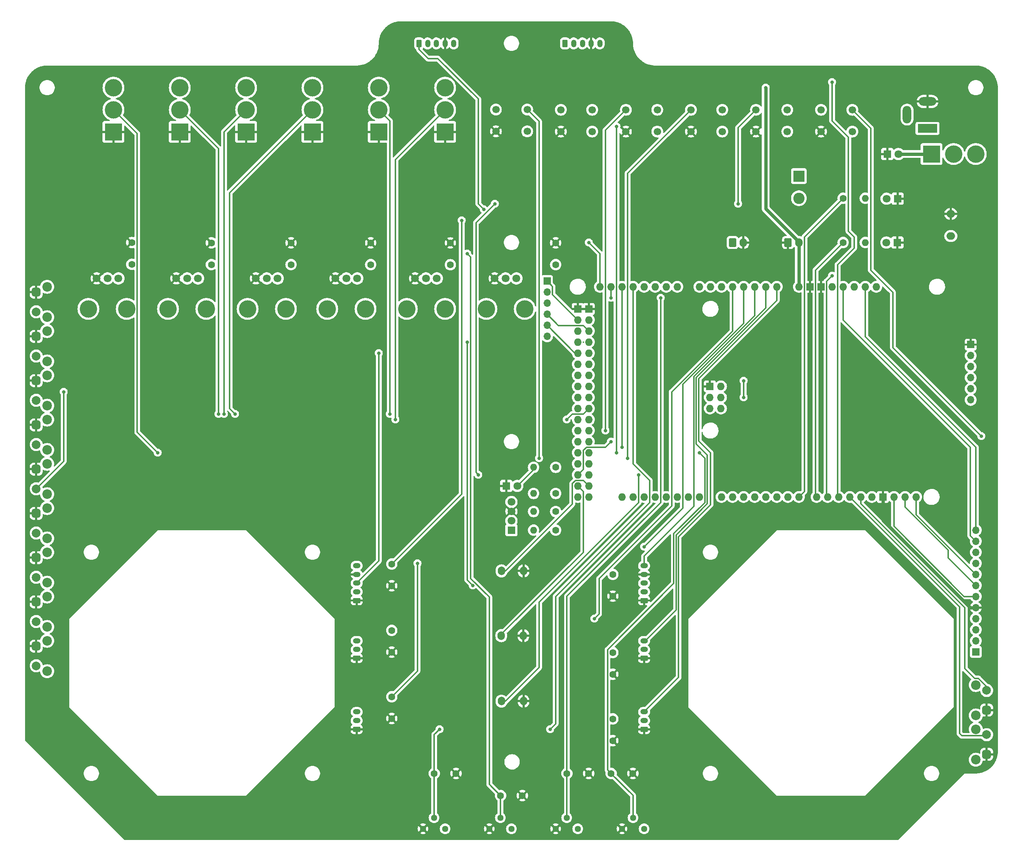
<source format=gbr>
%TF.GenerationSoftware,KiCad,Pcbnew,(7.0.0-0)*%
%TF.CreationDate,2024-04-13T23:50:15+02:00*%
%TF.ProjectId,universalRobotTx,756e6976-6572-4736-916c-526f626f7454,rev?*%
%TF.SameCoordinates,Original*%
%TF.FileFunction,Copper,L2,Bot*%
%TF.FilePolarity,Positive*%
%FSLAX46Y46*%
G04 Gerber Fmt 4.6, Leading zero omitted, Abs format (unit mm)*
G04 Created by KiCad (PCBNEW (7.0.0-0)) date 2024-04-13 23:50:15*
%MOMM*%
%LPD*%
G01*
G04 APERTURE LIST*
G04 Aperture macros list*
%AMRoundRect*
0 Rectangle with rounded corners*
0 $1 Rounding radius*
0 $2 $3 $4 $5 $6 $7 $8 $9 X,Y pos of 4 corners*
0 Add a 4 corners polygon primitive as box body*
4,1,4,$2,$3,$4,$5,$6,$7,$8,$9,$2,$3,0*
0 Add four circle primitives for the rounded corners*
1,1,$1+$1,$2,$3*
1,1,$1+$1,$4,$5*
1,1,$1+$1,$6,$7*
1,1,$1+$1,$8,$9*
0 Add four rect primitives between the rounded corners*
20,1,$1+$1,$2,$3,$4,$5,0*
20,1,$1+$1,$4,$5,$6,$7,0*
20,1,$1+$1,$6,$7,$8,$9,0*
20,1,$1+$1,$8,$9,$2,$3,0*%
G04 Aperture macros list end*
%TA.AperFunction,ComponentPad*%
%ADD10RoundRect,0.250000X-0.600000X-0.750000X0.600000X-0.750000X0.600000X0.750000X-0.600000X0.750000X0*%
%TD*%
%TA.AperFunction,ComponentPad*%
%ADD11O,1.700000X2.000000*%
%TD*%
%TA.AperFunction,ComponentPad*%
%ADD12C,1.600000*%
%TD*%
%TA.AperFunction,ComponentPad*%
%ADD13O,1.600000X1.600000*%
%TD*%
%TA.AperFunction,ComponentPad*%
%ADD14C,1.700000*%
%TD*%
%TA.AperFunction,ComponentPad*%
%ADD15R,1.800000X1.800000*%
%TD*%
%TA.AperFunction,ComponentPad*%
%ADD16C,1.800000*%
%TD*%
%TA.AperFunction,ComponentPad*%
%ADD17C,2.200000*%
%TD*%
%TA.AperFunction,ComponentPad*%
%ADD18RoundRect,0.500000X0.500000X0.500000X-0.500000X0.500000X-0.500000X-0.500000X0.500000X-0.500000X0*%
%TD*%
%TA.AperFunction,ComponentPad*%
%ADD19C,2.000000*%
%TD*%
%TA.AperFunction,ComponentPad*%
%ADD20R,2.600000X2.600000*%
%TD*%
%TA.AperFunction,ComponentPad*%
%ADD21C,2.600000*%
%TD*%
%TA.AperFunction,ComponentPad*%
%ADD22C,1.440000*%
%TD*%
%TA.AperFunction,ComponentPad*%
%ADD23R,4.000000X4.000000*%
%TD*%
%TA.AperFunction,ComponentPad*%
%ADD24C,4.000000*%
%TD*%
%TA.AperFunction,ComponentPad*%
%ADD25RoundRect,0.250000X0.625000X-0.350000X0.625000X0.350000X-0.625000X0.350000X-0.625000X-0.350000X0*%
%TD*%
%TA.AperFunction,ComponentPad*%
%ADD26O,1.750000X1.200000*%
%TD*%
%TA.AperFunction,WasherPad*%
%ADD27C,4.000000*%
%TD*%
%TA.AperFunction,ComponentPad*%
%ADD28R,1.700000X1.700000*%
%TD*%
%TA.AperFunction,ComponentPad*%
%ADD29O,1.700000X1.700000*%
%TD*%
%TA.AperFunction,ComponentPad*%
%ADD30RoundRect,0.500000X-0.500000X-0.500000X0.500000X-0.500000X0.500000X0.500000X-0.500000X0.500000X0*%
%TD*%
%TA.AperFunction,ComponentPad*%
%ADD31R,4.500000X2.000000*%
%TD*%
%TA.AperFunction,ComponentPad*%
%ADD32O,4.000000X2.000000*%
%TD*%
%TA.AperFunction,ComponentPad*%
%ADD33O,2.000000X4.000000*%
%TD*%
%TA.AperFunction,ComponentPad*%
%ADD34RoundRect,0.250000X-0.350000X-0.625000X0.350000X-0.625000X0.350000X0.625000X-0.350000X0.625000X0*%
%TD*%
%TA.AperFunction,ComponentPad*%
%ADD35O,1.200000X1.750000*%
%TD*%
%TA.AperFunction,ComponentPad*%
%ADD36O,2.000000X1.700000*%
%TD*%
%TA.AperFunction,ComponentPad*%
%ADD37O,1.727200X1.727200*%
%TD*%
%TA.AperFunction,ComponentPad*%
%ADD38R,1.727200X1.727200*%
%TD*%
%TA.AperFunction,ViaPad*%
%ADD39C,0.800000*%
%TD*%
%TA.AperFunction,Conductor*%
%ADD40C,0.300000*%
%TD*%
%TA.AperFunction,Conductor*%
%ADD41C,0.800000*%
%TD*%
G04 APERTURE END LIST*
D10*
%TO.P,J15,1,Pin_1*%
%TO.N,5V*%
X-76200000Y-40640000D03*
D11*
%TO.P,J15,2,Pin_2*%
%TO.N,GND*%
X-73699999Y-40639999D03*
%TD*%
D12*
%TO.P,R3,1*%
%TO.N,Net-(A1-PadD5)*%
X-116840000Y-102409283D03*
D13*
%TO.P,R3,2*%
%TO.N,Net-(D2-GK)*%
X-121919999Y-102409282D03*
%TD*%
D14*
%TO.P,SW2,1,1*%
%TO.N,Net-(A1-PadD25)*%
X-55880000Y-10160000D03*
X-48680000Y-10160000D03*
%TO.P,SW2,2,2*%
%TO.N,GND*%
X-55880000Y-15160000D03*
%TO.P,SW2,3*%
%TO.N,N/C*%
X-48680000Y-15160000D03*
%TD*%
D15*
%TO.P,D3,1,K*%
%TO.N,GND*%
X-38278344Y-30571325D03*
D16*
%TO.P,D3,2,A*%
%TO.N,Net-(D3-A)*%
X-40818345Y-30571326D03*
%TD*%
D12*
%TO.P,R1,1*%
%TO.N,Net-(A1-PadD7)*%
X-50800000Y-30480000D03*
D13*
%TO.P,R1,2*%
%TO.N,Net-(D3-A)*%
X-45719999Y-30479999D03*
%TD*%
D17*
%TO.P,SW21,*%
%TO.N,*%
X-233680000Y-101600000D03*
X-233680000Y-108600000D03*
D18*
%TO.P,SW21,1,1*%
%TO.N,GND*%
X-236180000Y-102850000D03*
D19*
%TO.P,SW21,2,2*%
%TO.N,D40*%
X-236180000Y-107350000D03*
%TD*%
D20*
%TO.P,J3,1,Pin_1*%
%TO.N,V_BarrelNeg*%
X-60959999Y-25399999D03*
D21*
%TO.P,J3,2,Pin_2*%
%TO.N,V_BarrelPos*%
X-60960000Y-30480000D03*
%TD*%
D15*
%TO.P,D2,1,RK*%
%TO.N,Net-(D2-RK)*%
X-126999999Y-106679999D03*
D16*
%TO.P,D2,2,GK*%
%TO.N,Net-(D2-GK)*%
X-127000000Y-104521000D03*
%TO.P,D2,3,A*%
%TO.N,GND*%
X-127000000Y-102362000D03*
%TO.P,D2,4,BK*%
%TO.N,Net-(D2-BK)*%
X-127000000Y-100203000D03*
%TD*%
D22*
%TO.P,RV11,1,1*%
%TO.N,GND*%
X-101600000Y-175260000D03*
%TO.P,RV11,2,2*%
%TO.N,Net-(A1-PadA13)*%
X-99060000Y-172720000D03*
%TO.P,RV11,3,3*%
%TO.N,5V*%
X-96520000Y-175260000D03*
%TD*%
D11*
%TO.P,SW3,1,1*%
%TO.N,Net-(A1-PadD22)*%
X-129308353Y-116045185D03*
%TO.P,SW3,2,2*%
%TO.N,GND*%
X-124228353Y-116045185D03*
%TD*%
D14*
%TO.P,SW11,1,1*%
%TO.N,Net-(A1-PadD29)*%
X-130579332Y-10123047D03*
X-123379332Y-10123047D03*
%TO.P,SW11,2,2*%
%TO.N,GND*%
X-130579332Y-15123047D03*
%TO.P,SW11,3*%
%TO.N,N/C*%
X-123379332Y-15123047D03*
%TD*%
D23*
%TO.P,SW1,1,A*%
%TO.N,GND*%
X-218439999Y-15239999D03*
D24*
%TO.P,SW1,2,B*%
%TO.N,Net-(SW1-B)*%
X-218440000Y-10160000D03*
%TO.P,SW1,3,C*%
%TO.N,unconnected-(SW1-C-Pad3)*%
X-218440000Y-5080000D03*
%TD*%
D12*
%TO.P,C3,1*%
%TO.N,Net-(J2-Pin_5)*%
X-103703118Y-116840000D03*
%TO.P,C3,2*%
%TO.N,GND*%
X-103703118Y-121840000D03*
%TD*%
%TO.P,R5,1*%
%TO.N,Net-(A1-PadD8)*%
X-50800000Y-40640000D03*
D13*
%TO.P,R5,2*%
%TO.N,Net-(D4-A)*%
X-45719999Y-40639999D03*
%TD*%
D15*
%TO.P,D4,1,K*%
%TO.N,GND*%
X-38308868Y-40639999D03*
D16*
%TO.P,D4,2,A*%
%TO.N,Net-(D4-A)*%
X-40848869Y-40640000D03*
%TD*%
D14*
%TO.P,SW8,1,1*%
%TO.N,Net-(A1-PadD26)*%
X-85759734Y-10160000D03*
X-78559734Y-10160000D03*
%TO.P,SW8,2,2*%
%TO.N,GND*%
X-85759734Y-15160000D03*
%TO.P,SW8,3*%
%TO.N,N/C*%
X-78559734Y-15160000D03*
%TD*%
D25*
%TO.P,J7,1,Pin_1*%
%TO.N,GND*%
X-96520000Y-152400000D03*
D26*
%TO.P,J7,2,Pin_2*%
%TO.N,5V*%
X-96519999Y-150399999D03*
%TO.P,J7,3,Pin_3*%
%TO.N,Net-(J7-Pin_3)*%
X-96519999Y-148399999D03*
%TD*%
D27*
%TO.P,RV6,*%
%TO.N,*%
X-123952000Y-55880000D03*
X-132752000Y-55880000D03*
D16*
%TO.P,RV6,1,1*%
%TO.N,GND*%
X-130852000Y-48880000D03*
%TO.P,RV6,2,2*%
%TO.N,Net-(A1-PadA11)*%
X-128352000Y-48880000D03*
%TO.P,RV6,3,3*%
%TO.N,5V*%
X-125852000Y-48880000D03*
%TD*%
D17*
%TO.P,SW26,*%
%TO.N,*%
X-233680000Y-60960000D03*
X-233680000Y-67960000D03*
D18*
%TO.P,SW26,1,1*%
%TO.N,GND*%
X-236180000Y-62210000D03*
D19*
%TO.P,SW26,2,2*%
%TO.N,D45*%
X-236180000Y-66710000D03*
%TD*%
D11*
%TO.P,SW4,1,1*%
%TO.N,Net-(A1-PadD23)*%
X-129330604Y-130906375D03*
%TO.P,SW4,2,2*%
%TO.N,GND*%
X-124250604Y-130906375D03*
%TD*%
D25*
%TO.P,J2,1,Pin_1*%
%TO.N,GND*%
X-96520000Y-122840000D03*
D26*
%TO.P,J2,2,Pin_2*%
%TO.N,5V*%
X-96519999Y-120839999D03*
%TO.P,J2,3,Pin_3*%
%TO.N,D49*%
X-96519999Y-118839999D03*
%TO.P,J2,4,Pin_4*%
%TO.N,GND*%
X-96519999Y-116839999D03*
%TO.P,J2,5,Pin_5*%
%TO.N,Net-(J2-Pin_5)*%
X-96519999Y-114839999D03*
%TD*%
D25*
%TO.P,J9,1,Pin_1*%
%TO.N,GND*%
X-162560000Y-136080000D03*
D26*
%TO.P,J9,2,Pin_2*%
%TO.N,5V*%
X-162559999Y-134079999D03*
%TO.P,J9,3,Pin_3*%
%TO.N,Net-(J9-Pin_3)*%
X-162559999Y-132079999D03*
%TD*%
D22*
%TO.P,RV7,1,1*%
%TO.N,GND*%
X-147320000Y-175260000D03*
%TO.P,RV7,2,2*%
%TO.N,Net-(A1-PadA12)*%
X-144780000Y-172720000D03*
%TO.P,RV7,3,3*%
%TO.N,5V*%
X-142240000Y-175260000D03*
%TD*%
D14*
%TO.P,SW10,1,1*%
%TO.N,Net-(A1-PadD28)*%
X-115639466Y-10160000D03*
X-108439466Y-10160000D03*
%TO.P,SW10,2,2*%
%TO.N,GND*%
X-115639466Y-15160000D03*
%TO.P,SW10,3*%
%TO.N,N/C*%
X-108439466Y-15160000D03*
%TD*%
D10*
%TO.P,J11,1,Pin_1*%
%TO.N,GND*%
X-63460000Y-40640000D03*
D11*
%TO.P,J11,2,Pin_2*%
%TO.N,7-12V*%
X-60959999Y-40639999D03*
%TD*%
D28*
%TO.P,J14,1,Pin_1*%
%TO.N,GND*%
X-21492353Y-64080078D03*
D29*
%TO.P,J14,2,Pin_2*%
%TO.N,Net-(A1-SPI_5V)*%
X-21492353Y-66620078D03*
%TO.P,J14,3,Pin_3*%
%TO.N,Net-(A1-SPI_RESET)*%
X-21492353Y-69160078D03*
%TO.P,J14,4,Pin_4*%
%TO.N,Net-(A1-SPI_SCK)*%
X-21492353Y-71700078D03*
%TO.P,J14,5,Pin_5*%
%TO.N,Net-(A1-SPI_MOSI)*%
X-21492353Y-74240078D03*
%TO.P,J14,6,Pin_6*%
%TO.N,Net-(A1-SPI_MISO)*%
X-21492353Y-76780078D03*
%TD*%
D15*
%TO.P,D5,1,K*%
%TO.N,GND*%
X-40639999Y-20319999D03*
D16*
%TO.P,D5,2,A*%
%TO.N,7-12V*%
X-38100000Y-20320000D03*
%TD*%
D17*
%TO.P,SW28,*%
%TO.N,*%
X-20320000Y-149240000D03*
X-20320000Y-142240000D03*
D30*
%TO.P,SW28,1,1*%
%TO.N,GND*%
X-17820000Y-147990000D03*
D19*
%TO.P,SW28,2,2*%
%TO.N,D12*%
X-17820000Y-143490000D03*
%TD*%
D17*
%TO.P,SW20,*%
%TO.N,*%
X-233680000Y-111760000D03*
X-233680000Y-118760000D03*
D18*
%TO.P,SW20,1,1*%
%TO.N,GND*%
X-236180000Y-113010000D03*
D19*
%TO.P,SW20,2,2*%
%TO.N,D39*%
X-236180000Y-117510000D03*
%TD*%
D27*
%TO.P,RV3,*%
%TO.N,*%
X-178816000Y-55880000D03*
X-187616000Y-55880000D03*
D16*
%TO.P,RV3,1,1*%
%TO.N,GND*%
X-185716000Y-48880000D03*
%TO.P,RV3,2,2*%
%TO.N,Net-(A1-PadA8)*%
X-183216000Y-48880000D03*
%TO.P,RV3,3,3*%
%TO.N,5V*%
X-180716000Y-48880000D03*
%TD*%
D31*
%TO.P,J12,1*%
%TO.N,V_BarrelPos*%
X-31406933Y-14459640D03*
D32*
%TO.P,J12,2*%
%TO.N,GND*%
X-31406933Y-8259640D03*
D33*
%TO.P,J12,3*%
%TO.N,V_BarrelNeg*%
X-36106933Y-11259640D03*
%TD*%
D22*
%TO.P,RV12,1,1*%
%TO.N,GND*%
X-116840000Y-175260000D03*
%TO.P,RV12,2,2*%
%TO.N,Net-(A1-PadA14)*%
X-114300000Y-172720000D03*
%TO.P,RV12,3,3*%
%TO.N,5V*%
X-111760000Y-175260000D03*
%TD*%
%TO.P,RV13,1,1*%
%TO.N,GND*%
X-132080000Y-175260000D03*
%TO.P,RV13,2,2*%
%TO.N,Net-(A1-PadA15)*%
X-129540000Y-172720000D03*
%TO.P,RV13,3,3*%
%TO.N,5V*%
X-127000000Y-175260000D03*
%TD*%
D12*
%TO.P,C17,1*%
%TO.N,Net-(A1-PadA13)*%
X-104100000Y-162560000D03*
%TO.P,C17,2*%
%TO.N,GND*%
X-99100000Y-162560000D03*
%TD*%
%TO.P,C2,1*%
%TO.N,Net-(J6-Pin_3)*%
X-103703118Y-134781657D03*
%TO.P,C2,2*%
%TO.N,GND*%
X-103703118Y-139781657D03*
%TD*%
D17*
%TO.P,SW22,*%
%TO.N,*%
X-233680000Y-81280000D03*
X-233680000Y-88280000D03*
D18*
%TO.P,SW22,1,1*%
%TO.N,GND*%
X-236180000Y-82530000D03*
D19*
%TO.P,SW22,2,2*%
%TO.N,D41*%
X-236180000Y-87030000D03*
%TD*%
D12*
%TO.P,C12,1*%
%TO.N,Net-(A1-PadA11)*%
X-116840000Y-45720000D03*
%TO.P,C12,2*%
%TO.N,GND*%
X-116840000Y-40720000D03*
%TD*%
D25*
%TO.P,J1,1,Pin_1*%
%TO.N,GND*%
X-162560000Y-122840000D03*
D26*
%TO.P,J1,2,Pin_2*%
%TO.N,5V*%
X-162559999Y-120839999D03*
%TO.P,J1,3,Pin_3*%
%TO.N,D48*%
X-162559999Y-118839999D03*
%TO.P,J1,4,Pin_4*%
%TO.N,GND*%
X-162559999Y-116839999D03*
%TO.P,J1,5,Pin_5*%
%TO.N,Net-(J1-Pin_5)*%
X-162559999Y-114839999D03*
%TD*%
D14*
%TO.P,SW9,1,1*%
%TO.N,Net-(A1-PadD27)*%
X-70819868Y-10160000D03*
X-63619868Y-10160000D03*
%TO.P,SW9,2,2*%
%TO.N,GND*%
X-70819868Y-15160000D03*
%TO.P,SW9,3*%
%TO.N,N/C*%
X-63619868Y-15160000D03*
%TD*%
D23*
%TO.P,SW15,1,A*%
%TO.N,GND*%
X-157479999Y-15239999D03*
D24*
%TO.P,SW15,2,B*%
%TO.N,Net-(SW15-B)*%
X-157480000Y-10160000D03*
%TO.P,SW15,3,C*%
%TO.N,unconnected-(SW15-C-Pad3)*%
X-157480000Y-5080000D03*
%TD*%
D12*
%TO.P,C5,1*%
%TO.N,Net-(J9-Pin_3)*%
X-154503118Y-129701657D03*
%TO.P,C5,2*%
%TO.N,GND*%
X-154503118Y-134701657D03*
%TD*%
D23*
%TO.P,SW17,1,A*%
%TO.N,GND*%
X-172719999Y-15239999D03*
D24*
%TO.P,SW17,2,B*%
%TO.N,Net-(SW17-B)*%
X-172720000Y-10160000D03*
%TO.P,SW17,3,C*%
%TO.N,unconnected-(SW17-C-Pad3)*%
X-172720000Y-5080000D03*
%TD*%
D23*
%TO.P,SW13,1,A*%
%TO.N,GND*%
X-187959999Y-15239999D03*
D24*
%TO.P,SW13,2,B*%
%TO.N,Net-(SW13-B)*%
X-187960000Y-10160000D03*
%TO.P,SW13,3,C*%
%TO.N,unconnected-(SW13-C-Pad3)*%
X-187960000Y-5080000D03*
%TD*%
D12*
%TO.P,C8,1*%
%TO.N,Net-(A1-PadA7)*%
X-195936020Y-45720000D03*
%TO.P,C8,2*%
%TO.N,GND*%
X-195936020Y-40720000D03*
%TD*%
%TO.P,C18,1*%
%TO.N,Net-(A1-PadA14)*%
X-114260000Y-162560000D03*
%TO.P,C18,2*%
%TO.N,GND*%
X-109260000Y-162560000D03*
%TD*%
D27*
%TO.P,RV4,*%
%TO.N,*%
X-160528000Y-55880000D03*
X-169328000Y-55880000D03*
D16*
%TO.P,RV4,1,1*%
%TO.N,GND*%
X-167428000Y-48880000D03*
%TO.P,RV4,2,2*%
%TO.N,Net-(A1-PadA9)*%
X-164928000Y-48880000D03*
%TO.P,RV4,3,3*%
%TO.N,5V*%
X-162428000Y-48880000D03*
%TD*%
D17*
%TO.P,SW18,*%
%TO.N,*%
X-233680000Y-132080000D03*
X-233680000Y-139080000D03*
D18*
%TO.P,SW18,1,1*%
%TO.N,GND*%
X-236180000Y-133330000D03*
D19*
%TO.P,SW18,2,2*%
%TO.N,D37*%
X-236180000Y-137830000D03*
%TD*%
D17*
%TO.P,SW19,*%
%TO.N,*%
X-233680000Y-121920000D03*
X-233680000Y-128920000D03*
D18*
%TO.P,SW19,1,1*%
%TO.N,GND*%
X-236180000Y-123170000D03*
D19*
%TO.P,SW19,2,2*%
%TO.N,D38*%
X-236180000Y-127670000D03*
%TD*%
D12*
%TO.P,C7,1*%
%TO.N,Net-(A1-PadA6)*%
X-214234683Y-45649417D03*
%TO.P,C7,2*%
%TO.N,GND*%
X-214234683Y-40649417D03*
%TD*%
%TO.P,C19,1*%
%TO.N,Net-(A1-PadA15)*%
X-129500000Y-167640000D03*
%TO.P,C19,2*%
%TO.N,GND*%
X-124500000Y-167640000D03*
%TD*%
D17*
%TO.P,SW27,*%
%TO.N,*%
X-20320000Y-159400000D03*
X-20320000Y-152400000D03*
D30*
%TO.P,SW27,1,1*%
%TO.N,GND*%
X-17820000Y-158150000D03*
D19*
%TO.P,SW27,2,2*%
%TO.N,D11*%
X-17820000Y-153650000D03*
%TD*%
D23*
%TO.P,SW7,1,A*%
%TO.N,7-12V*%
X-30479999Y-20319999D03*
D24*
%TO.P,SW7,2,B*%
%TO.N,V_BarrelPos*%
X-25400000Y-20320000D03*
%TO.P,SW7,3,C*%
%TO.N,unconnected-(SW7-C-Pad3)*%
X-20320000Y-20320000D03*
%TD*%
D12*
%TO.P,C13,1*%
%TO.N,Net-(A1-PadA12)*%
X-144740000Y-162560000D03*
%TO.P,C13,2*%
%TO.N,GND*%
X-139740000Y-162560000D03*
%TD*%
D17*
%TO.P,SW25,*%
%TO.N,*%
X-233680000Y-50800000D03*
X-233680000Y-57800000D03*
D18*
%TO.P,SW25,1,1*%
%TO.N,GND*%
X-236180000Y-52050000D03*
D19*
%TO.P,SW25,2,2*%
%TO.N,D44*%
X-236180000Y-56550000D03*
%TD*%
D12*
%TO.P,C4,1*%
%TO.N,Net-(J8-Pin_3)*%
X-154503118Y-144941657D03*
%TO.P,C4,2*%
%TO.N,GND*%
X-154503118Y-149941657D03*
%TD*%
%TO.P,C6,1*%
%TO.N,Net-(J1-Pin_5)*%
X-154503118Y-114461657D03*
%TO.P,C6,2*%
%TO.N,GND*%
X-154503118Y-119461657D03*
%TD*%
D25*
%TO.P,J8,1,Pin_1*%
%TO.N,GND*%
X-162560000Y-152400000D03*
D26*
%TO.P,J8,2,Pin_2*%
%TO.N,5V*%
X-162559999Y-150399999D03*
%TO.P,J8,3,Pin_3*%
%TO.N,Net-(J8-Pin_3)*%
X-162559999Y-148399999D03*
%TD*%
D34*
%TO.P,J4,1,Pin_1*%
%TO.N,Net-(J4-Pin_1)*%
X-148240000Y5080000D03*
D35*
%TO.P,J4,2,Pin_2*%
%TO.N,unconnected-(J4-Pin_2-Pad2)*%
X-146239999Y5079999D03*
%TO.P,J4,3,Pin_3*%
%TO.N,7-12V*%
X-144239999Y5079999D03*
%TO.P,J4,4,Pin_4*%
%TO.N,GND*%
X-142239999Y5079999D03*
%TO.P,J4,5,Pin_5*%
%TO.N,unconnected-(J4-Pin_5-Pad5)*%
X-140239999Y5079999D03*
%TD*%
D17*
%TO.P,SW23,*%
%TO.N,*%
X-233680000Y-91440000D03*
X-233680000Y-98440000D03*
D18*
%TO.P,SW23,1,1*%
%TO.N,GND*%
X-236180000Y-92690000D03*
D19*
%TO.P,SW23,2,2*%
%TO.N,D42*%
X-236180000Y-97190000D03*
%TD*%
D17*
%TO.P,SW24,*%
%TO.N,*%
X-233680000Y-71120000D03*
X-233680000Y-78120000D03*
D18*
%TO.P,SW24,1,1*%
%TO.N,GND*%
X-236180000Y-72370000D03*
D19*
%TO.P,SW24,2,2*%
%TO.N,D43*%
X-236180000Y-76870000D03*
%TD*%
D12*
%TO.P,R4,1*%
%TO.N,Net-(A1-PadD6)*%
X-116838788Y-98260332D03*
D13*
%TO.P,R4,2*%
%TO.N,Net-(D2-BK)*%
X-121918787Y-98260331D03*
%TD*%
D36*
%TO.P,SW6,1,1*%
%TO.N,GND*%
X-26053186Y-34075981D03*
%TO.P,SW6,2,2*%
%TO.N,Net-(A1-RESET)*%
X-26053186Y-39155981D03*
%TD*%
D11*
%TO.P,SW5,1,1*%
%TO.N,Net-(A1-PadD24)*%
X-129308353Y-145945185D03*
%TO.P,SW5,2,2*%
%TO.N,GND*%
X-124228353Y-145945185D03*
%TD*%
D15*
%TO.P,D1,1,K*%
%TO.N,GND*%
X-128194297Y-96519999D03*
D16*
%TO.P,D1,2,A*%
%TO.N,Net-(D1-A)*%
X-125654298Y-96520000D03*
%TD*%
D28*
%TO.P,J10,1,Pin_1*%
%TO.N,D53*%
X-118816091Y-49492301D03*
D29*
%TO.P,J10,2,Pin_2*%
%TO.N,D52*%
X-118816091Y-52032301D03*
%TO.P,J10,3,Pin_3*%
%TO.N,D51*%
X-118816091Y-54572301D03*
%TO.P,J10,4,Pin_4*%
%TO.N,D50*%
X-118816091Y-57112301D03*
%TO.P,J10,5,Pin_5*%
%TO.N,D47*%
X-118816091Y-59652301D03*
%TO.P,J10,6,Pin_6*%
%TO.N,D46*%
X-118816091Y-62192301D03*
%TD*%
D27*
%TO.P,RV1,*%
%TO.N,*%
X-215392000Y-55880000D03*
X-224192000Y-55880000D03*
D16*
%TO.P,RV1,1,1*%
%TO.N,GND*%
X-222292000Y-48880000D03*
%TO.P,RV1,2,2*%
%TO.N,Net-(A1-PadA6)*%
X-219792000Y-48880000D03*
%TO.P,RV1,3,3*%
%TO.N,5V*%
X-217292000Y-48880000D03*
%TD*%
D12*
%TO.P,C11,1*%
%TO.N,Net-(A1-PadA10)*%
X-141040028Y-45735024D03*
%TO.P,C11,2*%
%TO.N,GND*%
X-141040028Y-40735024D03*
%TD*%
%TO.P,R2,1*%
%TO.N,Net-(A1-PadD4)*%
X-116840000Y-106680000D03*
D13*
%TO.P,R2,2*%
%TO.N,Net-(D2-RK)*%
X-121919999Y-106679999D03*
%TD*%
D12*
%TO.P,C1,1*%
%TO.N,Net-(J7-Pin_3)*%
X-103703118Y-150021657D03*
%TO.P,C1,2*%
%TO.N,GND*%
X-103703118Y-155021657D03*
%TD*%
D34*
%TO.P,J5,1,Pin_1*%
%TO.N,Net-(J5-Pin_1)*%
X-114680000Y5080000D03*
D35*
%TO.P,J5,2,Pin_2*%
%TO.N,unconnected-(J5-Pin_2-Pad2)*%
X-112679999Y5079999D03*
%TO.P,J5,3,Pin_3*%
%TO.N,7-12V*%
X-110679999Y5079999D03*
%TO.P,J5,4,Pin_4*%
%TO.N,GND*%
X-108679999Y5079999D03*
%TO.P,J5,5,Pin_5*%
%TO.N,unconnected-(J5-Pin_5-Pad5)*%
X-106679999Y5079999D03*
%TD*%
D23*
%TO.P,SW14,1,A*%
%TO.N,GND*%
X-203199999Y-15239999D03*
D24*
%TO.P,SW14,2,B*%
%TO.N,Net-(SW14-B)*%
X-203200000Y-10160000D03*
%TO.P,SW14,3,C*%
%TO.N,unconnected-(SW14-C-Pad3)*%
X-203200000Y-5080000D03*
%TD*%
D37*
%TO.P,A1,*%
%TO.N,*%
X-43179999Y-50799999D03*
%TO.P,A1,3V3,3.3V*%
%TO.N,3V3*%
X-50799999Y-50799999D03*
%TO.P,A1,5V1,5V*%
%TO.N,5V*%
X-53339999Y-50799999D03*
%TO.P,A1,5V2,SPI_5V*%
%TO.N,Net-(A1-SPI_5V)*%
X-81406999Y-78739999D03*
%TO.P,A1,5V3,5V*%
%TO.N,5V*%
X-109219999Y-99059999D03*
%TO.P,A1,5V4,5V*%
X-111759999Y-99059999D03*
%TO.P,A1,A0,A0*%
%TO.N,Net-(J7-Pin_3)*%
X-66039999Y-50799999D03*
%TO.P,A1,A1,A1*%
%TO.N,Net-(J6-Pin_3)*%
X-68579999Y-50799999D03*
%TO.P,A1,A2,A2*%
%TO.N,Net-(J2-Pin_5)*%
X-71119999Y-50799999D03*
%TO.P,A1,A3,A3*%
%TO.N,Net-(J8-Pin_3)*%
X-73659999Y-50799999D03*
%TO.P,A1,A4,A4*%
%TO.N,Net-(J9-Pin_3)*%
X-76199999Y-50799999D03*
%TO.P,A1,A5,A5*%
%TO.N,Net-(J1-Pin_5)*%
X-78739999Y-50799999D03*
%TO.P,A1,A6,A6*%
%TO.N,Net-(A1-PadA6)*%
X-81279999Y-50799999D03*
%TO.P,A1,A7,A7*%
%TO.N,Net-(A1-PadA7)*%
X-83819999Y-50799999D03*
%TO.P,A1,A8,A8*%
%TO.N,Net-(A1-PadA8)*%
X-88899999Y-50799999D03*
%TO.P,A1,A9,A9*%
%TO.N,Net-(A1-PadA9)*%
X-91439999Y-50799999D03*
%TO.P,A1,A10,A10*%
%TO.N,Net-(A1-PadA10)*%
X-93979999Y-50799999D03*
%TO.P,A1,A11,A11*%
%TO.N,Net-(A1-PadA11)*%
X-96519999Y-50799999D03*
%TO.P,A1,A12,A12*%
%TO.N,Net-(A1-PadA12)*%
X-99059999Y-50799999D03*
%TO.P,A1,A13,A13*%
%TO.N,Net-(A1-PadA13)*%
X-101599999Y-50799999D03*
%TO.P,A1,A14,A14*%
%TO.N,Net-(A1-PadA14)*%
X-104139999Y-50799999D03*
%TO.P,A1,A15,A15*%
%TO.N,Net-(A1-PadA15)*%
X-106679999Y-50799999D03*
%TO.P,A1,AREF,AREF*%
%TO.N,AREF*%
X-39115999Y-99059999D03*
%TO.P,A1,D0,D0/RX0*%
%TO.N,unconnected-(A1-D0{slash}RX0-PadD0)*%
X-78739999Y-99059999D03*
%TO.P,A1,D1,D1/TX0*%
%TO.N,unconnected-(A1-D1{slash}TX0-PadD1)*%
X-76199999Y-99059999D03*
%TO.P,A1,D2,D2_INT0*%
%TO.N,D2*%
X-73659999Y-99059999D03*
%TO.P,A1,D3,D3_INT1*%
%TO.N,D3*%
X-71119999Y-99059999D03*
%TO.P,A1,D4,D4*%
%TO.N,Net-(A1-PadD4)*%
X-68579999Y-99059999D03*
%TO.P,A1,D5,D5*%
%TO.N,Net-(A1-PadD5)*%
X-66039999Y-99059999D03*
%TO.P,A1,D6,D6*%
%TO.N,Net-(A1-PadD6)*%
X-63499999Y-99059999D03*
%TO.P,A1,D7,D7*%
%TO.N,Net-(A1-PadD7)*%
X-60959999Y-99059999D03*
%TO.P,A1,D8,D8*%
%TO.N,Net-(A1-PadD8)*%
X-56895999Y-99059999D03*
%TO.P,A1,D9,D9*%
%TO.N,Net-(J4-Pin_1)*%
X-54355999Y-99059999D03*
%TO.P,A1,D10,D10*%
%TO.N,Net-(J5-Pin_1)*%
X-51815999Y-99059999D03*
%TO.P,A1,D11,D11*%
%TO.N,D11*%
X-49275999Y-99059999D03*
%TO.P,A1,D12,D12*%
%TO.N,D12*%
X-46735999Y-99059999D03*
%TO.P,A1,D13,D13*%
%TO.N,Net-(A1-PadD13)*%
X-44195999Y-99059999D03*
%TO.P,A1,D14,D14/TX3*%
%TO.N,unconnected-(A1-D14{slash}TX3-PadD14)*%
X-83819999Y-99059999D03*
%TO.P,A1,D15,D15/RX3*%
%TO.N,unconnected-(A1-D15{slash}RX3-PadD15)*%
X-86359999Y-99059999D03*
%TO.P,A1,D16,D16/TX2*%
%TO.N,unconnected-(A1-D16{slash}TX2-PadD16)*%
X-88899999Y-99059999D03*
%TO.P,A1,D17,D17/RX2*%
%TO.N,unconnected-(A1-D17{slash}RX2-PadD17)*%
X-91439999Y-99059999D03*
%TO.P,A1,D18,D18/TX1*%
%TO.N,unconnected-(A1-D18{slash}TX1-PadD18)*%
X-93979999Y-99059999D03*
%TO.P,A1,D19,D19/RX1*%
%TO.N,unconnected-(A1-D19{slash}RX1-PadD19)*%
X-96519999Y-99059999D03*
%TO.P,A1,D20,D20/SDA*%
%TO.N,unconnected-(A1-D20{slash}SDA-PadD20)*%
X-99059999Y-99059999D03*
%TO.P,A1,D21,D21/SCL*%
%TO.N,unconnected-(A1-D21{slash}SCL-PadD21)*%
X-101599999Y-99059999D03*
%TO.P,A1,D22,D22*%
%TO.N,Net-(A1-PadD22)*%
X-109219999Y-96519999D03*
%TO.P,A1,D23,D23*%
%TO.N,Net-(A1-PadD23)*%
X-111759999Y-96519999D03*
%TO.P,A1,D24,D24*%
%TO.N,Net-(A1-PadD24)*%
X-109219999Y-93979999D03*
%TO.P,A1,D25,D25*%
%TO.N,Net-(A1-PadD25)*%
X-111759999Y-93979999D03*
%TO.P,A1,D26,D26*%
%TO.N,Net-(A1-PadD26)*%
X-109219999Y-91439999D03*
%TO.P,A1,D27,D27*%
%TO.N,Net-(A1-PadD27)*%
X-111759999Y-91439999D03*
%TO.P,A1,D28,D28*%
%TO.N,Net-(A1-PadD28)*%
X-109219999Y-88899999D03*
%TO.P,A1,D29,D29*%
%TO.N,Net-(A1-PadD29)*%
X-111759999Y-88899999D03*
%TO.P,A1,D30,D30*%
%TO.N,Net-(A1-PadD30)*%
X-109219999Y-86359999D03*
%TO.P,A1,D31,D31*%
%TO.N,Net-(SW1-B)*%
X-111759999Y-86359999D03*
%TO.P,A1,D32,D32*%
%TO.N,Net-(SW13-B)*%
X-109219999Y-83819999D03*
%TO.P,A1,D33,D33*%
%TO.N,Net-(SW14-B)*%
X-111759999Y-83819999D03*
%TO.P,A1,D34,D34*%
%TO.N,Net-(SW15-B)*%
X-109219999Y-81279999D03*
%TO.P,A1,D35,D35*%
%TO.N,Net-(SW17-B)*%
X-111759999Y-81279999D03*
%TO.P,A1,D36,D36*%
%TO.N,Net-(SW16-B)*%
X-109219999Y-78739999D03*
%TO.P,A1,D37,D37*%
%TO.N,D37*%
X-111759999Y-78739999D03*
%TO.P,A1,D38,D38*%
%TO.N,D38*%
X-109219999Y-76199999D03*
%TO.P,A1,D39,D39*%
%TO.N,D39*%
X-111759999Y-76199999D03*
%TO.P,A1,D40,D40*%
%TO.N,D40*%
X-109219999Y-73659999D03*
%TO.P,A1,D41,D41*%
%TO.N,D41*%
X-111759999Y-73659999D03*
%TO.P,A1,D42,D42*%
%TO.N,D42*%
X-109219999Y-71119999D03*
%TO.P,A1,D43,D43*%
%TO.N,D43*%
X-111759999Y-71119999D03*
%TO.P,A1,D44,D44*%
%TO.N,D44*%
X-109219999Y-68579999D03*
%TO.P,A1,D45,D45*%
%TO.N,D45*%
X-111759999Y-68579999D03*
%TO.P,A1,D46,D46*%
%TO.N,D46*%
X-109219999Y-66039999D03*
%TO.P,A1,D47,D47*%
%TO.N,D47*%
X-111759999Y-66039999D03*
%TO.P,A1,D48,D48*%
%TO.N,D48*%
X-109219999Y-63499999D03*
%TO.P,A1,D49,D49*%
%TO.N,D49*%
X-111759999Y-63499999D03*
%TO.P,A1,D50,D50_MISO*%
%TO.N,D50*%
X-109219999Y-60959999D03*
%TO.P,A1,D51,D51_MOSI*%
%TO.N,D51*%
X-111759999Y-60959999D03*
%TO.P,A1,D52,D52_SCK*%
%TO.N,D52*%
X-109219999Y-58419999D03*
%TO.P,A1,D53,D53_CS*%
%TO.N,D53*%
X-111759999Y-58419999D03*
D38*
%TO.P,A1,GND1,GND*%
%TO.N,GND*%
X-41655999Y-99059999D03*
%TO.P,A1,GND2,GND*%
X-55879999Y-50799999D03*
%TO.P,A1,GND3,GND*%
X-58419999Y-50799999D03*
%TO.P,A1,GND4,SPI_GND*%
X-81406999Y-73659999D03*
%TO.P,A1,GND5,GND*%
X-109219999Y-55879999D03*
%TO.P,A1,GND6,GND*%
X-111759999Y-55879999D03*
D37*
%TO.P,A1,IORF,IOREF*%
%TO.N,IORF*%
X-45719999Y-50799999D03*
%TO.P,A1,MISO,SPI_MISO*%
%TO.N,Net-(A1-SPI_MISO)*%
X-78866999Y-78739999D03*
%TO.P,A1,MOSI,SPI_MOSI*%
%TO.N,Net-(A1-SPI_MOSI)*%
X-81406999Y-76199999D03*
%TO.P,A1,RST1,RESET*%
%TO.N,Net-(A1-RESET)*%
X-48259999Y-50799999D03*
%TO.P,A1,RST2,SPI_RESET*%
%TO.N,Net-(A1-SPI_RESET)*%
X-78866999Y-73659999D03*
%TO.P,A1,SCK,SPI_SCK*%
%TO.N,Net-(A1-SPI_SCK)*%
X-78866999Y-76199999D03*
%TO.P,A1,SCL,SCL*%
%TO.N,SCL*%
X-34035999Y-99059999D03*
%TO.P,A1,SDA,SDA*%
%TO.N,SDA*%
X-36575999Y-99059999D03*
%TO.P,A1,VIN,VIN*%
%TO.N,7-12V*%
X-60959999Y-50799999D03*
%TD*%
D12*
%TO.P,R6,1*%
%TO.N,Net-(A1-PadD13)*%
X-116840000Y-92249283D03*
D13*
%TO.P,R6,2*%
%TO.N,Net-(D1-A)*%
X-121919999Y-92249282D03*
%TD*%
D14*
%TO.P,SW12,1,1*%
%TO.N,Net-(A1-PadD30)*%
X-100699600Y-10160000D03*
X-93499600Y-10160000D03*
%TO.P,SW12,2,2*%
%TO.N,GND*%
X-100699600Y-15160000D03*
%TO.P,SW12,3*%
%TO.N,N/C*%
X-93499600Y-15160000D03*
%TD*%
D27*
%TO.P,RV5,*%
%TO.N,*%
X-142240000Y-55880000D03*
X-151040000Y-55880000D03*
D16*
%TO.P,RV5,1,1*%
%TO.N,GND*%
X-149140000Y-48880000D03*
%TO.P,RV5,2,2*%
%TO.N,Net-(A1-PadA10)*%
X-146640000Y-48880000D03*
%TO.P,RV5,3,3*%
%TO.N,5V*%
X-144140000Y-48880000D03*
%TD*%
D12*
%TO.P,C10,1*%
%TO.N,Net-(A1-PadA9)*%
X-159338694Y-45720000D03*
%TO.P,C10,2*%
%TO.N,GND*%
X-159338694Y-40720000D03*
%TD*%
D28*
%TO.P,J13,1,Pin_1*%
%TO.N,unconnected-(J13-Pin_1-Pad1)*%
X-20319999Y-134619999D03*
D29*
%TO.P,J13,2,Pin_2*%
%TO.N,unconnected-(J13-Pin_2-Pad2)*%
X-20319999Y-132079999D03*
%TO.P,J13,3,Pin_3*%
%TO.N,unconnected-(J13-Pin_3-Pad3)*%
X-20319999Y-129539999D03*
%TO.P,J13,4,Pin_4*%
%TO.N,unconnected-(J13-Pin_4-Pad4)*%
X-20319999Y-126999999D03*
%TO.P,J13,5,Pin_5*%
%TO.N,GND*%
X-20319999Y-124459999D03*
%TO.P,J13,6,Pin_6*%
%TO.N,AREF*%
X-20319999Y-121919999D03*
%TO.P,J13,7,Pin_7*%
%TO.N,SDA*%
X-20319999Y-119379999D03*
%TO.P,J13,8,Pin_8*%
%TO.N,SCL*%
X-20319999Y-116839999D03*
%TO.P,J13,9,Pin_9*%
%TO.N,unconnected-(J13-Pin_9-Pad9)*%
X-20319999Y-114299999D03*
%TO.P,J13,10,Pin_10*%
%TO.N,unconnected-(J13-Pin_10-Pad10)*%
X-20319999Y-111759999D03*
%TO.P,J13,11,Pin_11*%
%TO.N,3V3*%
X-20319999Y-109219999D03*
%TO.P,J13,12,Pin_12*%
%TO.N,IORF*%
X-20319999Y-106679999D03*
%TD*%
D25*
%TO.P,J6,1,Pin_1*%
%TO.N,GND*%
X-96520000Y-136080000D03*
D26*
%TO.P,J6,2,Pin_2*%
%TO.N,5V*%
X-96519999Y-134079999D03*
%TO.P,J6,3,Pin_3*%
%TO.N,Net-(J6-Pin_3)*%
X-96519999Y-132079999D03*
%TD*%
D12*
%TO.P,C9,1*%
%TO.N,Net-(A1-PadA8)*%
X-177637357Y-45720000D03*
%TO.P,C9,2*%
%TO.N,GND*%
X-177637357Y-40720000D03*
%TD*%
D23*
%TO.P,SW16,1,A*%
%TO.N,GND*%
X-142239999Y-15239999D03*
D24*
%TO.P,SW16,2,B*%
%TO.N,Net-(SW16-B)*%
X-142240000Y-10160000D03*
%TO.P,SW16,3,C*%
%TO.N,unconnected-(SW16-C-Pad3)*%
X-142240000Y-5080000D03*
%TD*%
D27*
%TO.P,RV2,*%
%TO.N,*%
X-197104000Y-55880000D03*
X-205904000Y-55880000D03*
D16*
%TO.P,RV2,1,1*%
%TO.N,GND*%
X-204004000Y-48880000D03*
%TO.P,RV2,2,2*%
%TO.N,Net-(A1-PadA7)*%
X-201504000Y-48880000D03*
%TO.P,RV2,3,3*%
%TO.N,5V*%
X-199004000Y-48880000D03*
%TD*%
D39*
%TO.N,Net-(J8-Pin_3)*%
X-148590000Y-114300000D03*
X-96520000Y-110490000D03*
%TO.N,Net-(J9-Pin_3)*%
X-107950000Y-127000000D03*
%TO.N,Net-(J1-Pin_5)*%
X-138430000Y-35560000D03*
%TO.N,Net-(A1-PadA12)*%
X-143510000Y-152400000D03*
X-118110000Y-152400000D03*
%TO.N,Net-(A1-PadA13)*%
X-83820000Y-88900000D03*
X-101600000Y-87630000D03*
%TO.N,Net-(A1-PadA14)*%
X-104140000Y-53340000D03*
X-92710000Y-53340000D03*
%TO.N,Net-(A1-PadA15)*%
X-137160000Y-43180000D03*
X-109220000Y-40640000D03*
%TO.N,D48*%
X-157480000Y-66040000D03*
%TO.N,D49*%
X-137160000Y-63500000D03*
X-135890000Y-119380000D03*
%TO.N,Net-(A1-PadD24)*%
X-97790000Y-93980000D03*
%TO.N,Net-(J4-Pin_1)*%
X-133350000Y-33020000D03*
X-53340000Y-48260000D03*
%TO.N,Net-(J5-Pin_1)*%
X-53340000Y-3810000D03*
%TO.N,7-12V*%
X-68580000Y-5080000D03*
%TO.N,Net-(A1-PadD25)*%
X-104140000Y-86360000D03*
X-19050000Y-85090000D03*
%TO.N,Net-(A1-PadD26)*%
X-100330000Y-90170000D03*
%TO.N,Net-(A1-PadD27)*%
X-134620000Y-93980000D03*
X-130810000Y-31750000D03*
X-74930000Y-31750000D03*
%TO.N,Net-(A1-PadD28)*%
X-102870000Y-13970000D03*
X-102870000Y-88900000D03*
%TO.N,Net-(A1-PadD29)*%
X-120650000Y-90170000D03*
%TO.N,Net-(A1-PadD30)*%
X-105410000Y-83820000D03*
%TO.N,Net-(SW1-B)*%
X-208280000Y-88900000D03*
%TO.N,Net-(SW13-B)*%
X-193040000Y-80010000D03*
%TO.N,Net-(SW14-B)*%
X-194310000Y-80010000D03*
%TO.N,Net-(SW15-B)*%
X-154940000Y-80010000D03*
%TO.N,Net-(SW17-B)*%
X-190500000Y-80010000D03*
%TO.N,Net-(SW16-B)*%
X-114300000Y-81280000D03*
X-153670000Y-81280000D03*
%TO.N,D42*%
X-229870000Y-74930000D03*
%TO.N,Net-(A1-SPI_MOSI)*%
X-73660000Y-72390000D03*
X-73660000Y-76200000D03*
%TD*%
D40*
%TO.N,*%
X-110490000Y-63500000D02*
X-110492400Y-63500000D01*
%TO.N,Net-(J7-Pin_3)*%
X-66040000Y-50800000D02*
X-66040000Y-53933896D01*
X-81280000Y-88900000D02*
X-81280000Y-100872657D01*
X-81280000Y-100872657D02*
X-88604730Y-108197387D01*
X-88604730Y-108197387D02*
X-88604730Y-140484730D01*
X-66040000Y-53933896D02*
X-83982000Y-71875896D01*
X-83982000Y-71875896D02*
X-83982000Y-86198000D01*
X-83982000Y-86198000D02*
X-81280000Y-88900000D01*
X-88604730Y-140484730D02*
X-96520000Y-148400000D01*
%TO.N,Net-(J6-Pin_3)*%
X-81996000Y-89454000D02*
X-81996000Y-100654263D01*
X-89158730Y-124993730D02*
X-96245000Y-132080000D01*
X-68580000Y-50800000D02*
X-68580000Y-55690422D01*
X-96245000Y-132080000D02*
X-96520000Y-132080000D01*
X-68580000Y-55690422D02*
X-84536000Y-71646422D01*
X-84536000Y-86914000D02*
X-81996000Y-89454000D01*
X-81996000Y-100654263D02*
X-89158730Y-107816993D01*
X-84536000Y-71646422D02*
X-84536000Y-86914000D01*
X-89158730Y-107816993D02*
X-89158730Y-124993730D01*
%TO.N,Net-(J2-Pin_5)*%
X-85090000Y-71416948D02*
X-85090000Y-101208263D01*
X-85090000Y-101208263D02*
X-96520000Y-112638263D01*
X-96520000Y-112638263D02*
X-96520000Y-114840000D01*
X-71120000Y-57446948D02*
X-85090000Y-71416948D01*
X-71120000Y-50800000D02*
X-71120000Y-57446948D01*
%TO.N,Net-(J8-Pin_3)*%
X-148590000Y-139028539D02*
X-154503118Y-144941657D01*
X-73660000Y-50800000D02*
X-73660000Y-59203474D01*
X-87630000Y-73173474D02*
X-87630000Y-101600000D01*
X-148590000Y-114300000D02*
X-148590000Y-139028539D01*
X-73660000Y-59203474D02*
X-87630000Y-73173474D01*
X-87630000Y-101600000D02*
X-96520000Y-110490000D01*
%TO.N,Net-(J9-Pin_3)*%
X-106856000Y-125906000D02*
X-107950000Y-127000000D01*
X-106856000Y-117799474D02*
X-106856000Y-125906000D01*
X-90170000Y-101113474D02*
X-106856000Y-117799474D01*
X-76200000Y-60960000D02*
X-90170000Y-74930000D01*
X-76200000Y-50800000D02*
X-76200000Y-60960000D01*
X-90170000Y-74930000D02*
X-90170000Y-101113474D01*
%TO.N,Net-(J1-Pin_5)*%
X-138430000Y-98388539D02*
X-138430000Y-35560000D01*
X-154503118Y-114461657D02*
X-138430000Y-98388539D01*
%TO.N,Net-(A1-PadA12)*%
X-116840000Y-149860000D02*
X-116840000Y-121920000D01*
X-144780000Y-172720000D02*
X-144780000Y-162600000D01*
X-144740000Y-153630000D02*
X-143510000Y-152400000D01*
X-116840000Y-151130000D02*
X-116840000Y-149860000D01*
X-144780000Y-162600000D02*
X-144740000Y-162560000D01*
X-116840000Y-121920000D02*
X-95250000Y-100330000D01*
X-118110000Y-152400000D02*
X-116840000Y-151130000D01*
X-144740000Y-162560000D02*
X-144740000Y-153630000D01*
X-95250000Y-100330000D02*
X-95250000Y-95250000D01*
X-99060000Y-91440000D02*
X-99060000Y-50800000D01*
X-95250000Y-95250000D02*
X-99060000Y-91440000D01*
%TO.N,Net-(A1-PadA13)*%
X-101600000Y-87630000D02*
X-101600000Y-50800000D01*
X-104100000Y-162560000D02*
X-104907118Y-161752882D01*
X-99060000Y-167600000D02*
X-104100000Y-162560000D01*
X-104907118Y-161752882D02*
X-104907118Y-134117118D01*
X-82552400Y-90167600D02*
X-83820000Y-88900000D01*
X-104907118Y-134117118D02*
X-89712730Y-118922730D01*
X-99060000Y-167600000D02*
X-99060000Y-172720000D01*
X-89712730Y-118922730D02*
X-89712730Y-107492730D01*
X-82552400Y-100332400D02*
X-82552400Y-90167600D01*
X-89712730Y-107492730D02*
X-82552400Y-100332400D01*
%TO.N,Net-(A1-PadA14)*%
X-92710000Y-100330000D02*
X-114260000Y-121880000D01*
X-114260000Y-172680000D02*
X-114300000Y-172720000D01*
X-92710000Y-53340000D02*
X-92710000Y-100330000D01*
X-114260000Y-121880000D02*
X-114260000Y-162560000D01*
X-104140000Y-50800000D02*
X-104140000Y-53340000D01*
X-114260000Y-162560000D02*
X-114260000Y-172680000D01*
%TO.N,Net-(A1-PadA15)*%
X-136356000Y-43984000D02*
X-137160000Y-43180000D01*
X-132080000Y-122052972D02*
X-136356000Y-117776972D01*
X-136356000Y-117776972D02*
X-136356000Y-43984000D01*
X-129540000Y-172720000D02*
X-129540000Y-167680000D01*
X-132080000Y-165060000D02*
X-132080000Y-122052972D01*
X-129540000Y-167680000D02*
X-129500000Y-167640000D01*
X-106680000Y-50800000D02*
X-106680000Y-43180000D01*
X-129500000Y-167640000D02*
X-132080000Y-165060000D01*
X-106680000Y-43180000D02*
X-109220000Y-40640000D01*
%TO.N,Net-(D1-A)*%
X-121920000Y-92785702D02*
X-121920000Y-92249283D01*
X-125654298Y-96520000D02*
X-121920000Y-92785702D01*
%TO.N,D48*%
X-157480000Y-113760000D02*
X-157480000Y-66040000D01*
X-162560000Y-118840000D02*
X-157480000Y-113760000D01*
%TO.N,D49*%
X-135890000Y-119380000D02*
X-137160000Y-118110000D01*
X-137160000Y-118110000D02*
X-137160000Y-63500000D01*
%TO.N,Net-(A1-PadD22)*%
X-112282658Y-95250000D02*
X-110490000Y-95250000D01*
X-129308354Y-116045186D02*
X-128364308Y-116045186D01*
X-110490000Y-95250000D02*
X-109220000Y-96520000D01*
X-113027600Y-100708478D02*
X-113027600Y-95994942D01*
X-113027600Y-95994942D02*
X-112282658Y-95250000D01*
X-128364308Y-116045186D02*
X-113027600Y-100708478D01*
%TO.N,Net-(A1-PadD23)*%
X-110492400Y-111762400D02*
X-129330605Y-130600605D01*
X-129330605Y-130600605D02*
X-129330605Y-130906376D01*
X-110492400Y-97787600D02*
X-110492400Y-111762400D01*
X-111760000Y-96520000D02*
X-110492400Y-97787600D01*
%TO.N,Net-(A1-PadD24)*%
X-120650000Y-123190000D02*
X-97790000Y-100330000D01*
X-128364308Y-145945186D02*
X-120650000Y-138230878D01*
X-97790000Y-100330000D02*
X-97790000Y-93980000D01*
X-120650000Y-138230878D02*
X-120650000Y-123190000D01*
X-129308354Y-145945186D02*
X-128364308Y-145945186D01*
D41*
%TO.N,GND*%
X-21604034Y-124460000D02*
X-41656000Y-104408034D01*
X-20320000Y-124460000D02*
X-21604034Y-124460000D01*
X-41656000Y-104408034D02*
X-41656000Y-99060000D01*
D40*
%TO.N,Net-(J4-Pin_1)*%
X-54356000Y-99060000D02*
X-54612400Y-98803600D01*
X-134620000Y-7689983D02*
X-143894009Y1584026D01*
X-54612400Y-49532400D02*
X-53340000Y-48260000D01*
X-134620000Y-31750000D02*
X-134620000Y-7689983D01*
X-143894009Y1584026D02*
X-146156274Y1584026D01*
X-148240000Y3667752D02*
X-148240000Y5080000D01*
X-133350000Y-33020000D02*
X-134620000Y-31750000D01*
X-146156274Y1584026D02*
X-148240000Y3667752D01*
X-54612400Y-98803600D02*
X-54612400Y-49532400D01*
%TO.N,Net-(J5-Pin_1)*%
X-49596000Y-38034000D02*
X-49596000Y-16444000D01*
X-48260000Y-41910000D02*
X-48260000Y-39370000D01*
X-51816000Y-99060000D02*
X-52067600Y-98808400D01*
X-52067600Y-45717600D02*
X-48260000Y-41910000D01*
X-49596000Y-16444000D02*
X-53340000Y-12700000D01*
X-52067600Y-98808400D02*
X-52067600Y-45717600D01*
X-53340000Y-12700000D02*
X-53340000Y-3810000D01*
X-48260000Y-39370000D02*
X-49596000Y-38034000D01*
D41*
%TO.N,7-12V*%
X-60960000Y-40640000D02*
X-60960000Y-40490000D01*
X-38100000Y-20320000D02*
X-30480000Y-20320000D01*
X-60960000Y-40640000D02*
X-60960000Y-50800000D01*
X-68580000Y-32870000D02*
X-68580000Y-5080000D01*
X-60960000Y-40490000D02*
X-68580000Y-32870000D01*
D40*
%TO.N,Net-(A1-PadD25)*%
X-48680000Y-10160000D02*
X-44450000Y-14390000D01*
X-44450000Y-14390000D02*
X-44450000Y-46990000D01*
X-110492400Y-92712400D02*
X-110492400Y-88379742D01*
X-109742658Y-87630000D02*
X-105410000Y-87630000D01*
X-111760000Y-93980000D02*
X-110492400Y-92712400D01*
X-39370000Y-52070000D02*
X-39370000Y-64770000D01*
X-110492400Y-88379742D02*
X-109742658Y-87630000D01*
X-44450000Y-46990000D02*
X-39370000Y-52070000D01*
X-105410000Y-87630000D02*
X-104140000Y-86360000D01*
X-39370000Y-64770000D02*
X-19050000Y-85090000D01*
%TO.N,Net-(A1-PadD26)*%
X-100330000Y-24730266D02*
X-100330000Y-90170000D01*
X-85759734Y-10160000D02*
X-100330000Y-24730266D01*
%TO.N,Net-(A1-PadD27)*%
X-70819868Y-10160000D02*
X-74930000Y-14270132D01*
X-135156000Y-93444000D02*
X-134620000Y-93980000D01*
X-130810000Y-31750000D02*
X-135156000Y-36096000D01*
X-74930000Y-14270132D02*
X-74930000Y-31750000D01*
X-135156000Y-36096000D02*
X-135156000Y-93444000D01*
%TO.N,Net-(A1-PadD28)*%
X-102872400Y-15727066D02*
X-102872400Y-13972400D01*
X-102872400Y-88897600D02*
X-102870000Y-88900000D01*
X-102872400Y-15727066D02*
X-102872400Y-82376400D01*
X-102872400Y-82376400D02*
X-102872400Y-88897600D01*
X-102872400Y-13972400D02*
X-102870000Y-13970000D01*
%TO.N,Net-(A1-PadD29)*%
X-120650000Y-12852379D02*
X-120650000Y-90170000D01*
X-123379332Y-10123047D02*
X-120650000Y-12852379D01*
%TO.N,Net-(A1-PadD30)*%
X-105410000Y-14870400D02*
X-105410000Y-17780000D01*
X-100699600Y-10160000D02*
X-105410000Y-14870400D01*
X-105410000Y-17780000D02*
X-105410000Y-82550000D01*
X-105410000Y-82550000D02*
X-105410000Y-83820000D01*
%TO.N,Net-(SW1-B)*%
X-212988000Y-84192000D02*
X-208280000Y-88900000D01*
X-212988000Y-15612000D02*
X-212988000Y-84192000D01*
X-218440000Y-10160000D02*
X-212988000Y-15612000D01*
%TO.N,Net-(SW13-B)*%
X-187960000Y-10160000D02*
X-193040000Y-15240000D01*
X-193040000Y-15240000D02*
X-193040000Y-80010000D01*
%TO.N,Net-(SW14-B)*%
X-194310000Y-19050000D02*
X-194310000Y-80010000D01*
X-203200000Y-10160000D02*
X-194310000Y-19050000D01*
%TO.N,Net-(SW15-B)*%
X-154940000Y-12700000D02*
X-154940000Y-80010000D01*
X-157480000Y-10160000D02*
X-154940000Y-12700000D01*
%TO.N,Net-(SW17-B)*%
X-191770000Y-29210000D02*
X-191770000Y-78740000D01*
X-172720000Y-10160000D02*
X-191770000Y-29210000D01*
X-191770000Y-78740000D02*
X-190500000Y-80010000D01*
%TO.N,Net-(SW16-B)*%
X-113027600Y-80007600D02*
X-114300000Y-81280000D01*
X-110487600Y-80007600D02*
X-113027600Y-80007600D01*
X-109220000Y-78740000D02*
X-110487600Y-80007600D01*
X-153670000Y-81280000D02*
X-153670000Y-21590000D01*
X-153670000Y-21590000D02*
X-142240000Y-10160000D01*
%TO.N,D11*%
X-23538696Y-153904000D02*
X-18074000Y-153904000D01*
X-18074000Y-153904000D02*
X-17820000Y-153650000D01*
X-24052348Y-153390348D02*
X-24052348Y-124283652D01*
X-24052348Y-124283652D02*
X-49276000Y-99060000D01*
X-24052348Y-153390348D02*
X-23538696Y-153904000D01*
%TO.N,D12*%
X-46736000Y-99060000D02*
X-46736000Y-100584000D01*
X-17820000Y-142613022D02*
X-17820000Y-143490000D01*
X-19697022Y-140736000D02*
X-17820000Y-142613022D01*
X-22860000Y-124460000D02*
X-22860000Y-138450000D01*
X-20574000Y-140736000D02*
X-19697022Y-140736000D01*
X-22860000Y-138450000D02*
X-20574000Y-140736000D01*
X-46736000Y-100584000D02*
X-22860000Y-124460000D01*
%TO.N,D42*%
X-229870000Y-90880000D02*
X-229870000Y-74930000D01*
X-236180000Y-97190000D02*
X-229870000Y-90880000D01*
%TO.N,D47*%
X-118816092Y-59652302D02*
X-112428394Y-66040000D01*
X-112428394Y-66040000D02*
X-111760000Y-66040000D01*
%TO.N,D50*%
X-110492400Y-59687600D02*
X-109220000Y-60960000D01*
X-116240794Y-59687600D02*
X-110492400Y-59687600D01*
X-118816092Y-57112302D02*
X-116240794Y-59687600D01*
%TO.N,D53*%
X-117562092Y-52617908D02*
X-111760000Y-58420000D01*
X-117562092Y-50746302D02*
X-117562092Y-52617908D01*
X-118816092Y-49492302D02*
X-117562092Y-50746302D01*
%TO.N,Net-(A1-SPI_MOSI)*%
X-73660000Y-76200000D02*
X-73660000Y-72390000D01*
%TO.N,Net-(A1-PadD7)*%
X-59692400Y-39372400D02*
X-59692400Y-97792400D01*
X-59692400Y-97792400D02*
X-60960000Y-99060000D01*
X-50800000Y-30480000D02*
X-59692400Y-39372400D01*
%TO.N,Net-(A1-PadD8)*%
X-57152400Y-46992400D02*
X-57152400Y-98803600D01*
X-50800000Y-40640000D02*
X-57152400Y-46992400D01*
X-57152400Y-98803600D02*
X-56896000Y-99060000D01*
%TO.N,3V3*%
X-21574000Y-107966000D02*
X-20320000Y-109220000D01*
X-50800000Y-58420000D02*
X-21574000Y-87646000D01*
X-21574000Y-87646000D02*
X-21574000Y-107966000D01*
X-50800000Y-50800000D02*
X-50800000Y-58420000D01*
%TO.N,IORF*%
X-45720000Y-62230000D02*
X-20320000Y-87630000D01*
X-45720000Y-50800000D02*
X-45720000Y-62230000D01*
X-20320000Y-87630000D02*
X-20320000Y-106680000D01*
%TO.N,AREF*%
X-39116000Y-99060000D02*
X-39116000Y-105811006D01*
X-23007006Y-121920000D02*
X-20320000Y-121920000D01*
X-39116000Y-105811006D02*
X-23007006Y-121920000D01*
%TO.N,SDA*%
X-26670000Y-113030000D02*
X-20320000Y-119380000D01*
X-36576000Y-99060000D02*
X-36576000Y-101367474D01*
X-36576000Y-101367474D02*
X-26670000Y-111273474D01*
X-26670000Y-111273474D02*
X-26670000Y-113030000D01*
%TO.N,SCL*%
X-20320000Y-116840000D02*
X-34036000Y-103124000D01*
X-34036000Y-103124000D02*
X-34036000Y-99060000D01*
%TD*%
%TA.AperFunction,Conductor*%
%TO.N,GND*%
G36*
X-104137435Y10159396D02*
G01*
X-103922872Y10150521D01*
X-103922588Y10150509D01*
X-103719776Y10141654D01*
X-103709847Y10140820D01*
X-103494674Y10113998D01*
X-103493827Y10113889D01*
X-103291519Y10087255D01*
X-103282257Y10085677D01*
X-103070302Y10041234D01*
X-103068911Y10040934D01*
X-102869460Y9996717D01*
X-102860916Y9994501D01*
X-102653470Y9932742D01*
X-102651564Y9932158D01*
X-102456621Y9870692D01*
X-102448834Y9867948D01*
X-102247303Y9789311D01*
X-102244925Y9788355D01*
X-102056011Y9710104D01*
X-102049003Y9706943D01*
X-101854669Y9611938D01*
X-101851873Y9610527D01*
X-101670509Y9516115D01*
X-101664293Y9512649D01*
X-101478481Y9401930D01*
X-101475364Y9400010D01*
X-101302861Y9290113D01*
X-101297448Y9286460D01*
X-101121432Y9160786D01*
X-101118000Y9158245D01*
X-100955760Y9033755D01*
X-100951108Y9030004D01*
X-100786061Y8890215D01*
X-100782470Y8887051D01*
X-100643497Y8759706D01*
X-100631690Y8748887D01*
X-100627782Y8745146D01*
X-100474852Y8592216D01*
X-100471113Y8588310D01*
X-100332942Y8437523D01*
X-100329790Y8433945D01*
X-100272524Y8366332D01*
X-100189997Y8268893D01*
X-100186254Y8264252D01*
X-100130154Y8191141D01*
X-100061753Y8101998D01*
X-100059212Y8098566D01*
X-99933538Y7922550D01*
X-99929897Y7917155D01*
X-99819966Y7744598D01*
X-99818083Y7741541D01*
X-99783115Y7682857D01*
X-99707349Y7555705D01*
X-99703883Y7549489D01*
X-99609471Y7368125D01*
X-99608063Y7365336D01*
X-99513047Y7170977D01*
X-99509902Y7164006D01*
X-99431614Y6975001D01*
X-99430717Y6972771D01*
X-99413397Y6928383D01*
X-99352050Y6771164D01*
X-99349309Y6763386D01*
X-99287810Y6568338D01*
X-99287287Y6566631D01*
X-99225493Y6359066D01*
X-99223285Y6350556D01*
X-99179043Y6150992D01*
X-99178786Y6149801D01*
X-99134316Y5937714D01*
X-99132747Y5928506D01*
X-99106082Y5725965D01*
X-99106024Y5725512D01*
X-99079175Y5510122D01*
X-99078346Y5500251D01*
X-99069491Y5297445D01*
X-99065732Y5206547D01*
X-99060608Y5082662D01*
X-99060502Y5077538D01*
X-99060502Y4869869D01*
X-99025797Y4451042D01*
X-98956624Y4036512D01*
X-98853456Y3629110D01*
X-98716997Y3231619D01*
X-98548179Y2846754D01*
X-98348157Y2477145D01*
X-98118295Y2125316D01*
X-98116725Y2123299D01*
X-97861751Y1795707D01*
X-97861744Y1795699D01*
X-97860165Y1793670D01*
X-97575529Y1484473D01*
X-97266332Y1199837D01*
X-97264305Y1198259D01*
X-97264294Y1198250D01*
X-96938760Y944878D01*
X-96934686Y941707D01*
X-96932557Y940316D01*
X-96922164Y933526D01*
X-96582857Y711845D01*
X-96580613Y710630D01*
X-96580607Y710627D01*
X-96399679Y612714D01*
X-96213248Y511823D01*
X-96210893Y510790D01*
X-95830721Y344030D01*
X-95830709Y344025D01*
X-95828383Y343005D01*
X-95825975Y342178D01*
X-95825964Y342174D01*
X-95433316Y207378D01*
X-95430892Y206546D01*
X-95428418Y205919D01*
X-95428413Y205918D01*
X-95025966Y104005D01*
X-95023490Y103378D01*
X-95020971Y102957D01*
X-95020968Y102957D01*
X-94611493Y34627D01*
X-94611476Y34624D01*
X-94608960Y34205D01*
X-94606397Y33992D01*
X-94606392Y33992D01*
X-94458186Y21711D01*
X-94190133Y-500D01*
X-93980101Y-500D01*
X-93980002Y-500D01*
X-93979502Y-500D01*
X-20322561Y-500D01*
X-20317437Y-605D01*
X-20102421Y-9499D01*
X-19899746Y-18348D01*
X-19889883Y-19177D01*
X-19674444Y-46031D01*
X-19674123Y-46073D01*
X-19471486Y-72750D01*
X-19462296Y-74316D01*
X-19250116Y-118806D01*
X-19249081Y-119029D01*
X-19049431Y-163290D01*
X-19040948Y-165490D01*
X-18833302Y-227309D01*
X-18831732Y-227791D01*
X-18636596Y-289317D01*
X-18628864Y-292041D01*
X-18427156Y-370748D01*
X-18425066Y-371588D01*
X-18235971Y-449914D01*
X-18229047Y-453037D01*
X-18034600Y-548097D01*
X-18031945Y-549437D01*
X-17850476Y-643904D01*
X-17844330Y-647330D01*
X-17658398Y-758121D01*
X-17655462Y-759931D01*
X-17482810Y-869921D01*
X-17477492Y-873511D01*
X-17301402Y-999237D01*
X-17298034Y-1001731D01*
X-17135708Y-1126288D01*
X-17131160Y-1129956D01*
X-16966004Y-1269836D01*
X-16962528Y-1272898D01*
X-16811644Y-1411158D01*
X-16807831Y-1414808D01*
X-16654808Y-1567831D01*
X-16651158Y-1571644D01*
X-16512898Y-1722528D01*
X-16509836Y-1726004D01*
X-16369956Y-1891160D01*
X-16366288Y-1895708D01*
X-16241731Y-2058034D01*
X-16239237Y-2061402D01*
X-16113511Y-2237492D01*
X-16109921Y-2242810D01*
X-15999931Y-2415462D01*
X-15998121Y-2418398D01*
X-15887330Y-2604330D01*
X-15883904Y-2610476D01*
X-15789437Y-2791945D01*
X-15788097Y-2794600D01*
X-15693037Y-2989047D01*
X-15689914Y-2995971D01*
X-15611588Y-3185066D01*
X-15610748Y-3187156D01*
X-15532041Y-3388864D01*
X-15529317Y-3396596D01*
X-15467791Y-3591732D01*
X-15467309Y-3593302D01*
X-15405490Y-3800948D01*
X-15403290Y-3809431D01*
X-15359029Y-4009081D01*
X-15358806Y-4010116D01*
X-15314316Y-4222296D01*
X-15312750Y-4231486D01*
X-15286073Y-4434123D01*
X-15286031Y-4434444D01*
X-15259177Y-4649883D01*
X-15258348Y-4659746D01*
X-15249495Y-4862496D01*
X-15240603Y-5077486D01*
X-15240499Y-5082511D01*
X-15240498Y-119380000D01*
X-15240498Y-157477440D01*
X-15240604Y-157482564D01*
X-15249493Y-157697500D01*
X-15258346Y-157900251D01*
X-15259175Y-157910122D01*
X-15286024Y-158125512D01*
X-15286082Y-158125965D01*
X-15312747Y-158328506D01*
X-15314316Y-158337714D01*
X-15358786Y-158549801D01*
X-15359043Y-158550992D01*
X-15403285Y-158750556D01*
X-15405493Y-158759066D01*
X-15467287Y-158966631D01*
X-15467810Y-158968338D01*
X-15483095Y-159016815D01*
X-15529306Y-159163377D01*
X-15532047Y-159171156D01*
X-15610717Y-159372771D01*
X-15611614Y-159375001D01*
X-15689902Y-159564006D01*
X-15693047Y-159570977D01*
X-15731560Y-159649757D01*
X-15788060Y-159765329D01*
X-15789471Y-159768125D01*
X-15883883Y-159949489D01*
X-15887346Y-159955700D01*
X-15998083Y-160141541D01*
X-15999966Y-160144598D01*
X-16109897Y-160317155D01*
X-16113538Y-160322550D01*
X-16239212Y-160498566D01*
X-16241753Y-160501998D01*
X-16310154Y-160591141D01*
X-16366254Y-160664252D01*
X-16369987Y-160668881D01*
X-16509790Y-160833945D01*
X-16512942Y-160837523D01*
X-16555783Y-160884276D01*
X-16651111Y-160988308D01*
X-16654852Y-160992216D01*
X-16807782Y-161145146D01*
X-16811690Y-161148887D01*
X-16962470Y-161287051D01*
X-16966061Y-161290215D01*
X-17128242Y-161427576D01*
X-17131105Y-161430001D01*
X-17135760Y-161433755D01*
X-17298000Y-161558245D01*
X-17301432Y-161560786D01*
X-17477448Y-161686460D01*
X-17482861Y-161690113D01*
X-17655364Y-161800010D01*
X-17658481Y-161801930D01*
X-17844293Y-161912649D01*
X-17850509Y-161916115D01*
X-18031873Y-162010527D01*
X-18034669Y-162011938D01*
X-18229003Y-162106943D01*
X-18236011Y-162110104D01*
X-18424925Y-162188355D01*
X-18427303Y-162189311D01*
X-18628834Y-162267948D01*
X-18636621Y-162270692D01*
X-18831564Y-162332158D01*
X-18833470Y-162332742D01*
X-19040916Y-162394501D01*
X-19049460Y-162396717D01*
X-19248911Y-162440934D01*
X-19250302Y-162441234D01*
X-19462257Y-162485677D01*
X-19471519Y-162487255D01*
X-19673827Y-162513889D01*
X-19674674Y-162513998D01*
X-19889847Y-162540820D01*
X-19899776Y-162541654D01*
X-20102387Y-162550500D01*
X-20102672Y-162550512D01*
X-20317434Y-162559394D01*
X-20322558Y-162559500D01*
X-22848113Y-162559500D01*
X-22859898Y-162559500D01*
X-22860000Y-162559458D01*
X-22860243Y-162559559D01*
X-22860383Y-162559617D01*
X-22860424Y-162559717D01*
X-22868961Y-162568254D01*
X-38063889Y-177763181D01*
X-38104117Y-177790061D01*
X-38151570Y-177799500D01*
X-215848430Y-177799500D01*
X-215895883Y-177790061D01*
X-215936111Y-177763181D01*
X-217418031Y-176281261D01*
X-147984339Y-176281261D01*
X-147976907Y-176289373D01*
X-147936767Y-176317479D01*
X-147927419Y-176322876D01*
X-147743760Y-176408517D01*
X-147733636Y-176412203D01*
X-147537892Y-176464653D01*
X-147527261Y-176466527D01*
X-147325395Y-176484188D01*
X-147314605Y-176484188D01*
X-147112738Y-176466527D01*
X-147102107Y-176464653D01*
X-146906363Y-176412203D01*
X-146896239Y-176408517D01*
X-146712584Y-176322878D01*
X-146703232Y-176317479D01*
X-146663089Y-176289371D01*
X-146655658Y-176281262D01*
X-146661572Y-176271979D01*
X-147308457Y-175625095D01*
X-147320000Y-175618431D01*
X-147331542Y-175625095D01*
X-147978426Y-176271979D01*
X-147984339Y-176281261D01*
X-217418031Y-176281261D01*
X-218433897Y-175265395D01*
X-148544188Y-175265395D01*
X-148526527Y-175467261D01*
X-148524653Y-175477892D01*
X-148472203Y-175673636D01*
X-148468517Y-175683760D01*
X-148382876Y-175867419D01*
X-148377479Y-175876767D01*
X-148349373Y-175916907D01*
X-148341261Y-175924339D01*
X-148331979Y-175918426D01*
X-147685095Y-175271542D01*
X-147678431Y-175260000D01*
X-147678432Y-175259999D01*
X-146961568Y-175259999D01*
X-146954904Y-175271542D01*
X-146308016Y-175918429D01*
X-146298737Y-175924340D01*
X-146290626Y-175916907D01*
X-146262518Y-175876764D01*
X-146257124Y-175867422D01*
X-146171482Y-175683760D01*
X-146167796Y-175673636D01*
X-146115346Y-175477892D01*
X-146113472Y-175467261D01*
X-146095812Y-175265395D01*
X-146095812Y-175260000D01*
X-143465162Y-175260000D01*
X-143446549Y-175472747D01*
X-143391276Y-175679030D01*
X-143301021Y-175872581D01*
X-143178529Y-176047519D01*
X-143027519Y-176198529D01*
X-142852581Y-176321021D01*
X-142659030Y-176411276D01*
X-142452747Y-176466549D01*
X-142240000Y-176485162D01*
X-142027253Y-176466549D01*
X-141820970Y-176411276D01*
X-141627419Y-176321021D01*
X-141570635Y-176281261D01*
X-132744339Y-176281261D01*
X-132736907Y-176289373D01*
X-132696767Y-176317479D01*
X-132687419Y-176322876D01*
X-132503760Y-176408517D01*
X-132493636Y-176412203D01*
X-132297892Y-176464653D01*
X-132287261Y-176466527D01*
X-132085395Y-176484188D01*
X-132074605Y-176484188D01*
X-131872738Y-176466527D01*
X-131862107Y-176464653D01*
X-131666363Y-176412203D01*
X-131656239Y-176408517D01*
X-131472584Y-176322878D01*
X-131463232Y-176317479D01*
X-131423089Y-176289371D01*
X-131415658Y-176281262D01*
X-131421572Y-176271979D01*
X-132068457Y-175625095D01*
X-132080000Y-175618431D01*
X-132091542Y-175625095D01*
X-132738426Y-176271979D01*
X-132744339Y-176281261D01*
X-141570635Y-176281261D01*
X-141452481Y-176198529D01*
X-141301471Y-176047519D01*
X-141178979Y-175872581D01*
X-141088724Y-175679030D01*
X-141087324Y-175673805D01*
X-141087321Y-175673797D01*
X-141034851Y-175477971D01*
X-141033451Y-175472747D01*
X-141015310Y-175265395D01*
X-133304188Y-175265395D01*
X-133286527Y-175467261D01*
X-133284653Y-175477892D01*
X-133232203Y-175673636D01*
X-133228517Y-175683760D01*
X-133142876Y-175867419D01*
X-133137479Y-175876767D01*
X-133109373Y-175916907D01*
X-133101261Y-175924339D01*
X-133091979Y-175918426D01*
X-132445095Y-175271542D01*
X-132438431Y-175260000D01*
X-132438432Y-175259999D01*
X-131721568Y-175259999D01*
X-131714904Y-175271542D01*
X-131068016Y-175918429D01*
X-131058737Y-175924340D01*
X-131050626Y-175916907D01*
X-131022518Y-175876764D01*
X-131017124Y-175867422D01*
X-130931482Y-175683760D01*
X-130927796Y-175673636D01*
X-130875346Y-175477892D01*
X-130873472Y-175467261D01*
X-130855812Y-175265395D01*
X-130855812Y-175260000D01*
X-128225162Y-175260000D01*
X-128206549Y-175472747D01*
X-128151276Y-175679030D01*
X-128061021Y-175872581D01*
X-127938529Y-176047519D01*
X-127787519Y-176198529D01*
X-127612581Y-176321021D01*
X-127419030Y-176411276D01*
X-127212747Y-176466549D01*
X-127000000Y-176485162D01*
X-126787253Y-176466549D01*
X-126580970Y-176411276D01*
X-126387419Y-176321021D01*
X-126330635Y-176281261D01*
X-117504339Y-176281261D01*
X-117496907Y-176289373D01*
X-117456767Y-176317479D01*
X-117447419Y-176322876D01*
X-117263760Y-176408517D01*
X-117253636Y-176412203D01*
X-117057892Y-176464653D01*
X-117047261Y-176466527D01*
X-116845395Y-176484188D01*
X-116834605Y-176484188D01*
X-116632738Y-176466527D01*
X-116622107Y-176464653D01*
X-116426363Y-176412203D01*
X-116416239Y-176408517D01*
X-116232584Y-176322878D01*
X-116223232Y-176317479D01*
X-116183089Y-176289371D01*
X-116175658Y-176281262D01*
X-116181572Y-176271979D01*
X-116828457Y-175625095D01*
X-116840000Y-175618431D01*
X-116851542Y-175625095D01*
X-117498426Y-176271979D01*
X-117504339Y-176281261D01*
X-126330635Y-176281261D01*
X-126212481Y-176198529D01*
X-126061471Y-176047519D01*
X-125938979Y-175872581D01*
X-125848724Y-175679030D01*
X-125847324Y-175673805D01*
X-125847321Y-175673797D01*
X-125794851Y-175477971D01*
X-125793451Y-175472747D01*
X-125775310Y-175265395D01*
X-118064188Y-175265395D01*
X-118046527Y-175467261D01*
X-118044653Y-175477892D01*
X-117992203Y-175673636D01*
X-117988517Y-175683760D01*
X-117902876Y-175867419D01*
X-117897479Y-175876767D01*
X-117869373Y-175916907D01*
X-117861261Y-175924339D01*
X-117851979Y-175918426D01*
X-117205095Y-175271542D01*
X-117198431Y-175260000D01*
X-117198432Y-175259999D01*
X-116481568Y-175259999D01*
X-116474904Y-175271542D01*
X-115828016Y-175918429D01*
X-115818737Y-175924340D01*
X-115810626Y-175916907D01*
X-115782518Y-175876764D01*
X-115777124Y-175867422D01*
X-115691482Y-175683760D01*
X-115687796Y-175673636D01*
X-115635346Y-175477892D01*
X-115633472Y-175467261D01*
X-115615812Y-175265395D01*
X-115615812Y-175260000D01*
X-112985162Y-175260000D01*
X-112966549Y-175472747D01*
X-112911276Y-175679030D01*
X-112821021Y-175872581D01*
X-112698529Y-176047519D01*
X-112547519Y-176198529D01*
X-112372581Y-176321021D01*
X-112179030Y-176411276D01*
X-111972747Y-176466549D01*
X-111760000Y-176485162D01*
X-111547253Y-176466549D01*
X-111340970Y-176411276D01*
X-111147419Y-176321021D01*
X-111090635Y-176281261D01*
X-102264339Y-176281261D01*
X-102256907Y-176289373D01*
X-102216767Y-176317479D01*
X-102207419Y-176322876D01*
X-102023760Y-176408517D01*
X-102013636Y-176412203D01*
X-101817892Y-176464653D01*
X-101807261Y-176466527D01*
X-101605395Y-176484188D01*
X-101594605Y-176484188D01*
X-101392738Y-176466527D01*
X-101382107Y-176464653D01*
X-101186363Y-176412203D01*
X-101176239Y-176408517D01*
X-100992584Y-176322878D01*
X-100983232Y-176317479D01*
X-100943089Y-176289371D01*
X-100935658Y-176281262D01*
X-100941572Y-176271979D01*
X-101588457Y-175625095D01*
X-101600000Y-175618431D01*
X-101611542Y-175625095D01*
X-102258426Y-176271979D01*
X-102264339Y-176281261D01*
X-111090635Y-176281261D01*
X-110972481Y-176198529D01*
X-110821471Y-176047519D01*
X-110698979Y-175872581D01*
X-110608724Y-175679030D01*
X-110607324Y-175673805D01*
X-110607321Y-175673797D01*
X-110554851Y-175477971D01*
X-110553451Y-175472747D01*
X-110535310Y-175265395D01*
X-102824188Y-175265395D01*
X-102806527Y-175467261D01*
X-102804653Y-175477892D01*
X-102752203Y-175673636D01*
X-102748517Y-175683760D01*
X-102662876Y-175867419D01*
X-102657479Y-175876767D01*
X-102629373Y-175916907D01*
X-102621261Y-175924339D01*
X-102611979Y-175918426D01*
X-101965095Y-175271542D01*
X-101958431Y-175260000D01*
X-101958432Y-175259999D01*
X-101241568Y-175259999D01*
X-101234904Y-175271542D01*
X-100588016Y-175918429D01*
X-100578737Y-175924340D01*
X-100570626Y-175916907D01*
X-100542518Y-175876764D01*
X-100537124Y-175867422D01*
X-100451482Y-175683760D01*
X-100447796Y-175673636D01*
X-100395346Y-175477892D01*
X-100393472Y-175467261D01*
X-100375812Y-175265395D01*
X-100375812Y-175260000D01*
X-97745162Y-175260000D01*
X-97726549Y-175472747D01*
X-97671276Y-175679030D01*
X-97581021Y-175872581D01*
X-97458529Y-176047519D01*
X-97307519Y-176198529D01*
X-97132581Y-176321021D01*
X-96939030Y-176411276D01*
X-96732747Y-176466549D01*
X-96520000Y-176485162D01*
X-96307253Y-176466549D01*
X-96100970Y-176411276D01*
X-95907419Y-176321021D01*
X-95732481Y-176198529D01*
X-95581471Y-176047519D01*
X-95458979Y-175872581D01*
X-95368724Y-175679030D01*
X-95367324Y-175673805D01*
X-95367321Y-175673797D01*
X-95314851Y-175477971D01*
X-95313451Y-175472747D01*
X-95294838Y-175260000D01*
X-95313451Y-175047253D01*
X-95314851Y-175042028D01*
X-95367321Y-174846202D01*
X-95367325Y-174846190D01*
X-95368724Y-174840970D01*
X-95371010Y-174836065D01*
X-95371013Y-174836060D01*
X-95456689Y-174652329D01*
X-95456691Y-174652325D01*
X-95458979Y-174647419D01*
X-95462082Y-174642986D01*
X-95462087Y-174642979D01*
X-95578365Y-174476916D01*
X-95578368Y-174476911D01*
X-95581471Y-174472481D01*
X-95585294Y-174468657D01*
X-95585300Y-174468651D01*
X-95728651Y-174325300D01*
X-95728657Y-174325294D01*
X-95732481Y-174321471D01*
X-95736911Y-174318368D01*
X-95736916Y-174318365D01*
X-95902979Y-174202087D01*
X-95902986Y-174202082D01*
X-95907419Y-174198979D01*
X-95912325Y-174196691D01*
X-95912329Y-174196689D01*
X-96096060Y-174111013D01*
X-96096065Y-174111010D01*
X-96100970Y-174108724D01*
X-96106190Y-174107325D01*
X-96106202Y-174107321D01*
X-96302028Y-174054851D01*
X-96302028Y-174054850D01*
X-96307253Y-174053451D01*
X-96312638Y-174052979D01*
X-96312643Y-174052979D01*
X-96514605Y-174035310D01*
X-96520000Y-174034838D01*
X-96525395Y-174035310D01*
X-96727356Y-174052979D01*
X-96727359Y-174052979D01*
X-96732747Y-174053451D01*
X-96782220Y-174066707D01*
X-96933797Y-174107321D01*
X-96933805Y-174107324D01*
X-96939030Y-174108724D01*
X-97132581Y-174198979D01*
X-97137018Y-174202086D01*
X-97137020Y-174202087D01*
X-97177777Y-174230625D01*
X-97307519Y-174321471D01*
X-97458529Y-174472481D01*
X-97581021Y-174647419D01*
X-97671276Y-174840970D01*
X-97726549Y-175047253D01*
X-97745162Y-175260000D01*
X-100375812Y-175260000D01*
X-100375812Y-175254605D01*
X-100393472Y-175052738D01*
X-100395346Y-175042107D01*
X-100447796Y-174846363D01*
X-100451482Y-174836239D01*
X-100537125Y-174652575D01*
X-100542515Y-174643238D01*
X-100570625Y-174603092D01*
X-100578738Y-174595658D01*
X-100588016Y-174601569D01*
X-101234904Y-175248457D01*
X-101241568Y-175259999D01*
X-101958432Y-175259999D01*
X-101965095Y-175248457D01*
X-102611979Y-174601572D01*
X-102621262Y-174595658D01*
X-102629371Y-174603089D01*
X-102657479Y-174643232D01*
X-102662878Y-174652584D01*
X-102748517Y-174836239D01*
X-102752203Y-174846363D01*
X-102804653Y-175042107D01*
X-102806527Y-175052738D01*
X-102824188Y-175254605D01*
X-102824188Y-175265395D01*
X-110535310Y-175265395D01*
X-110534838Y-175260000D01*
X-110553451Y-175047253D01*
X-110554851Y-175042028D01*
X-110607321Y-174846202D01*
X-110607325Y-174846190D01*
X-110608724Y-174840970D01*
X-110611010Y-174836065D01*
X-110611013Y-174836060D01*
X-110696689Y-174652329D01*
X-110696691Y-174652325D01*
X-110698979Y-174647419D01*
X-110702082Y-174642986D01*
X-110702087Y-174642979D01*
X-110818365Y-174476916D01*
X-110818368Y-174476911D01*
X-110821471Y-174472481D01*
X-110825294Y-174468657D01*
X-110825300Y-174468651D01*
X-110968651Y-174325300D01*
X-110968657Y-174325294D01*
X-110972481Y-174321471D01*
X-110976911Y-174318368D01*
X-110976916Y-174318365D01*
X-111090637Y-174238737D01*
X-102264340Y-174238737D01*
X-102258429Y-174248016D01*
X-101611542Y-174894904D01*
X-101600000Y-174901568D01*
X-101588457Y-174894904D01*
X-100941569Y-174248016D01*
X-100935658Y-174238738D01*
X-100943092Y-174230625D01*
X-100983238Y-174202515D01*
X-100992575Y-174197125D01*
X-101176239Y-174111482D01*
X-101186363Y-174107796D01*
X-101382107Y-174055346D01*
X-101392738Y-174053472D01*
X-101594605Y-174035812D01*
X-101605395Y-174035812D01*
X-101807261Y-174053472D01*
X-101817892Y-174055346D01*
X-102013636Y-174107796D01*
X-102023760Y-174111482D01*
X-102207422Y-174197124D01*
X-102216764Y-174202518D01*
X-102256907Y-174230626D01*
X-102264340Y-174238737D01*
X-111090637Y-174238737D01*
X-111142979Y-174202087D01*
X-111142986Y-174202082D01*
X-111147419Y-174198979D01*
X-111152325Y-174196691D01*
X-111152329Y-174196689D01*
X-111336060Y-174111013D01*
X-111336065Y-174111010D01*
X-111340970Y-174108724D01*
X-111346190Y-174107325D01*
X-111346202Y-174107321D01*
X-111542028Y-174054851D01*
X-111542028Y-174054850D01*
X-111547253Y-174053451D01*
X-111552638Y-174052979D01*
X-111552643Y-174052979D01*
X-111754605Y-174035310D01*
X-111760000Y-174034838D01*
X-111765395Y-174035310D01*
X-111967356Y-174052979D01*
X-111967359Y-174052979D01*
X-111972747Y-174053451D01*
X-112022220Y-174066707D01*
X-112173797Y-174107321D01*
X-112173805Y-174107324D01*
X-112179030Y-174108724D01*
X-112372581Y-174198979D01*
X-112377018Y-174202086D01*
X-112377020Y-174202087D01*
X-112417777Y-174230625D01*
X-112547519Y-174321471D01*
X-112698529Y-174472481D01*
X-112821021Y-174647419D01*
X-112911276Y-174840970D01*
X-112966549Y-175047253D01*
X-112985162Y-175260000D01*
X-115615812Y-175260000D01*
X-115615812Y-175254605D01*
X-115633472Y-175052738D01*
X-115635346Y-175042107D01*
X-115687796Y-174846363D01*
X-115691482Y-174836239D01*
X-115777125Y-174652575D01*
X-115782515Y-174643238D01*
X-115810625Y-174603092D01*
X-115818738Y-174595658D01*
X-115828016Y-174601569D01*
X-116474904Y-175248457D01*
X-116481568Y-175259999D01*
X-117198432Y-175259999D01*
X-117205095Y-175248457D01*
X-117851979Y-174601572D01*
X-117861262Y-174595658D01*
X-117869371Y-174603089D01*
X-117897479Y-174643232D01*
X-117902878Y-174652584D01*
X-117988517Y-174836239D01*
X-117992203Y-174846363D01*
X-118044653Y-175042107D01*
X-118046527Y-175052738D01*
X-118064188Y-175254605D01*
X-118064188Y-175265395D01*
X-125775310Y-175265395D01*
X-125774838Y-175260000D01*
X-125793451Y-175047253D01*
X-125794851Y-175042028D01*
X-125847321Y-174846202D01*
X-125847325Y-174846190D01*
X-125848724Y-174840970D01*
X-125851010Y-174836065D01*
X-125851013Y-174836060D01*
X-125936689Y-174652329D01*
X-125936691Y-174652325D01*
X-125938979Y-174647419D01*
X-125942082Y-174642986D01*
X-125942087Y-174642979D01*
X-126058365Y-174476916D01*
X-126058368Y-174476911D01*
X-126061471Y-174472481D01*
X-126065294Y-174468657D01*
X-126065300Y-174468651D01*
X-126208651Y-174325300D01*
X-126208657Y-174325294D01*
X-126212481Y-174321471D01*
X-126216911Y-174318368D01*
X-126216916Y-174318365D01*
X-126330637Y-174238737D01*
X-117504340Y-174238737D01*
X-117498429Y-174248016D01*
X-116851542Y-174894904D01*
X-116840000Y-174901568D01*
X-116828457Y-174894904D01*
X-116181569Y-174248016D01*
X-116175658Y-174238738D01*
X-116183092Y-174230625D01*
X-116223238Y-174202515D01*
X-116232575Y-174197125D01*
X-116416239Y-174111482D01*
X-116426363Y-174107796D01*
X-116622107Y-174055346D01*
X-116632738Y-174053472D01*
X-116834605Y-174035812D01*
X-116845395Y-174035812D01*
X-117047261Y-174053472D01*
X-117057892Y-174055346D01*
X-117253636Y-174107796D01*
X-117263760Y-174111482D01*
X-117447422Y-174197124D01*
X-117456764Y-174202518D01*
X-117496907Y-174230626D01*
X-117504340Y-174238737D01*
X-126330637Y-174238737D01*
X-126382979Y-174202087D01*
X-126382986Y-174202082D01*
X-126387419Y-174198979D01*
X-126392325Y-174196691D01*
X-126392329Y-174196689D01*
X-126576060Y-174111013D01*
X-126576065Y-174111010D01*
X-126580970Y-174108724D01*
X-126586190Y-174107325D01*
X-126586202Y-174107321D01*
X-126782028Y-174054851D01*
X-126782028Y-174054850D01*
X-126787253Y-174053451D01*
X-126792638Y-174052979D01*
X-126792643Y-174052979D01*
X-126994605Y-174035310D01*
X-127000000Y-174034838D01*
X-127005395Y-174035310D01*
X-127207356Y-174052979D01*
X-127207359Y-174052979D01*
X-127212747Y-174053451D01*
X-127262220Y-174066707D01*
X-127413797Y-174107321D01*
X-127413805Y-174107324D01*
X-127419030Y-174108724D01*
X-127612581Y-174198979D01*
X-127617018Y-174202086D01*
X-127617020Y-174202087D01*
X-127657777Y-174230625D01*
X-127787519Y-174321471D01*
X-127938529Y-174472481D01*
X-128061021Y-174647419D01*
X-128151276Y-174840970D01*
X-128206549Y-175047253D01*
X-128225162Y-175260000D01*
X-130855812Y-175260000D01*
X-130855812Y-175254605D01*
X-130873472Y-175052738D01*
X-130875346Y-175042107D01*
X-130927796Y-174846363D01*
X-130931482Y-174836239D01*
X-131017125Y-174652575D01*
X-131022515Y-174643238D01*
X-131050625Y-174603092D01*
X-131058738Y-174595658D01*
X-131068016Y-174601569D01*
X-131714904Y-175248457D01*
X-131721568Y-175259999D01*
X-132438432Y-175259999D01*
X-132445095Y-175248457D01*
X-133091979Y-174601572D01*
X-133101262Y-174595658D01*
X-133109371Y-174603089D01*
X-133137479Y-174643232D01*
X-133142878Y-174652584D01*
X-133228517Y-174836239D01*
X-133232203Y-174846363D01*
X-133284653Y-175042107D01*
X-133286527Y-175052738D01*
X-133304188Y-175254605D01*
X-133304188Y-175265395D01*
X-141015310Y-175265395D01*
X-141014838Y-175260000D01*
X-141033451Y-175047253D01*
X-141034851Y-175042028D01*
X-141087321Y-174846202D01*
X-141087325Y-174846190D01*
X-141088724Y-174840970D01*
X-141091010Y-174836065D01*
X-141091013Y-174836060D01*
X-141176689Y-174652329D01*
X-141176691Y-174652325D01*
X-141178979Y-174647419D01*
X-141182082Y-174642986D01*
X-141182087Y-174642979D01*
X-141298365Y-174476916D01*
X-141298368Y-174476911D01*
X-141301471Y-174472481D01*
X-141305294Y-174468657D01*
X-141305300Y-174468651D01*
X-141448651Y-174325300D01*
X-141448657Y-174325294D01*
X-141452481Y-174321471D01*
X-141456911Y-174318368D01*
X-141456916Y-174318365D01*
X-141570637Y-174238737D01*
X-132744340Y-174238737D01*
X-132738429Y-174248016D01*
X-132091542Y-174894904D01*
X-132080000Y-174901568D01*
X-132068457Y-174894904D01*
X-131421569Y-174248016D01*
X-131415658Y-174238738D01*
X-131423092Y-174230625D01*
X-131463238Y-174202515D01*
X-131472575Y-174197125D01*
X-131656239Y-174111482D01*
X-131666363Y-174107796D01*
X-131862107Y-174055346D01*
X-131872738Y-174053472D01*
X-132074605Y-174035812D01*
X-132085395Y-174035812D01*
X-132287261Y-174053472D01*
X-132297892Y-174055346D01*
X-132493636Y-174107796D01*
X-132503760Y-174111482D01*
X-132687422Y-174197124D01*
X-132696764Y-174202518D01*
X-132736907Y-174230626D01*
X-132744340Y-174238737D01*
X-141570637Y-174238737D01*
X-141622979Y-174202087D01*
X-141622986Y-174202082D01*
X-141627419Y-174198979D01*
X-141632325Y-174196691D01*
X-141632329Y-174196689D01*
X-141816060Y-174111013D01*
X-141816065Y-174111010D01*
X-141820970Y-174108724D01*
X-141826190Y-174107325D01*
X-141826202Y-174107321D01*
X-142022028Y-174054851D01*
X-142022028Y-174054850D01*
X-142027253Y-174053451D01*
X-142032638Y-174052979D01*
X-142032643Y-174052979D01*
X-142234605Y-174035310D01*
X-142240000Y-174034838D01*
X-142245395Y-174035310D01*
X-142447356Y-174052979D01*
X-142447359Y-174052979D01*
X-142452747Y-174053451D01*
X-142502220Y-174066707D01*
X-142653797Y-174107321D01*
X-142653805Y-174107324D01*
X-142659030Y-174108724D01*
X-142852581Y-174198979D01*
X-142857018Y-174202086D01*
X-142857020Y-174202087D01*
X-142897777Y-174230625D01*
X-143027519Y-174321471D01*
X-143178529Y-174472481D01*
X-143301021Y-174647419D01*
X-143391276Y-174840970D01*
X-143446549Y-175047253D01*
X-143465162Y-175260000D01*
X-146095812Y-175260000D01*
X-146095812Y-175254605D01*
X-146113472Y-175052738D01*
X-146115346Y-175042107D01*
X-146167796Y-174846363D01*
X-146171482Y-174836239D01*
X-146257125Y-174652575D01*
X-146262515Y-174643238D01*
X-146290625Y-174603092D01*
X-146298738Y-174595658D01*
X-146308016Y-174601569D01*
X-146954904Y-175248457D01*
X-146961568Y-175259999D01*
X-147678432Y-175259999D01*
X-147685095Y-175248457D01*
X-148331979Y-174601572D01*
X-148341262Y-174595658D01*
X-148349371Y-174603089D01*
X-148377479Y-174643232D01*
X-148382878Y-174652584D01*
X-148468517Y-174836239D01*
X-148472203Y-174846363D01*
X-148524653Y-175042107D01*
X-148526527Y-175052738D01*
X-148544188Y-175254605D01*
X-148544188Y-175265395D01*
X-218433897Y-175265395D01*
X-219460555Y-174238737D01*
X-147984340Y-174238737D01*
X-147978429Y-174248016D01*
X-147331542Y-174894904D01*
X-147320000Y-174901568D01*
X-147308457Y-174894904D01*
X-146661569Y-174248016D01*
X-146655658Y-174238738D01*
X-146663092Y-174230625D01*
X-146703238Y-174202515D01*
X-146712575Y-174197125D01*
X-146896239Y-174111482D01*
X-146906363Y-174107796D01*
X-147102107Y-174055346D01*
X-147112738Y-174053472D01*
X-147314605Y-174035812D01*
X-147325395Y-174035812D01*
X-147527261Y-174053472D01*
X-147537892Y-174055346D01*
X-147733636Y-174107796D01*
X-147743760Y-174111482D01*
X-147927422Y-174197124D01*
X-147936764Y-174202518D01*
X-147976907Y-174230626D01*
X-147984340Y-174238737D01*
X-219460555Y-174238737D01*
X-231008110Y-162691182D01*
X-225270500Y-162691182D01*
X-225231396Y-162950615D01*
X-225154063Y-163201323D01*
X-225040228Y-163437704D01*
X-224892433Y-163654479D01*
X-224713981Y-163846805D01*
X-224508857Y-164010386D01*
X-224281643Y-164141568D01*
X-224037416Y-164237420D01*
X-223781630Y-164295802D01*
X-223585494Y-164310500D01*
X-223456823Y-164310500D01*
X-223454506Y-164310500D01*
X-223258370Y-164295802D01*
X-223002584Y-164237420D01*
X-222758357Y-164141568D01*
X-222531143Y-164010386D01*
X-222326019Y-163846805D01*
X-222147567Y-163654479D01*
X-221999772Y-163437704D01*
X-221979064Y-163394703D01*
X-221887949Y-163205502D01*
X-221887946Y-163205496D01*
X-221885937Y-163201323D01*
X-221884573Y-163196901D01*
X-221884569Y-163196891D01*
X-221809971Y-162955048D01*
X-221809969Y-162955043D01*
X-221808604Y-162950615D01*
X-221807913Y-162946035D01*
X-221807912Y-162946028D01*
X-221770190Y-162695765D01*
X-221770189Y-162695754D01*
X-221769500Y-162691182D01*
X-221769500Y-162428818D01*
X-221770189Y-162424246D01*
X-221770190Y-162424234D01*
X-221807912Y-162173971D01*
X-221807914Y-162173961D01*
X-221808604Y-162169385D01*
X-221809968Y-162164959D01*
X-221809971Y-162164951D01*
X-221884569Y-161923108D01*
X-221884574Y-161923093D01*
X-221885937Y-161918677D01*
X-221887944Y-161914508D01*
X-221887949Y-161914497D01*
X-221997756Y-161686481D01*
X-221997759Y-161686474D01*
X-221999772Y-161682296D01*
X-222080574Y-161563782D01*
X-222144957Y-161469349D01*
X-222144957Y-161469348D01*
X-222147567Y-161465521D01*
X-222150713Y-161462129D01*
X-222150719Y-161462123D01*
X-222322863Y-161276596D01*
X-222322865Y-161276593D01*
X-222326019Y-161273195D01*
X-222329641Y-161270306D01*
X-222329646Y-161270302D01*
X-222527516Y-161112506D01*
X-222527519Y-161112503D01*
X-222531143Y-161109614D01*
X-222535161Y-161107294D01*
X-222754335Y-160980753D01*
X-222754346Y-160980747D01*
X-222758357Y-160978432D01*
X-222762670Y-160976739D01*
X-222762681Y-160976734D01*
X-222998261Y-160884276D01*
X-222998268Y-160884273D01*
X-223002584Y-160882580D01*
X-223007102Y-160881548D01*
X-223007108Y-160881547D01*
X-223253850Y-160825229D01*
X-223253858Y-160825227D01*
X-223258370Y-160824198D01*
X-223262989Y-160823851D01*
X-223262995Y-160823851D01*
X-223452191Y-160809673D01*
X-223452203Y-160809672D01*
X-223454506Y-160809500D01*
X-223585494Y-160809500D01*
X-223587797Y-160809672D01*
X-223587808Y-160809673D01*
X-223777004Y-160823851D01*
X-223777008Y-160823851D01*
X-223781630Y-160824198D01*
X-223786143Y-160825228D01*
X-223786149Y-160825229D01*
X-224032891Y-160881547D01*
X-224032893Y-160881547D01*
X-224037416Y-160882580D01*
X-224041734Y-160884275D01*
X-224041738Y-160884276D01*
X-224277318Y-160976734D01*
X-224277324Y-160976737D01*
X-224281643Y-160978432D01*
X-224285658Y-160980750D01*
X-224285664Y-160980753D01*
X-224328438Y-161005449D01*
X-224508857Y-161109614D01*
X-224713981Y-161273195D01*
X-224892433Y-161465521D01*
X-225040228Y-161682296D01*
X-225154063Y-161918677D01*
X-225231396Y-162169385D01*
X-225270500Y-162428818D01*
X-225270500Y-162691182D01*
X-231008110Y-162691182D01*
X-238723181Y-154976111D01*
X-238750061Y-154935883D01*
X-238759500Y-154888430D01*
X-238759500Y-147320000D01*
X-228600542Y-147320000D01*
X-228600424Y-147320283D01*
X-228600383Y-147320383D01*
X-228600284Y-147320423D01*
X-208280424Y-167640282D01*
X-208280383Y-167640383D01*
X-208280282Y-167640424D01*
X-208280283Y-167640424D01*
X-208280000Y-167640542D01*
X-208279899Y-167640500D01*
X-187960101Y-167640500D01*
X-187960000Y-167640542D01*
X-187959716Y-167640424D01*
X-187959715Y-167640423D01*
X-187959617Y-167640383D01*
X-187959576Y-167640284D01*
X-183010474Y-162691182D01*
X-174470500Y-162691182D01*
X-174431396Y-162950615D01*
X-174354063Y-163201323D01*
X-174240228Y-163437704D01*
X-174092433Y-163654479D01*
X-173913981Y-163846805D01*
X-173708857Y-164010386D01*
X-173481643Y-164141568D01*
X-173237416Y-164237420D01*
X-172981630Y-164295802D01*
X-172785494Y-164310500D01*
X-172656823Y-164310500D01*
X-172654506Y-164310500D01*
X-172458370Y-164295802D01*
X-172202584Y-164237420D01*
X-171958357Y-164141568D01*
X-171731143Y-164010386D01*
X-171526019Y-163846805D01*
X-171347567Y-163654479D01*
X-171199772Y-163437704D01*
X-171179064Y-163394703D01*
X-171087949Y-163205502D01*
X-171087946Y-163205496D01*
X-171085937Y-163201323D01*
X-171084573Y-163196901D01*
X-171084569Y-163196891D01*
X-171009971Y-162955048D01*
X-171009969Y-162955043D01*
X-171008604Y-162950615D01*
X-171007913Y-162946035D01*
X-171007912Y-162946028D01*
X-170970190Y-162695765D01*
X-170970189Y-162695754D01*
X-170969500Y-162691182D01*
X-170969500Y-162560000D01*
X-146045468Y-162560000D01*
X-146025635Y-162786692D01*
X-145966739Y-163006496D01*
X-145870568Y-163212734D01*
X-145740047Y-163399139D01*
X-145579139Y-163560047D01*
X-145510771Y-163607917D01*
X-145483377Y-163627100D01*
X-145444511Y-163671418D01*
X-145430500Y-163728675D01*
X-145430500Y-171620980D01*
X-145444511Y-171678237D01*
X-145483376Y-171722553D01*
X-145567519Y-171781471D01*
X-145718529Y-171932481D01*
X-145841021Y-172107419D01*
X-145931276Y-172300970D01*
X-145986549Y-172507253D01*
X-146005162Y-172720000D01*
X-145986549Y-172932747D01*
X-145931276Y-173139030D01*
X-145841021Y-173332581D01*
X-145718529Y-173507519D01*
X-145567519Y-173658529D01*
X-145392581Y-173781021D01*
X-145199030Y-173871276D01*
X-144992747Y-173926549D01*
X-144780000Y-173945162D01*
X-144567253Y-173926549D01*
X-144360970Y-173871276D01*
X-144167419Y-173781021D01*
X-143992481Y-173658529D01*
X-143841471Y-173507519D01*
X-143718979Y-173332581D01*
X-143628724Y-173139030D01*
X-143627324Y-173133805D01*
X-143627321Y-173133797D01*
X-143574851Y-172937971D01*
X-143573451Y-172932747D01*
X-143554838Y-172720000D01*
X-143573451Y-172507253D01*
X-143574851Y-172502028D01*
X-143627321Y-172306202D01*
X-143627325Y-172306190D01*
X-143628724Y-172300970D01*
X-143631010Y-172296065D01*
X-143631013Y-172296060D01*
X-143716689Y-172112329D01*
X-143716691Y-172112325D01*
X-143718979Y-172107419D01*
X-143722082Y-172102986D01*
X-143722087Y-172102979D01*
X-143838365Y-171936916D01*
X-143838368Y-171936911D01*
X-143841471Y-171932481D01*
X-143845294Y-171928657D01*
X-143845300Y-171928651D01*
X-143988651Y-171785300D01*
X-143988657Y-171785294D01*
X-143992481Y-171781471D01*
X-143996911Y-171778368D01*
X-143996916Y-171778365D01*
X-144044361Y-171745143D01*
X-144076623Y-171722553D01*
X-144115489Y-171678237D01*
X-144129500Y-171620980D01*
X-144129500Y-163784691D01*
X-144115489Y-163727434D01*
X-144076623Y-163683116D01*
X-144013194Y-163638703D01*
X-140461780Y-163638703D01*
X-140454348Y-163646814D01*
X-140396920Y-163687026D01*
X-140387575Y-163692422D01*
X-140191231Y-163783979D01*
X-140181097Y-163787667D01*
X-139971837Y-163843739D01*
X-139961206Y-163845613D01*
X-139745395Y-163864494D01*
X-139734605Y-163864494D01*
X-139518793Y-163845613D01*
X-139508162Y-163843739D01*
X-139298902Y-163787667D01*
X-139288768Y-163783979D01*
X-139092427Y-163692423D01*
X-139083077Y-163687025D01*
X-139025650Y-163646814D01*
X-139018217Y-163638703D01*
X-139024128Y-163629424D01*
X-139728457Y-162925095D01*
X-139740000Y-162918431D01*
X-139751542Y-162925095D01*
X-140455867Y-163629421D01*
X-140461780Y-163638703D01*
X-144013194Y-163638703D01*
X-143999938Y-163629421D01*
X-143900861Y-163560047D01*
X-143739953Y-163399139D01*
X-143609432Y-163212734D01*
X-143513261Y-163006496D01*
X-143511861Y-163001271D01*
X-143511858Y-163001263D01*
X-143455764Y-162791916D01*
X-143455762Y-162791907D01*
X-143454365Y-162786692D01*
X-143435004Y-162565395D01*
X-141044494Y-162565395D01*
X-141025613Y-162781206D01*
X-141023739Y-162791837D01*
X-140967667Y-163001097D01*
X-140963979Y-163011231D01*
X-140872422Y-163207575D01*
X-140867026Y-163216920D01*
X-140826814Y-163274348D01*
X-140818703Y-163281780D01*
X-140809421Y-163275867D01*
X-140105095Y-162571542D01*
X-140098431Y-162560000D01*
X-139381567Y-162560000D01*
X-139374903Y-162571542D01*
X-138670574Y-163275870D01*
X-138661295Y-163281781D01*
X-138653184Y-163274348D01*
X-138612974Y-163216922D01*
X-138607576Y-163207572D01*
X-138516020Y-163011231D01*
X-138512332Y-163001097D01*
X-138456260Y-162791837D01*
X-138454386Y-162781206D01*
X-138435506Y-162565395D01*
X-138435506Y-162554605D01*
X-138454386Y-162338793D01*
X-138456260Y-162328162D01*
X-138512332Y-162118902D01*
X-138516020Y-162108768D01*
X-138607577Y-161912425D01*
X-138612971Y-161903081D01*
X-138653183Y-161845651D01*
X-138661296Y-161838217D01*
X-138670574Y-161844128D01*
X-139374903Y-162548457D01*
X-139381567Y-162560000D01*
X-140098431Y-162560000D01*
X-140105095Y-162548457D01*
X-140809424Y-161844128D01*
X-140818703Y-161838217D01*
X-140826814Y-161845650D01*
X-140867025Y-161903077D01*
X-140872423Y-161912427D01*
X-140963979Y-162108768D01*
X-140967667Y-162118902D01*
X-141023739Y-162328162D01*
X-141025613Y-162338793D01*
X-141044494Y-162554605D01*
X-141044494Y-162565395D01*
X-143435004Y-162565395D01*
X-143434532Y-162560000D01*
X-143438566Y-162513889D01*
X-143453893Y-162338698D01*
X-143453893Y-162338693D01*
X-143454365Y-162333308D01*
X-143455762Y-162328094D01*
X-143455764Y-162328083D01*
X-143511858Y-162118736D01*
X-143511862Y-162118724D01*
X-143513261Y-162113504D01*
X-143515547Y-162108599D01*
X-143515550Y-162108594D01*
X-143607142Y-161912176D01*
X-143607144Y-161912172D01*
X-143609432Y-161907266D01*
X-143612535Y-161902833D01*
X-143612540Y-161902826D01*
X-143736847Y-161725296D01*
X-143736850Y-161725291D01*
X-143739953Y-161720861D01*
X-143743776Y-161717037D01*
X-143743782Y-161717031D01*
X-143897031Y-161563782D01*
X-143897037Y-161563776D01*
X-143900861Y-161559953D01*
X-143905291Y-161556850D01*
X-143905296Y-161556847D01*
X-144013197Y-161481295D01*
X-140461781Y-161481295D01*
X-140455870Y-161490574D01*
X-139751542Y-162194903D01*
X-139740000Y-162201567D01*
X-139728457Y-162194903D01*
X-139024128Y-161490574D01*
X-139018217Y-161481296D01*
X-139025651Y-161473183D01*
X-139083081Y-161432971D01*
X-139092425Y-161427577D01*
X-139288768Y-161336020D01*
X-139298902Y-161332332D01*
X-139508162Y-161276260D01*
X-139518793Y-161274386D01*
X-139734605Y-161255506D01*
X-139745395Y-161255506D01*
X-139961206Y-161274386D01*
X-139971837Y-161276260D01*
X-140181097Y-161332332D01*
X-140191231Y-161336020D01*
X-140387572Y-161427576D01*
X-140396922Y-161432974D01*
X-140454348Y-161473184D01*
X-140461781Y-161481295D01*
X-144013197Y-161481295D01*
X-144036623Y-161464892D01*
X-144075489Y-161420574D01*
X-144089500Y-161363317D01*
X-144089500Y-153950808D01*
X-144080061Y-153903355D01*
X-144053181Y-153863127D01*
X-143526873Y-153336819D01*
X-143486645Y-153309939D01*
X-143439192Y-153300500D01*
X-143421857Y-153300500D01*
X-143415354Y-153300500D01*
X-143230197Y-153261144D01*
X-143057270Y-153184151D01*
X-142904129Y-153072888D01*
X-142777467Y-152932216D01*
X-142764133Y-152909122D01*
X-142686069Y-152773910D01*
X-142686068Y-152773908D01*
X-142682821Y-152768284D01*
X-142667600Y-152721439D01*
X-142626333Y-152594435D01*
X-142626331Y-152594428D01*
X-142624326Y-152588256D01*
X-142623647Y-152581803D01*
X-142623646Y-152581795D01*
X-142605219Y-152406460D01*
X-142604540Y-152400000D01*
X-142606583Y-152380564D01*
X-142623646Y-152218204D01*
X-142623648Y-152218194D01*
X-142624326Y-152211744D01*
X-142626331Y-152205573D01*
X-142626333Y-152205564D01*
X-142680813Y-152037894D01*
X-142680815Y-152037888D01*
X-142682821Y-152031716D01*
X-142686066Y-152026094D01*
X-142686069Y-152026089D01*
X-142774218Y-151873410D01*
X-142774222Y-151873404D01*
X-142777467Y-151867784D01*
X-142781808Y-151862962D01*
X-142781813Y-151862956D01*
X-142899779Y-151731942D01*
X-142899784Y-151731937D01*
X-142904129Y-151727112D01*
X-142909381Y-151723295D01*
X-142909388Y-151723290D01*
X-143052011Y-151619669D01*
X-143052016Y-151619665D01*
X-143057270Y-151615849D01*
X-143063202Y-151613207D01*
X-143063207Y-151613205D01*
X-143224254Y-151541501D01*
X-143224262Y-151541498D01*
X-143230197Y-151538856D01*
X-143236552Y-151537505D01*
X-143236559Y-151537503D01*
X-143408991Y-151500852D01*
X-143408995Y-151500851D01*
X-143415354Y-151499500D01*
X-143604646Y-151499500D01*
X-143611005Y-151500851D01*
X-143611008Y-151500852D01*
X-143783440Y-151537503D01*
X-143783444Y-151537504D01*
X-143789803Y-151538856D01*
X-143795740Y-151541499D01*
X-143795745Y-151541501D01*
X-143956792Y-151613205D01*
X-143962730Y-151615849D01*
X-143967987Y-151619668D01*
X-143967988Y-151619669D01*
X-144110611Y-151723290D01*
X-144110613Y-151723292D01*
X-144115871Y-151727112D01*
X-144242533Y-151867784D01*
X-144337179Y-152031716D01*
X-144395674Y-152211744D01*
X-144396353Y-152218204D01*
X-144396353Y-152218205D01*
X-144409168Y-152340141D01*
X-144420568Y-152380564D01*
X-144444808Y-152414862D01*
X-145142640Y-153112694D01*
X-145151277Y-153120554D01*
X-145151356Y-153120619D01*
X-145157940Y-153124798D01*
X-145163277Y-153130481D01*
X-145163279Y-153130483D01*
X-145205864Y-153175832D01*
X-145208575Y-153178629D01*
X-145228911Y-153198965D01*
X-145231293Y-153202036D01*
X-145231604Y-153202437D01*
X-145239192Y-153211323D01*
X-145270448Y-153244607D01*
X-145274203Y-153251438D01*
X-145274204Y-153251439D01*
X-145280672Y-153263204D01*
X-145291356Y-153279469D01*
X-145299579Y-153290069D01*
X-145299581Y-153290072D01*
X-145304362Y-153296236D01*
X-145315054Y-153320944D01*
X-145322490Y-153338128D01*
X-145327630Y-153348620D01*
X-145349627Y-153388632D01*
X-145352687Y-153400551D01*
X-145354906Y-153409193D01*
X-145361205Y-153427594D01*
X-145369635Y-153447074D01*
X-145376017Y-153487375D01*
X-145376775Y-153492159D01*
X-145379140Y-153503582D01*
X-145390500Y-153547823D01*
X-145390500Y-153555624D01*
X-145390500Y-153569046D01*
X-145392026Y-153588444D01*
X-145395347Y-153609405D01*
X-145392147Y-153643255D01*
X-145391050Y-153654860D01*
X-145390500Y-153666530D01*
X-145390500Y-161363317D01*
X-145404511Y-161420574D01*
X-145443377Y-161464892D01*
X-145480055Y-161490574D01*
X-145579139Y-161559953D01*
X-145740047Y-161720861D01*
X-145870568Y-161907266D01*
X-145966739Y-162113504D01*
X-146025635Y-162333308D01*
X-146045468Y-162560000D01*
X-170969500Y-162560000D01*
X-170969500Y-162428818D01*
X-170970189Y-162424246D01*
X-170970190Y-162424234D01*
X-171007912Y-162173971D01*
X-171007914Y-162173961D01*
X-171008604Y-162169385D01*
X-171009968Y-162164959D01*
X-171009971Y-162164951D01*
X-171084569Y-161923108D01*
X-171084574Y-161923093D01*
X-171085937Y-161918677D01*
X-171087944Y-161914508D01*
X-171087949Y-161914497D01*
X-171197756Y-161686481D01*
X-171197759Y-161686474D01*
X-171199772Y-161682296D01*
X-171280574Y-161563782D01*
X-171344957Y-161469349D01*
X-171344957Y-161469348D01*
X-171347567Y-161465521D01*
X-171350713Y-161462129D01*
X-171350719Y-161462123D01*
X-171522863Y-161276596D01*
X-171522865Y-161276593D01*
X-171526019Y-161273195D01*
X-171529641Y-161270306D01*
X-171529646Y-161270302D01*
X-171727516Y-161112506D01*
X-171727519Y-161112503D01*
X-171731143Y-161109614D01*
X-171735161Y-161107294D01*
X-171954335Y-160980753D01*
X-171954346Y-160980747D01*
X-171958357Y-160978432D01*
X-171962670Y-160976739D01*
X-171962681Y-160976734D01*
X-172198261Y-160884276D01*
X-172198268Y-160884273D01*
X-172202584Y-160882580D01*
X-172207102Y-160881548D01*
X-172207108Y-160881547D01*
X-172453850Y-160825229D01*
X-172453858Y-160825227D01*
X-172458370Y-160824198D01*
X-172462989Y-160823851D01*
X-172462995Y-160823851D01*
X-172652191Y-160809673D01*
X-172652203Y-160809672D01*
X-172654506Y-160809500D01*
X-172785494Y-160809500D01*
X-172787797Y-160809672D01*
X-172787808Y-160809673D01*
X-172977004Y-160823851D01*
X-172977008Y-160823851D01*
X-172981630Y-160824198D01*
X-172986143Y-160825228D01*
X-172986149Y-160825229D01*
X-173232891Y-160881547D01*
X-173232893Y-160881547D01*
X-173237416Y-160882580D01*
X-173241734Y-160884275D01*
X-173241738Y-160884276D01*
X-173477318Y-160976734D01*
X-173477324Y-160976737D01*
X-173481643Y-160978432D01*
X-173485658Y-160980750D01*
X-173485664Y-160980753D01*
X-173528438Y-161005449D01*
X-173708857Y-161109614D01*
X-173913981Y-161273195D01*
X-174092433Y-161465521D01*
X-174240228Y-161682296D01*
X-174354063Y-161918677D01*
X-174431396Y-162169385D01*
X-174470500Y-162428818D01*
X-174470500Y-162691182D01*
X-183010474Y-162691182D01*
X-173116122Y-152796829D01*
X-163934999Y-152796829D01*
X-163934678Y-152803111D01*
X-163925194Y-152895959D01*
X-163922376Y-152909122D01*
X-163871629Y-153062267D01*
X-163865567Y-153075266D01*
X-163781109Y-153212194D01*
X-163772205Y-153223455D01*
X-163658455Y-153337205D01*
X-163647194Y-153346109D01*
X-163510266Y-153430567D01*
X-163497267Y-153436629D01*
X-163344125Y-153487375D01*
X-163330958Y-153490194D01*
X-163238109Y-153499680D01*
X-163231832Y-153500000D01*
X-162826326Y-153500000D01*
X-162813450Y-153496549D01*
X-162810000Y-153483674D01*
X-162810000Y-153483673D01*
X-162310000Y-153483673D01*
X-162306549Y-153496548D01*
X-162293674Y-153499999D01*
X-161888171Y-153499999D01*
X-161881888Y-153499678D01*
X-161789040Y-153490194D01*
X-161775877Y-153487376D01*
X-161622732Y-153436629D01*
X-161609733Y-153430567D01*
X-161472805Y-153346109D01*
X-161461544Y-153337205D01*
X-161347794Y-153223455D01*
X-161338890Y-153212194D01*
X-161254432Y-153075266D01*
X-161248370Y-153062267D01*
X-161197624Y-152909125D01*
X-161194805Y-152895958D01*
X-161185319Y-152803109D01*
X-161185000Y-152796832D01*
X-161185000Y-152666326D01*
X-161188450Y-152653450D01*
X-161201326Y-152650000D01*
X-162293674Y-152650000D01*
X-162306549Y-152653450D01*
X-162310000Y-152666326D01*
X-162310000Y-153483673D01*
X-162810000Y-153483673D01*
X-162810000Y-152666326D01*
X-162813450Y-152653450D01*
X-162826326Y-152650000D01*
X-163918673Y-152650000D01*
X-163931548Y-152653450D01*
X-163934999Y-152666326D01*
X-163934999Y-152796829D01*
X-173116122Y-152796829D01*
X-170666691Y-150347398D01*
X-163939254Y-150347398D01*
X-163929254Y-150557330D01*
X-163879704Y-150761576D01*
X-163792396Y-150952753D01*
X-163670486Y-151123952D01*
X-163567541Y-151222109D01*
X-163536732Y-151269053D01*
X-163529789Y-151324777D01*
X-163548138Y-151377850D01*
X-163588016Y-151417387D01*
X-163647188Y-151453885D01*
X-163658455Y-151462794D01*
X-163772205Y-151576544D01*
X-163781109Y-151587805D01*
X-163865567Y-151724733D01*
X-163871629Y-151737732D01*
X-163922375Y-151890874D01*
X-163925194Y-151904041D01*
X-163934680Y-151996890D01*
X-163935000Y-152003168D01*
X-163935000Y-152133674D01*
X-163931549Y-152146549D01*
X-163918674Y-152150000D01*
X-161201327Y-152150000D01*
X-161188451Y-152146549D01*
X-161185001Y-152133674D01*
X-161185001Y-152003171D01*
X-161185321Y-151996888D01*
X-161194805Y-151904040D01*
X-161197623Y-151890877D01*
X-161248370Y-151737732D01*
X-161254432Y-151724733D01*
X-161338890Y-151587805D01*
X-161347794Y-151576544D01*
X-161461544Y-151462794D01*
X-161472807Y-151453888D01*
X-161530159Y-151418513D01*
X-161571577Y-151376460D01*
X-161588861Y-151320021D01*
X-161578093Y-151261986D01*
X-161541713Y-151215505D01*
X-161526759Y-151203745D01*
X-161526758Y-151203744D01*
X-161522114Y-151200092D01*
X-161384481Y-151041256D01*
X-161372417Y-151020360D01*
X-155224898Y-151020360D01*
X-155217466Y-151028471D01*
X-155160038Y-151068683D01*
X-155150693Y-151074079D01*
X-154954349Y-151165636D01*
X-154944215Y-151169324D01*
X-154734955Y-151225396D01*
X-154724324Y-151227270D01*
X-154508513Y-151246151D01*
X-154497723Y-151246151D01*
X-154281911Y-151227270D01*
X-154271280Y-151225396D01*
X-154062020Y-151169324D01*
X-154051886Y-151165636D01*
X-153855545Y-151074080D01*
X-153846195Y-151068682D01*
X-153788768Y-151028471D01*
X-153781335Y-151020360D01*
X-153787246Y-151011081D01*
X-154491575Y-150306752D01*
X-154503118Y-150300088D01*
X-154514660Y-150306752D01*
X-155218985Y-151011078D01*
X-155224898Y-151020360D01*
X-161372417Y-151020360D01*
X-161279396Y-150859244D01*
X-161277463Y-150853660D01*
X-161277461Y-150853655D01*
X-161212587Y-150666214D01*
X-161212585Y-150666208D01*
X-161210656Y-150660633D01*
X-161209816Y-150654794D01*
X-161209815Y-150654788D01*
X-161181585Y-150458441D01*
X-161181584Y-150458435D01*
X-161180746Y-150452602D01*
X-161181026Y-150446716D01*
X-161181026Y-150446710D01*
X-161190465Y-150248567D01*
X-161190465Y-150248565D01*
X-161190746Y-150242670D01*
X-161192135Y-150236942D01*
X-161192137Y-150236932D01*
X-161238904Y-150044160D01*
X-161238905Y-150044155D01*
X-161240296Y-150038424D01*
X-161250417Y-150016262D01*
X-161282024Y-149947052D01*
X-155807612Y-149947052D01*
X-155788731Y-150162863D01*
X-155786857Y-150173494D01*
X-155730785Y-150382754D01*
X-155727097Y-150392888D01*
X-155635540Y-150589232D01*
X-155630144Y-150598577D01*
X-155589932Y-150656005D01*
X-155581821Y-150663437D01*
X-155572539Y-150657524D01*
X-154868213Y-149953199D01*
X-154861549Y-149941657D01*
X-154144685Y-149941657D01*
X-154138021Y-149953199D01*
X-153433692Y-150657527D01*
X-153424413Y-150663438D01*
X-153416302Y-150656005D01*
X-153376092Y-150598579D01*
X-153370694Y-150589229D01*
X-153279138Y-150392888D01*
X-153275450Y-150382754D01*
X-153219378Y-150173494D01*
X-153217504Y-150162863D01*
X-153198624Y-149947052D01*
X-153198624Y-149936262D01*
X-153217504Y-149720450D01*
X-153219378Y-149709819D01*
X-153275450Y-149500559D01*
X-153279138Y-149490425D01*
X-153370695Y-149294082D01*
X-153376089Y-149284738D01*
X-153416301Y-149227308D01*
X-153424414Y-149219874D01*
X-153433692Y-149225785D01*
X-154138021Y-149930114D01*
X-154144685Y-149941657D01*
X-154861549Y-149941657D01*
X-154868213Y-149930114D01*
X-155572542Y-149225785D01*
X-155581821Y-149219874D01*
X-155589932Y-149227307D01*
X-155630143Y-149284734D01*
X-155635541Y-149294084D01*
X-155727097Y-149490425D01*
X-155730785Y-149500559D01*
X-155786857Y-149709819D01*
X-155788731Y-149720450D01*
X-155807612Y-149936262D01*
X-155807612Y-149947052D01*
X-161282024Y-149947052D01*
X-161325149Y-149852621D01*
X-161325152Y-149852614D01*
X-161327604Y-149847247D01*
X-161331028Y-149842437D01*
X-161331032Y-149842432D01*
X-161446083Y-149680865D01*
X-161446087Y-149680859D01*
X-161449514Y-149676048D01*
X-161453786Y-149671974D01*
X-161453791Y-149671969D01*
X-161597348Y-149535088D01*
X-161597355Y-149535082D01*
X-161601622Y-149531014D01*
X-161642944Y-149504457D01*
X-161683291Y-149462142D01*
X-161699763Y-149406043D01*
X-161688697Y-149348632D01*
X-161652555Y-149302673D01*
X-161526759Y-149203745D01*
X-161526758Y-149203744D01*
X-161522114Y-149200092D01*
X-161384481Y-149041256D01*
X-161281537Y-148862952D01*
X-155224899Y-148862952D01*
X-155218988Y-148872231D01*
X-154514660Y-149576560D01*
X-154503118Y-149583224D01*
X-154491575Y-149576560D01*
X-153787246Y-148872231D01*
X-153781335Y-148862953D01*
X-153788769Y-148854840D01*
X-153846199Y-148814628D01*
X-153855543Y-148809234D01*
X-154051886Y-148717677D01*
X-154062020Y-148713989D01*
X-154271280Y-148657917D01*
X-154281911Y-148656043D01*
X-154497723Y-148637163D01*
X-154508513Y-148637163D01*
X-154724324Y-148656043D01*
X-154734955Y-148657917D01*
X-154944215Y-148713989D01*
X-154954349Y-148717677D01*
X-155150690Y-148809233D01*
X-155160040Y-148814631D01*
X-155217466Y-148854841D01*
X-155224899Y-148862952D01*
X-161281537Y-148862952D01*
X-161279396Y-148859244D01*
X-161277463Y-148853660D01*
X-161277461Y-148853655D01*
X-161212587Y-148666214D01*
X-161212585Y-148666208D01*
X-161210656Y-148660633D01*
X-161209816Y-148654794D01*
X-161209815Y-148654788D01*
X-161181585Y-148458441D01*
X-161181584Y-148458435D01*
X-161180746Y-148452602D01*
X-161181026Y-148446716D01*
X-161181026Y-148446710D01*
X-161190465Y-148248567D01*
X-161190465Y-148248565D01*
X-161190746Y-148242670D01*
X-161192135Y-148236942D01*
X-161192137Y-148236932D01*
X-161238904Y-148044160D01*
X-161238905Y-148044155D01*
X-161240296Y-148038424D01*
X-161252081Y-148012618D01*
X-161325149Y-147852621D01*
X-161325152Y-147852614D01*
X-161327604Y-147847247D01*
X-161331028Y-147842437D01*
X-161331032Y-147842432D01*
X-161446083Y-147680865D01*
X-161446087Y-147680859D01*
X-161449514Y-147676048D01*
X-161453786Y-147671974D01*
X-161453791Y-147671969D01*
X-161597348Y-147535088D01*
X-161597355Y-147535082D01*
X-161601622Y-147531014D01*
X-161606590Y-147527821D01*
X-161773455Y-147420582D01*
X-161773462Y-147420578D01*
X-161778428Y-147417387D01*
X-161783903Y-147415195D01*
X-161783913Y-147415190D01*
X-161968060Y-147341469D01*
X-161968069Y-147341466D01*
X-161973543Y-147339275D01*
X-161979334Y-147338158D01*
X-161979344Y-147338156D01*
X-162174117Y-147300617D01*
X-162174121Y-147300616D01*
X-162179915Y-147299500D01*
X-162887425Y-147299500D01*
X-162890354Y-147299779D01*
X-162890360Y-147299780D01*
X-163038337Y-147313910D01*
X-163038341Y-147313910D01*
X-163044218Y-147314472D01*
X-163086779Y-147326969D01*
X-163240212Y-147372021D01*
X-163240213Y-147372021D01*
X-163245875Y-147373684D01*
X-163432682Y-147469989D01*
X-163437327Y-147473642D01*
X-163515461Y-147535088D01*
X-163597886Y-147599908D01*
X-163735519Y-147758744D01*
X-163840604Y-147940756D01*
X-163909344Y-148139367D01*
X-163939254Y-148347398D01*
X-163929254Y-148557330D01*
X-163879704Y-148761576D01*
X-163792396Y-148952753D01*
X-163670486Y-149123952D01*
X-163518378Y-149268986D01*
X-163477053Y-149295543D01*
X-163436710Y-149337854D01*
X-163420237Y-149393954D01*
X-163431301Y-149451366D01*
X-163467444Y-149497326D01*
X-163566418Y-149575161D01*
X-163597886Y-149599908D01*
X-163735519Y-149758744D01*
X-163840604Y-149940756D01*
X-163909344Y-150139367D01*
X-163939254Y-150347398D01*
X-170666691Y-150347398D01*
X-167639717Y-147320424D01*
X-167639617Y-147320383D01*
X-167639559Y-147320243D01*
X-167639458Y-147320000D01*
X-167639500Y-147319899D01*
X-167639500Y-144941657D01*
X-155808586Y-144941657D01*
X-155788753Y-145168349D01*
X-155729857Y-145388153D01*
X-155633686Y-145594391D01*
X-155503165Y-145780796D01*
X-155342257Y-145941704D01*
X-155155852Y-146072225D01*
X-154949614Y-146168396D01*
X-154729810Y-146227292D01*
X-154503118Y-146247125D01*
X-154276426Y-146227292D01*
X-154271201Y-146225892D01*
X-154061854Y-146169798D01*
X-154061852Y-146169797D01*
X-154056622Y-146168396D01*
X-153850384Y-146072225D01*
X-153663979Y-145941704D01*
X-153503071Y-145780796D01*
X-153440710Y-145691735D01*
X-153375658Y-145598830D01*
X-153375657Y-145598828D01*
X-153372550Y-145594391D01*
X-153276379Y-145388153D01*
X-153274979Y-145382928D01*
X-153274976Y-145382920D01*
X-153218882Y-145173573D01*
X-153218880Y-145173564D01*
X-153217483Y-145168349D01*
X-153213021Y-145117357D01*
X-153198122Y-144947052D01*
X-153197650Y-144941657D01*
X-153206578Y-144839607D01*
X-153217011Y-144720355D01*
X-153217011Y-144720350D01*
X-153217483Y-144714965D01*
X-153218880Y-144709747D01*
X-153218883Y-144709736D01*
X-153228327Y-144674491D01*
X-153228327Y-144610304D01*
X-153196233Y-144554718D01*
X-148187353Y-139545838D01*
X-148178712Y-139537975D01*
X-148178647Y-139537921D01*
X-148172060Y-139533741D01*
X-148124134Y-139482705D01*
X-148121423Y-139479908D01*
X-148103842Y-139462327D01*
X-148101088Y-139459573D01*
X-148098700Y-139456494D01*
X-148098695Y-139456489D01*
X-148098382Y-139456086D01*
X-148090799Y-139447207D01*
X-148064888Y-139419614D01*
X-148059552Y-139413932D01*
X-148055797Y-139407102D01*
X-148055795Y-139407099D01*
X-148049324Y-139395329D01*
X-148038643Y-139379069D01*
X-148030420Y-139368468D01*
X-148025637Y-139362302D01*
X-148014203Y-139335881D01*
X-148007507Y-139320407D01*
X-148002368Y-139309917D01*
X-147984131Y-139276745D01*
X-147984127Y-139276736D01*
X-147980373Y-139269907D01*
X-147978434Y-139262356D01*
X-147978431Y-139262348D01*
X-147975093Y-139249346D01*
X-147968790Y-139230937D01*
X-147963462Y-139218625D01*
X-147963460Y-139218621D01*
X-147960364Y-139211465D01*
X-147959144Y-139203766D01*
X-147959143Y-139203761D01*
X-147953221Y-139166368D01*
X-147950852Y-139154930D01*
X-147941440Y-139118274D01*
X-147941439Y-139118269D01*
X-147939500Y-139110716D01*
X-147939500Y-139089493D01*
X-147937973Y-139070095D01*
X-147935873Y-139056842D01*
X-147935872Y-139056835D01*
X-147934653Y-139049134D01*
X-147936249Y-139032255D01*
X-147938950Y-139003676D01*
X-147939500Y-138992007D01*
X-147939500Y-114970922D01*
X-147931264Y-114926484D01*
X-147907650Y-114887950D01*
X-147904754Y-114884734D01*
X-147857467Y-114832216D01*
X-147834992Y-114793289D01*
X-147766069Y-114673910D01*
X-147766068Y-114673908D01*
X-147762821Y-114668284D01*
X-147760813Y-114662105D01*
X-147706333Y-114494435D01*
X-147706331Y-114494428D01*
X-147704326Y-114488256D01*
X-147703647Y-114481803D01*
X-147703646Y-114481795D01*
X-147685219Y-114306460D01*
X-147684540Y-114300000D01*
X-147686386Y-114282432D01*
X-147703646Y-114118204D01*
X-147703648Y-114118194D01*
X-147704326Y-114111744D01*
X-147706331Y-114105573D01*
X-147706333Y-114105564D01*
X-147760813Y-113937894D01*
X-147760815Y-113937888D01*
X-147762821Y-113931716D01*
X-147766066Y-113926094D01*
X-147766069Y-113926089D01*
X-147854218Y-113773410D01*
X-147854222Y-113773404D01*
X-147857467Y-113767784D01*
X-147861808Y-113762962D01*
X-147861813Y-113762956D01*
X-147979779Y-113631942D01*
X-147979784Y-113631937D01*
X-147984129Y-113627112D01*
X-147989381Y-113623295D01*
X-147989388Y-113623290D01*
X-148132011Y-113519669D01*
X-148132016Y-113519665D01*
X-148137270Y-113515849D01*
X-148143202Y-113513207D01*
X-148143207Y-113513205D01*
X-148304254Y-113441501D01*
X-148304262Y-113441498D01*
X-148310197Y-113438856D01*
X-148316552Y-113437505D01*
X-148316559Y-113437503D01*
X-148488991Y-113400852D01*
X-148488995Y-113400851D01*
X-148495354Y-113399500D01*
X-148684646Y-113399500D01*
X-148691005Y-113400851D01*
X-148691008Y-113400852D01*
X-148863440Y-113437503D01*
X-148863444Y-113437504D01*
X-148869803Y-113438856D01*
X-148875740Y-113441499D01*
X-148875745Y-113441501D01*
X-149036792Y-113513205D01*
X-149042730Y-113515849D01*
X-149047987Y-113519668D01*
X-149047988Y-113519669D01*
X-149190611Y-113623290D01*
X-149190613Y-113623292D01*
X-149195871Y-113627112D01*
X-149200219Y-113631941D01*
X-149200220Y-113631942D01*
X-149282632Y-113723470D01*
X-149322533Y-113767784D01*
X-149417179Y-113931716D01*
X-149475674Y-114111744D01*
X-149476352Y-114118203D01*
X-149476353Y-114118204D01*
X-149482708Y-114178669D01*
X-149495460Y-114300000D01*
X-149475674Y-114488256D01*
X-149417179Y-114668284D01*
X-149322533Y-114832216D01*
X-149273642Y-114886514D01*
X-149272350Y-114887950D01*
X-149248736Y-114926484D01*
X-149240500Y-114970922D01*
X-149240500Y-138707731D01*
X-149249939Y-138755184D01*
X-149276819Y-138795412D01*
X-154116179Y-143634772D01*
X-154171765Y-143666866D01*
X-154235952Y-143666866D01*
X-154271197Y-143657422D01*
X-154271208Y-143657419D01*
X-154276426Y-143656022D01*
X-154281811Y-143655550D01*
X-154281816Y-143655550D01*
X-154497723Y-143636661D01*
X-154503118Y-143636189D01*
X-154508513Y-143636661D01*
X-154724419Y-143655550D01*
X-154724422Y-143655550D01*
X-154729810Y-143656022D01*
X-154735025Y-143657419D01*
X-154735034Y-143657421D01*
X-154944381Y-143713515D01*
X-154944389Y-143713518D01*
X-154949614Y-143714918D01*
X-154954521Y-143717206D01*
X-154954523Y-143717207D01*
X-155009396Y-143742795D01*
X-155155852Y-143811089D01*
X-155342257Y-143941610D01*
X-155503165Y-144102518D01*
X-155633686Y-144288923D01*
X-155729857Y-144495161D01*
X-155731258Y-144500391D01*
X-155731259Y-144500393D01*
X-155760709Y-144610304D01*
X-155788753Y-144714965D01*
X-155808586Y-144941657D01*
X-167639500Y-144941657D01*
X-167639500Y-136476829D01*
X-163934999Y-136476829D01*
X-163934678Y-136483111D01*
X-163925194Y-136575959D01*
X-163922376Y-136589122D01*
X-163871629Y-136742267D01*
X-163865567Y-136755266D01*
X-163781109Y-136892194D01*
X-163772205Y-136903455D01*
X-163658455Y-137017205D01*
X-163647194Y-137026109D01*
X-163510266Y-137110567D01*
X-163497267Y-137116629D01*
X-163344125Y-137167375D01*
X-163330958Y-137170194D01*
X-163238109Y-137179680D01*
X-163231832Y-137180000D01*
X-162826326Y-137180000D01*
X-162813450Y-137176549D01*
X-162810000Y-137163674D01*
X-162810000Y-137163673D01*
X-162310000Y-137163673D01*
X-162306549Y-137176548D01*
X-162293674Y-137179999D01*
X-161888171Y-137179999D01*
X-161881888Y-137179678D01*
X-161789040Y-137170194D01*
X-161775877Y-137167376D01*
X-161622732Y-137116629D01*
X-161609733Y-137110567D01*
X-161472805Y-137026109D01*
X-161461544Y-137017205D01*
X-161347794Y-136903455D01*
X-161338890Y-136892194D01*
X-161254432Y-136755266D01*
X-161248370Y-136742267D01*
X-161197624Y-136589125D01*
X-161194805Y-136575958D01*
X-161185319Y-136483109D01*
X-161185000Y-136476832D01*
X-161185000Y-136346326D01*
X-161188450Y-136333450D01*
X-161201326Y-136330000D01*
X-162293674Y-136330000D01*
X-162306549Y-136333450D01*
X-162310000Y-136346326D01*
X-162310000Y-137163673D01*
X-162810000Y-137163673D01*
X-162810000Y-136346326D01*
X-162813450Y-136333450D01*
X-162826326Y-136330000D01*
X-163918673Y-136330000D01*
X-163931548Y-136333450D01*
X-163934999Y-136346326D01*
X-163934999Y-136476829D01*
X-167639500Y-136476829D01*
X-167639500Y-134027398D01*
X-163939254Y-134027398D01*
X-163929254Y-134237330D01*
X-163879704Y-134441576D01*
X-163792396Y-134632753D01*
X-163670486Y-134803952D01*
X-163567541Y-134902109D01*
X-163536732Y-134949053D01*
X-163529789Y-135004777D01*
X-163548138Y-135057850D01*
X-163588016Y-135097387D01*
X-163647188Y-135133885D01*
X-163658455Y-135142794D01*
X-163772205Y-135256544D01*
X-163781109Y-135267805D01*
X-163865567Y-135404733D01*
X-163871629Y-135417732D01*
X-163922375Y-135570874D01*
X-163925194Y-135584041D01*
X-163934680Y-135676890D01*
X-163935000Y-135683168D01*
X-163935000Y-135813674D01*
X-163931549Y-135826549D01*
X-163918674Y-135830000D01*
X-161201327Y-135830000D01*
X-161188451Y-135826549D01*
X-161185001Y-135813674D01*
X-161185001Y-135780360D01*
X-155224898Y-135780360D01*
X-155217466Y-135788471D01*
X-155160038Y-135828683D01*
X-155150693Y-135834079D01*
X-154954349Y-135925636D01*
X-154944215Y-135929324D01*
X-154734955Y-135985396D01*
X-154724324Y-135987270D01*
X-154508513Y-136006151D01*
X-154497723Y-136006151D01*
X-154281911Y-135987270D01*
X-154271280Y-135985396D01*
X-154062020Y-135929324D01*
X-154051886Y-135925636D01*
X-153855545Y-135834080D01*
X-153846195Y-135828682D01*
X-153788768Y-135788471D01*
X-153781335Y-135780360D01*
X-153787246Y-135771081D01*
X-154491575Y-135066752D01*
X-154503118Y-135060088D01*
X-154514660Y-135066752D01*
X-155218985Y-135771078D01*
X-155224898Y-135780360D01*
X-161185001Y-135780360D01*
X-161185001Y-135683171D01*
X-161185321Y-135676888D01*
X-161194805Y-135584040D01*
X-161197623Y-135570877D01*
X-161248370Y-135417732D01*
X-161254432Y-135404733D01*
X-161338890Y-135267805D01*
X-161347794Y-135256544D01*
X-161461544Y-135142794D01*
X-161472807Y-135133888D01*
X-161530159Y-135098513D01*
X-161571577Y-135056460D01*
X-161588861Y-135000021D01*
X-161578093Y-134941986D01*
X-161541713Y-134895505D01*
X-161526759Y-134883745D01*
X-161526758Y-134883744D01*
X-161522114Y-134880092D01*
X-161384481Y-134721256D01*
X-161376280Y-134707052D01*
X-155807612Y-134707052D01*
X-155788731Y-134922863D01*
X-155786857Y-134933494D01*
X-155730785Y-135142754D01*
X-155727097Y-135152888D01*
X-155635540Y-135349232D01*
X-155630144Y-135358577D01*
X-155589932Y-135416005D01*
X-155581821Y-135423437D01*
X-155572539Y-135417524D01*
X-154868213Y-134713199D01*
X-154861549Y-134701657D01*
X-154144685Y-134701657D01*
X-154138021Y-134713199D01*
X-153433692Y-135417527D01*
X-153424413Y-135423438D01*
X-153416302Y-135416005D01*
X-153376092Y-135358579D01*
X-153370694Y-135349229D01*
X-153279138Y-135152888D01*
X-153275450Y-135142754D01*
X-153219378Y-134933494D01*
X-153217504Y-134922863D01*
X-153198624Y-134707052D01*
X-153198624Y-134696262D01*
X-153217504Y-134480450D01*
X-153219378Y-134469819D01*
X-153275450Y-134260559D01*
X-153279138Y-134250425D01*
X-153370695Y-134054082D01*
X-153376089Y-134044738D01*
X-153416301Y-133987308D01*
X-153424414Y-133979874D01*
X-153433692Y-133985785D01*
X-154138021Y-134690114D01*
X-154144685Y-134701657D01*
X-154861549Y-134701657D01*
X-154868213Y-134690114D01*
X-155572542Y-133985785D01*
X-155581821Y-133979874D01*
X-155589932Y-133987307D01*
X-155630143Y-134044734D01*
X-155635541Y-134054084D01*
X-155727097Y-134250425D01*
X-155730785Y-134260559D01*
X-155786857Y-134469819D01*
X-155788731Y-134480450D01*
X-155807612Y-134696262D01*
X-155807612Y-134707052D01*
X-161376280Y-134707052D01*
X-161279396Y-134539244D01*
X-161277463Y-134533660D01*
X-161277461Y-134533655D01*
X-161212587Y-134346214D01*
X-161212585Y-134346208D01*
X-161210656Y-134340633D01*
X-161209816Y-134334794D01*
X-161209815Y-134334788D01*
X-161181585Y-134138441D01*
X-161181584Y-134138435D01*
X-161180746Y-134132602D01*
X-161181026Y-134126716D01*
X-161181026Y-134126710D01*
X-161190465Y-133928567D01*
X-161190465Y-133928565D01*
X-161190746Y-133922670D01*
X-161192135Y-133916942D01*
X-161192137Y-133916932D01*
X-161238904Y-133724160D01*
X-161238905Y-133724155D01*
X-161240296Y-133718424D01*
X-161253663Y-133689154D01*
X-161283896Y-133622952D01*
X-155224899Y-133622952D01*
X-155218988Y-133632231D01*
X-154514660Y-134336560D01*
X-154503118Y-134343224D01*
X-154491575Y-134336560D01*
X-153787246Y-133632231D01*
X-153781335Y-133622953D01*
X-153788769Y-133614840D01*
X-153846199Y-133574628D01*
X-153855543Y-133569234D01*
X-154051886Y-133477677D01*
X-154062020Y-133473989D01*
X-154271280Y-133417917D01*
X-154281911Y-133416043D01*
X-154497723Y-133397163D01*
X-154508513Y-133397163D01*
X-154724324Y-133416043D01*
X-154734955Y-133417917D01*
X-154944215Y-133473989D01*
X-154954349Y-133477677D01*
X-155150690Y-133569233D01*
X-155160040Y-133574631D01*
X-155217466Y-133614841D01*
X-155224899Y-133622952D01*
X-161283896Y-133622952D01*
X-161325149Y-133532621D01*
X-161325152Y-133532614D01*
X-161327604Y-133527247D01*
X-161331028Y-133522437D01*
X-161331032Y-133522432D01*
X-161446083Y-133360865D01*
X-161446087Y-133360859D01*
X-161449514Y-133356048D01*
X-161453786Y-133351974D01*
X-161453791Y-133351969D01*
X-161597348Y-133215088D01*
X-161597355Y-133215082D01*
X-161601622Y-133211014D01*
X-161642944Y-133184457D01*
X-161683291Y-133142142D01*
X-161699763Y-133086043D01*
X-161688697Y-133028632D01*
X-161652555Y-132982673D01*
X-161526759Y-132883745D01*
X-161526758Y-132883744D01*
X-161522114Y-132880092D01*
X-161384481Y-132721256D01*
X-161279396Y-132539244D01*
X-161277463Y-132533660D01*
X-161277461Y-132533655D01*
X-161212587Y-132346214D01*
X-161212585Y-132346208D01*
X-161210656Y-132340633D01*
X-161209816Y-132334794D01*
X-161209815Y-132334788D01*
X-161181585Y-132138441D01*
X-161181584Y-132138435D01*
X-161180746Y-132132602D01*
X-161181026Y-132126716D01*
X-161181026Y-132126710D01*
X-161190465Y-131928567D01*
X-161190465Y-131928565D01*
X-161190746Y-131922670D01*
X-161192135Y-131916942D01*
X-161192137Y-131916932D01*
X-161238904Y-131724160D01*
X-161238905Y-131724155D01*
X-161240296Y-131718424D01*
X-161242749Y-131713052D01*
X-161325149Y-131532621D01*
X-161325152Y-131532614D01*
X-161327604Y-131527247D01*
X-161331028Y-131522437D01*
X-161331032Y-131522432D01*
X-161446083Y-131360865D01*
X-161446087Y-131360859D01*
X-161449514Y-131356048D01*
X-161453786Y-131351974D01*
X-161453791Y-131351969D01*
X-161597348Y-131215088D01*
X-161597355Y-131215082D01*
X-161601622Y-131211014D01*
X-161611339Y-131204769D01*
X-161773455Y-131100582D01*
X-161773462Y-131100578D01*
X-161778428Y-131097387D01*
X-161783903Y-131095195D01*
X-161783913Y-131095190D01*
X-161968060Y-131021469D01*
X-161968069Y-131021466D01*
X-161973543Y-131019275D01*
X-161979334Y-131018158D01*
X-161979344Y-131018156D01*
X-162174117Y-130980617D01*
X-162174121Y-130980616D01*
X-162179915Y-130979500D01*
X-162887425Y-130979500D01*
X-162890354Y-130979779D01*
X-162890360Y-130979780D01*
X-163038337Y-130993910D01*
X-163038341Y-130993910D01*
X-163044218Y-130994472D01*
X-163087310Y-131007125D01*
X-163240212Y-131052021D01*
X-163240213Y-131052021D01*
X-163245875Y-131053684D01*
X-163432682Y-131149989D01*
X-163437327Y-131153642D01*
X-163515461Y-131215088D01*
X-163597886Y-131279908D01*
X-163735519Y-131438744D01*
X-163840604Y-131620756D01*
X-163909344Y-131819367D01*
X-163939254Y-132027398D01*
X-163929254Y-132237330D01*
X-163879704Y-132441576D01*
X-163792396Y-132632753D01*
X-163670486Y-132803952D01*
X-163518378Y-132948986D01*
X-163477053Y-132975543D01*
X-163436710Y-133017854D01*
X-163420237Y-133073954D01*
X-163431301Y-133131366D01*
X-163467444Y-133177326D01*
X-163584653Y-133269501D01*
X-163597886Y-133279908D01*
X-163735519Y-133438744D01*
X-163840604Y-133620756D01*
X-163909344Y-133819367D01*
X-163939254Y-134027398D01*
X-167639500Y-134027398D01*
X-167639500Y-129701657D01*
X-155808586Y-129701657D01*
X-155788753Y-129928349D01*
X-155729857Y-130148153D01*
X-155633686Y-130354391D01*
X-155503165Y-130540796D01*
X-155342257Y-130701704D01*
X-155155852Y-130832225D01*
X-154949614Y-130928396D01*
X-154729810Y-130987292D01*
X-154503118Y-131007125D01*
X-154276426Y-130987292D01*
X-154247346Y-130979500D01*
X-154061854Y-130929798D01*
X-154061852Y-130929797D01*
X-154056622Y-130928396D01*
X-153850384Y-130832225D01*
X-153663979Y-130701704D01*
X-153503071Y-130540796D01*
X-153372550Y-130354391D01*
X-153276379Y-130148153D01*
X-153274979Y-130142928D01*
X-153274976Y-130142920D01*
X-153218882Y-129933573D01*
X-153218880Y-129933564D01*
X-153217483Y-129928349D01*
X-153214104Y-129889733D01*
X-153198122Y-129707052D01*
X-153197650Y-129701657D01*
X-153212265Y-129534605D01*
X-153217011Y-129480355D01*
X-153217011Y-129480350D01*
X-153217483Y-129474965D01*
X-153218880Y-129469751D01*
X-153218882Y-129469740D01*
X-153274976Y-129260393D01*
X-153274980Y-129260381D01*
X-153276379Y-129255161D01*
X-153278665Y-129250256D01*
X-153278668Y-129250251D01*
X-153370260Y-129053833D01*
X-153370262Y-129053829D01*
X-153372550Y-129048923D01*
X-153375653Y-129044490D01*
X-153375658Y-129044483D01*
X-153499965Y-128866953D01*
X-153499968Y-128866948D01*
X-153503071Y-128862518D01*
X-153506894Y-128858694D01*
X-153506900Y-128858688D01*
X-153660149Y-128705439D01*
X-153660155Y-128705433D01*
X-153663979Y-128701610D01*
X-153668409Y-128698507D01*
X-153668414Y-128698504D01*
X-153845944Y-128574197D01*
X-153845951Y-128574192D01*
X-153850384Y-128571089D01*
X-153855290Y-128568801D01*
X-153855294Y-128568799D01*
X-154051712Y-128477207D01*
X-154051717Y-128477204D01*
X-154056622Y-128474918D01*
X-154061842Y-128473519D01*
X-154061854Y-128473515D01*
X-154271201Y-128417421D01*
X-154271212Y-128417419D01*
X-154276426Y-128416022D01*
X-154281811Y-128415550D01*
X-154281816Y-128415550D01*
X-154497723Y-128396661D01*
X-154503118Y-128396189D01*
X-154508513Y-128396661D01*
X-154724419Y-128415550D01*
X-154724422Y-128415550D01*
X-154729810Y-128416022D01*
X-154735025Y-128417419D01*
X-154735034Y-128417421D01*
X-154944381Y-128473515D01*
X-154944389Y-128473518D01*
X-154949614Y-128474918D01*
X-155155852Y-128571089D01*
X-155160289Y-128574196D01*
X-155160291Y-128574197D01*
X-155189694Y-128594785D01*
X-155342257Y-128701610D01*
X-155503165Y-128862518D01*
X-155633686Y-129048923D01*
X-155729857Y-129255161D01*
X-155788753Y-129474965D01*
X-155808586Y-129701657D01*
X-167639500Y-129701657D01*
X-167639500Y-127000101D01*
X-167639458Y-127000000D01*
X-167639576Y-126999717D01*
X-167639575Y-126999717D01*
X-167639617Y-126999617D01*
X-167639717Y-126999575D01*
X-167648022Y-126991269D01*
X-167648027Y-126991263D01*
X-171402461Y-123236829D01*
X-163934999Y-123236829D01*
X-163934678Y-123243111D01*
X-163925194Y-123335959D01*
X-163922376Y-123349122D01*
X-163871629Y-123502267D01*
X-163865567Y-123515266D01*
X-163781109Y-123652194D01*
X-163772205Y-123663455D01*
X-163658455Y-123777205D01*
X-163647194Y-123786109D01*
X-163510266Y-123870567D01*
X-163497267Y-123876629D01*
X-163344125Y-123927375D01*
X-163330958Y-123930194D01*
X-163238109Y-123939680D01*
X-163231832Y-123940000D01*
X-162826326Y-123940000D01*
X-162813450Y-123936549D01*
X-162810000Y-123923674D01*
X-162810000Y-123923673D01*
X-162310000Y-123923673D01*
X-162306549Y-123936548D01*
X-162293674Y-123939999D01*
X-161888171Y-123939999D01*
X-161881888Y-123939678D01*
X-161789040Y-123930194D01*
X-161775877Y-123927376D01*
X-161622732Y-123876629D01*
X-161609733Y-123870567D01*
X-161472805Y-123786109D01*
X-161461544Y-123777205D01*
X-161347794Y-123663455D01*
X-161338890Y-123652194D01*
X-161254432Y-123515266D01*
X-161248370Y-123502267D01*
X-161197624Y-123349125D01*
X-161194805Y-123335958D01*
X-161185319Y-123243109D01*
X-161185000Y-123236832D01*
X-161185000Y-123106326D01*
X-161188450Y-123093450D01*
X-161201326Y-123090000D01*
X-162293674Y-123090000D01*
X-162306549Y-123093450D01*
X-162310000Y-123106326D01*
X-162310000Y-123923673D01*
X-162810000Y-123923673D01*
X-162810000Y-123106326D01*
X-162813450Y-123093450D01*
X-162826326Y-123090000D01*
X-163918673Y-123090000D01*
X-163931548Y-123093450D01*
X-163934999Y-123106326D01*
X-163934999Y-123236829D01*
X-171402461Y-123236829D01*
X-173851892Y-120787398D01*
X-163939254Y-120787398D01*
X-163929254Y-120997330D01*
X-163879704Y-121201576D01*
X-163792396Y-121392753D01*
X-163670486Y-121563952D01*
X-163567541Y-121662109D01*
X-163536732Y-121709053D01*
X-163529789Y-121764777D01*
X-163548138Y-121817850D01*
X-163588016Y-121857387D01*
X-163647188Y-121893885D01*
X-163658455Y-121902794D01*
X-163772205Y-122016544D01*
X-163781109Y-122027805D01*
X-163865567Y-122164733D01*
X-163871629Y-122177732D01*
X-163922375Y-122330874D01*
X-163925194Y-122344041D01*
X-163934680Y-122436890D01*
X-163935000Y-122443168D01*
X-163935000Y-122573674D01*
X-163931549Y-122586549D01*
X-163918674Y-122590000D01*
X-161201327Y-122590000D01*
X-161188451Y-122586549D01*
X-161185001Y-122573674D01*
X-161185001Y-122443171D01*
X-161185321Y-122436888D01*
X-161194805Y-122344040D01*
X-161197623Y-122330877D01*
X-161248370Y-122177732D01*
X-161254432Y-122164733D01*
X-161338890Y-122027805D01*
X-161347794Y-122016544D01*
X-161461544Y-121902794D01*
X-161472807Y-121893888D01*
X-161530159Y-121858513D01*
X-161571577Y-121816460D01*
X-161588861Y-121760021D01*
X-161578093Y-121701986D01*
X-161541713Y-121655505D01*
X-161526759Y-121643745D01*
X-161526758Y-121643744D01*
X-161522114Y-121640092D01*
X-161384481Y-121481256D01*
X-161279396Y-121299244D01*
X-161277463Y-121293660D01*
X-161277461Y-121293655D01*
X-161212587Y-121106214D01*
X-161212585Y-121106208D01*
X-161210656Y-121100633D01*
X-161209816Y-121094794D01*
X-161209815Y-121094788D01*
X-161181585Y-120898441D01*
X-161181584Y-120898435D01*
X-161180746Y-120892602D01*
X-161181026Y-120886716D01*
X-161181026Y-120886710D01*
X-161190465Y-120688567D01*
X-161190465Y-120688565D01*
X-161190746Y-120682670D01*
X-161192135Y-120676942D01*
X-161192137Y-120676932D01*
X-161225270Y-120540360D01*
X-155224898Y-120540360D01*
X-155217466Y-120548471D01*
X-155160038Y-120588683D01*
X-155150693Y-120594079D01*
X-154954349Y-120685636D01*
X-154944215Y-120689324D01*
X-154734955Y-120745396D01*
X-154724324Y-120747270D01*
X-154508513Y-120766151D01*
X-154497723Y-120766151D01*
X-154281911Y-120747270D01*
X-154271280Y-120745396D01*
X-154062020Y-120689324D01*
X-154051886Y-120685636D01*
X-153855545Y-120594080D01*
X-153846195Y-120588682D01*
X-153788768Y-120548471D01*
X-153781335Y-120540360D01*
X-153787246Y-120531081D01*
X-154491575Y-119826752D01*
X-154503118Y-119820088D01*
X-154514660Y-119826752D01*
X-155218985Y-120531078D01*
X-155224898Y-120540360D01*
X-161225270Y-120540360D01*
X-161238904Y-120484160D01*
X-161238905Y-120484155D01*
X-161240296Y-120478424D01*
X-161251194Y-120454560D01*
X-161325149Y-120292621D01*
X-161325152Y-120292614D01*
X-161327604Y-120287247D01*
X-161331028Y-120282437D01*
X-161331032Y-120282432D01*
X-161446083Y-120120865D01*
X-161446087Y-120120859D01*
X-161449514Y-120116048D01*
X-161453786Y-120111974D01*
X-161453791Y-120111969D01*
X-161597348Y-119975088D01*
X-161597355Y-119975082D01*
X-161601622Y-119971014D01*
X-161642944Y-119944457D01*
X-161683291Y-119902142D01*
X-161699763Y-119846043D01*
X-161688697Y-119788632D01*
X-161652555Y-119742673D01*
X-161526759Y-119643745D01*
X-161526758Y-119643744D01*
X-161522114Y-119640092D01*
X-161384481Y-119481256D01*
X-161376280Y-119467052D01*
X-155807612Y-119467052D01*
X-155788731Y-119682863D01*
X-155786857Y-119693494D01*
X-155730785Y-119902754D01*
X-155727097Y-119912888D01*
X-155635540Y-120109232D01*
X-155630144Y-120118577D01*
X-155589932Y-120176005D01*
X-155581821Y-120183437D01*
X-155572539Y-120177524D01*
X-154868213Y-119473198D01*
X-154861549Y-119461656D01*
X-154861550Y-119461655D01*
X-154144685Y-119461655D01*
X-154138021Y-119473198D01*
X-153433692Y-120177527D01*
X-153424413Y-120183438D01*
X-153416302Y-120176005D01*
X-153376092Y-120118579D01*
X-153370694Y-120109229D01*
X-153279138Y-119912888D01*
X-153275450Y-119902754D01*
X-153219378Y-119693494D01*
X-153217504Y-119682863D01*
X-153198624Y-119467052D01*
X-153198624Y-119456262D01*
X-153217504Y-119240450D01*
X-153219378Y-119229819D01*
X-153275450Y-119020559D01*
X-153279138Y-119010425D01*
X-153370695Y-118814082D01*
X-153376089Y-118804738D01*
X-153416301Y-118747308D01*
X-153424414Y-118739874D01*
X-153433692Y-118745785D01*
X-154138021Y-119450113D01*
X-154144685Y-119461655D01*
X-154861550Y-119461655D01*
X-154868213Y-119450113D01*
X-155572542Y-118745785D01*
X-155581821Y-118739874D01*
X-155589932Y-118747307D01*
X-155630143Y-118804734D01*
X-155635541Y-118814084D01*
X-155727097Y-119010425D01*
X-155730785Y-119020559D01*
X-155786857Y-119229819D01*
X-155788731Y-119240450D01*
X-155807612Y-119456262D01*
X-155807612Y-119467052D01*
X-161376280Y-119467052D01*
X-161279396Y-119299244D01*
X-161277463Y-119293660D01*
X-161277461Y-119293655D01*
X-161212587Y-119106214D01*
X-161212585Y-119106208D01*
X-161210656Y-119100633D01*
X-161209816Y-119094794D01*
X-161209815Y-119094788D01*
X-161181585Y-118898441D01*
X-161181584Y-118898435D01*
X-161180746Y-118892602D01*
X-161181026Y-118886716D01*
X-161181026Y-118886710D01*
X-161190465Y-118688567D01*
X-161190465Y-118688565D01*
X-161190746Y-118682670D01*
X-161213728Y-118587936D01*
X-161231332Y-118515369D01*
X-161230211Y-118452618D01*
X-161198508Y-118398454D01*
X-161183006Y-118382952D01*
X-155224899Y-118382952D01*
X-155218988Y-118392231D01*
X-154514660Y-119096560D01*
X-154503118Y-119103224D01*
X-154491575Y-119096560D01*
X-153787246Y-118392231D01*
X-153781335Y-118382953D01*
X-153788769Y-118374840D01*
X-153846199Y-118334628D01*
X-153855543Y-118329234D01*
X-154051886Y-118237677D01*
X-154062020Y-118233989D01*
X-154271280Y-118177917D01*
X-154281911Y-118176043D01*
X-154497723Y-118157163D01*
X-154508513Y-118157163D01*
X-154724324Y-118176043D01*
X-154734955Y-118177917D01*
X-154944215Y-118233989D01*
X-154954349Y-118237677D01*
X-155150690Y-118329233D01*
X-155160040Y-118334631D01*
X-155217466Y-118374841D01*
X-155224899Y-118382952D01*
X-161183006Y-118382952D01*
X-157261711Y-114461657D01*
X-155808586Y-114461657D01*
X-155788753Y-114688349D01*
X-155729857Y-114908153D01*
X-155633686Y-115114391D01*
X-155503165Y-115300796D01*
X-155342257Y-115461704D01*
X-155155852Y-115592225D01*
X-154949614Y-115688396D01*
X-154729810Y-115747292D01*
X-154503118Y-115767125D01*
X-154276426Y-115747292D01*
X-154056622Y-115688396D01*
X-153850384Y-115592225D01*
X-153663979Y-115461704D01*
X-153503071Y-115300796D01*
X-153372550Y-115114391D01*
X-153276379Y-114908153D01*
X-153274979Y-114902928D01*
X-153274976Y-114902920D01*
X-153218882Y-114693573D01*
X-153218880Y-114693564D01*
X-153217483Y-114688349D01*
X-153216219Y-114673910D01*
X-153198122Y-114467052D01*
X-153197650Y-114461657D01*
X-153207227Y-114352190D01*
X-153217011Y-114240355D01*
X-153217011Y-114240350D01*
X-153217483Y-114234965D01*
X-153218880Y-114229747D01*
X-153218883Y-114229736D01*
X-153228327Y-114194491D01*
X-153228327Y-114130304D01*
X-153196233Y-114074718D01*
X-138027353Y-98905838D01*
X-138018716Y-98897979D01*
X-138018643Y-98897918D01*
X-138012060Y-98893741D01*
X-138010979Y-98892589D01*
X-137950045Y-98866218D01*
X-137881706Y-98877040D01*
X-137829804Y-98922796D01*
X-137810500Y-98989240D01*
X-137810500Y-118028927D01*
X-137811050Y-118040596D01*
X-137811058Y-118040681D01*
X-137812760Y-118048296D01*
X-137810821Y-118110000D01*
X-137810561Y-118118262D01*
X-137810500Y-118122157D01*
X-137810500Y-118150925D01*
X-137809947Y-118155294D01*
X-137809030Y-118166939D01*
X-137807597Y-118212569D01*
X-137801674Y-118232951D01*
X-137797731Y-118251991D01*
X-137795071Y-118273058D01*
X-137792197Y-118280316D01*
X-137778264Y-118315508D01*
X-137774480Y-118326557D01*
X-137761744Y-118370398D01*
X-137750945Y-118388656D01*
X-137742380Y-118406136D01*
X-137734568Y-118425871D01*
X-137707725Y-118462816D01*
X-137701326Y-118472558D01*
X-137678081Y-118511865D01*
X-137663078Y-118526867D01*
X-137650438Y-118541664D01*
X-137637963Y-118558837D01*
X-137602772Y-118587947D01*
X-137594154Y-118595790D01*
X-136824805Y-119365139D01*
X-136800568Y-119399434D01*
X-136789168Y-119439854D01*
X-136775674Y-119568256D01*
X-136717179Y-119748284D01*
X-136622533Y-119912216D01*
X-136495871Y-120052888D01*
X-136342730Y-120164151D01*
X-136169803Y-120241144D01*
X-135984646Y-120280500D01*
X-135801857Y-120280500D01*
X-135795354Y-120280500D01*
X-135610197Y-120241144D01*
X-135437270Y-120164151D01*
X-135284129Y-120052888D01*
X-135276461Y-120044372D01*
X-135236956Y-120000498D01*
X-135181060Y-119964889D01*
X-135114808Y-119963154D01*
X-135057128Y-119995788D01*
X-133335310Y-121717608D01*
X-132766819Y-122286099D01*
X-132739939Y-122326327D01*
X-132730500Y-122373780D01*
X-132730500Y-164978927D01*
X-132731050Y-164990596D01*
X-132731058Y-164990681D01*
X-132732760Y-164998296D01*
X-132730561Y-165068262D01*
X-132730500Y-165072157D01*
X-132730500Y-165100925D01*
X-132729947Y-165105294D01*
X-132729030Y-165116939D01*
X-132727597Y-165162569D01*
X-132721674Y-165182951D01*
X-132717731Y-165201991D01*
X-132715071Y-165223058D01*
X-132712197Y-165230316D01*
X-132698264Y-165265508D01*
X-132694480Y-165276557D01*
X-132681744Y-165320398D01*
X-132670945Y-165338656D01*
X-132662380Y-165356136D01*
X-132654568Y-165375871D01*
X-132627725Y-165412816D01*
X-132621326Y-165422558D01*
X-132598081Y-165461865D01*
X-132583078Y-165476867D01*
X-132570438Y-165491664D01*
X-132557963Y-165508837D01*
X-132522772Y-165537947D01*
X-132514154Y-165545790D01*
X-130806882Y-167253062D01*
X-130774790Y-167308648D01*
X-130774790Y-167372834D01*
X-130785635Y-167413308D01*
X-130805468Y-167640000D01*
X-130785635Y-167866692D01*
X-130726739Y-168086496D01*
X-130630568Y-168292734D01*
X-130500047Y-168479139D01*
X-130339139Y-168640047D01*
X-130270771Y-168687917D01*
X-130243377Y-168707100D01*
X-130204511Y-168751418D01*
X-130190500Y-168808675D01*
X-130190500Y-171620980D01*
X-130204511Y-171678237D01*
X-130243376Y-171722553D01*
X-130327519Y-171781471D01*
X-130478529Y-171932481D01*
X-130601021Y-172107419D01*
X-130691276Y-172300970D01*
X-130746549Y-172507253D01*
X-130765162Y-172720000D01*
X-130746549Y-172932747D01*
X-130691276Y-173139030D01*
X-130601021Y-173332581D01*
X-130478529Y-173507519D01*
X-130327519Y-173658529D01*
X-130152581Y-173781021D01*
X-129959030Y-173871276D01*
X-129752747Y-173926549D01*
X-129540000Y-173945162D01*
X-129327253Y-173926549D01*
X-129120970Y-173871276D01*
X-128927419Y-173781021D01*
X-128752481Y-173658529D01*
X-128601471Y-173507519D01*
X-128478979Y-173332581D01*
X-128388724Y-173139030D01*
X-128387324Y-173133805D01*
X-128387321Y-173133797D01*
X-128334851Y-172937971D01*
X-128333451Y-172932747D01*
X-128314838Y-172720000D01*
X-128333451Y-172507253D01*
X-128334851Y-172502028D01*
X-128387321Y-172306202D01*
X-128387325Y-172306190D01*
X-128388724Y-172300970D01*
X-128391010Y-172296065D01*
X-128391013Y-172296060D01*
X-128476689Y-172112329D01*
X-128476691Y-172112325D01*
X-128478979Y-172107419D01*
X-128482082Y-172102986D01*
X-128482087Y-172102979D01*
X-128598365Y-171936916D01*
X-128598368Y-171936911D01*
X-128601471Y-171932481D01*
X-128605294Y-171928657D01*
X-128605300Y-171928651D01*
X-128748651Y-171785300D01*
X-128748657Y-171785294D01*
X-128752481Y-171781471D01*
X-128756911Y-171778368D01*
X-128756916Y-171778365D01*
X-128804361Y-171745143D01*
X-128836623Y-171722553D01*
X-128875489Y-171678237D01*
X-128889500Y-171620980D01*
X-128889500Y-168864691D01*
X-128875489Y-168807434D01*
X-128836623Y-168763116D01*
X-128773194Y-168718703D01*
X-125221780Y-168718703D01*
X-125214348Y-168726814D01*
X-125156920Y-168767026D01*
X-125147575Y-168772422D01*
X-124951231Y-168863979D01*
X-124941097Y-168867667D01*
X-124731837Y-168923739D01*
X-124721206Y-168925613D01*
X-124505395Y-168944494D01*
X-124494605Y-168944494D01*
X-124278793Y-168925613D01*
X-124268162Y-168923739D01*
X-124058902Y-168867667D01*
X-124048768Y-168863979D01*
X-123852427Y-168772423D01*
X-123843077Y-168767025D01*
X-123785650Y-168726814D01*
X-123778217Y-168718703D01*
X-123784128Y-168709424D01*
X-124488457Y-168005095D01*
X-124500000Y-167998431D01*
X-124511542Y-168005095D01*
X-125215867Y-168709421D01*
X-125221780Y-168718703D01*
X-128773194Y-168718703D01*
X-128759938Y-168709421D01*
X-128660861Y-168640047D01*
X-128499953Y-168479139D01*
X-128369432Y-168292734D01*
X-128273261Y-168086496D01*
X-128271861Y-168081271D01*
X-128271858Y-168081263D01*
X-128215764Y-167871916D01*
X-128215762Y-167871907D01*
X-128214365Y-167866692D01*
X-128195004Y-167645395D01*
X-125804494Y-167645395D01*
X-125785613Y-167861206D01*
X-125783739Y-167871837D01*
X-125727667Y-168081097D01*
X-125723979Y-168091231D01*
X-125632422Y-168287575D01*
X-125627026Y-168296920D01*
X-125586814Y-168354348D01*
X-125578703Y-168361780D01*
X-125569421Y-168355867D01*
X-124865095Y-167651542D01*
X-124858431Y-167640000D01*
X-124141567Y-167640000D01*
X-124134903Y-167651542D01*
X-123430574Y-168355870D01*
X-123421295Y-168361781D01*
X-123413184Y-168354348D01*
X-123372974Y-168296922D01*
X-123367576Y-168287572D01*
X-123276020Y-168091231D01*
X-123272332Y-168081097D01*
X-123216260Y-167871837D01*
X-123214386Y-167861206D01*
X-123195506Y-167645395D01*
X-123195506Y-167634605D01*
X-123214386Y-167418793D01*
X-123216260Y-167408162D01*
X-123272332Y-167198902D01*
X-123276020Y-167188768D01*
X-123367577Y-166992425D01*
X-123372971Y-166983081D01*
X-123413183Y-166925651D01*
X-123421296Y-166918217D01*
X-123430574Y-166924128D01*
X-124134903Y-167628457D01*
X-124141567Y-167640000D01*
X-124858431Y-167640000D01*
X-124865095Y-167628457D01*
X-125569424Y-166924128D01*
X-125578703Y-166918217D01*
X-125586814Y-166925650D01*
X-125627025Y-166983077D01*
X-125632423Y-166992427D01*
X-125723979Y-167188768D01*
X-125727667Y-167198902D01*
X-125783739Y-167408162D01*
X-125785613Y-167418793D01*
X-125804494Y-167634605D01*
X-125804494Y-167645395D01*
X-128195004Y-167645395D01*
X-128194532Y-167640000D01*
X-128212297Y-167436942D01*
X-128213893Y-167418698D01*
X-128213893Y-167418693D01*
X-128214365Y-167413308D01*
X-128215762Y-167408094D01*
X-128215764Y-167408083D01*
X-128271858Y-167198736D01*
X-128271862Y-167198724D01*
X-128273261Y-167193504D01*
X-128275547Y-167188599D01*
X-128275550Y-167188594D01*
X-128367142Y-166992176D01*
X-128367144Y-166992172D01*
X-128369432Y-166987266D01*
X-128372535Y-166982833D01*
X-128372540Y-166982826D01*
X-128496847Y-166805296D01*
X-128496850Y-166805291D01*
X-128499953Y-166800861D01*
X-128503776Y-166797037D01*
X-128503782Y-166797031D01*
X-128657031Y-166643782D01*
X-128657037Y-166643776D01*
X-128660861Y-166639953D01*
X-128665291Y-166636850D01*
X-128665296Y-166636847D01*
X-128773196Y-166561295D01*
X-125221781Y-166561295D01*
X-125215870Y-166570574D01*
X-124511542Y-167274903D01*
X-124500000Y-167281567D01*
X-124488457Y-167274903D01*
X-123784128Y-166570574D01*
X-123778217Y-166561296D01*
X-123785651Y-166553183D01*
X-123843081Y-166512971D01*
X-123852425Y-166507577D01*
X-124048768Y-166416020D01*
X-124058902Y-166412332D01*
X-124268162Y-166356260D01*
X-124278793Y-166354386D01*
X-124494605Y-166335506D01*
X-124505395Y-166335506D01*
X-124721206Y-166354386D01*
X-124731837Y-166356260D01*
X-124941097Y-166412332D01*
X-124951231Y-166416020D01*
X-125147572Y-166507576D01*
X-125156922Y-166512974D01*
X-125214348Y-166553184D01*
X-125221781Y-166561295D01*
X-128773196Y-166561295D01*
X-128842826Y-166512540D01*
X-128842833Y-166512535D01*
X-128847266Y-166509432D01*
X-128852172Y-166507144D01*
X-128852176Y-166507142D01*
X-129048594Y-166415550D01*
X-129048599Y-166415547D01*
X-129053504Y-166413261D01*
X-129058724Y-166411862D01*
X-129058736Y-166411858D01*
X-129268083Y-166355764D01*
X-129268094Y-166355762D01*
X-129273308Y-166354365D01*
X-129278693Y-166353893D01*
X-129278698Y-166353893D01*
X-129494605Y-166335004D01*
X-129500000Y-166334532D01*
X-129505395Y-166335004D01*
X-129721301Y-166353893D01*
X-129721304Y-166353893D01*
X-129726692Y-166354365D01*
X-129731916Y-166355764D01*
X-129731917Y-166355765D01*
X-129767163Y-166365209D01*
X-129831350Y-166365209D01*
X-129886937Y-166333115D01*
X-131393181Y-164826873D01*
X-131420061Y-164786645D01*
X-131429500Y-164739192D01*
X-131429500Y-160017113D01*
X-128604031Y-160017113D01*
X-128564927Y-160276546D01*
X-128487594Y-160527254D01*
X-128373759Y-160763635D01*
X-128225964Y-160980410D01*
X-128047512Y-161172736D01*
X-127842388Y-161336317D01*
X-127615174Y-161467499D01*
X-127370947Y-161563351D01*
X-127115161Y-161621733D01*
X-126919025Y-161636431D01*
X-126790354Y-161636431D01*
X-126788037Y-161636431D01*
X-126591901Y-161621733D01*
X-126336115Y-161563351D01*
X-126091888Y-161467499D01*
X-126087372Y-161464892D01*
X-126022741Y-161427577D01*
X-125864674Y-161336317D01*
X-125659550Y-161172736D01*
X-125481098Y-160980410D01*
X-125333303Y-160763635D01*
X-125331287Y-160759449D01*
X-125221480Y-160531433D01*
X-125221477Y-160531427D01*
X-125219468Y-160527254D01*
X-125218104Y-160522832D01*
X-125218100Y-160522822D01*
X-125143502Y-160280979D01*
X-125143500Y-160280974D01*
X-125142135Y-160276546D01*
X-125141444Y-160271966D01*
X-125141443Y-160271959D01*
X-125103721Y-160021696D01*
X-125103720Y-160021685D01*
X-125103031Y-160017113D01*
X-125103031Y-159754749D01*
X-125103720Y-159750177D01*
X-125103721Y-159750165D01*
X-125141443Y-159499902D01*
X-125141445Y-159499892D01*
X-125142135Y-159495316D01*
X-125143499Y-159490890D01*
X-125143502Y-159490882D01*
X-125218100Y-159249039D01*
X-125218105Y-159249024D01*
X-125219468Y-159244608D01*
X-125221475Y-159240439D01*
X-125221480Y-159240428D01*
X-125331287Y-159012412D01*
X-125331290Y-159012405D01*
X-125333303Y-159008227D01*
X-125401211Y-158908625D01*
X-125478488Y-158795280D01*
X-125478488Y-158795279D01*
X-125481098Y-158791452D01*
X-125484244Y-158788060D01*
X-125484250Y-158788054D01*
X-125656394Y-158602527D01*
X-125656396Y-158602524D01*
X-125659550Y-158599126D01*
X-125663172Y-158596237D01*
X-125663177Y-158596233D01*
X-125861047Y-158438437D01*
X-125861050Y-158438434D01*
X-125864674Y-158435545D01*
X-125897962Y-158416326D01*
X-126087866Y-158306684D01*
X-126087877Y-158306678D01*
X-126091888Y-158304363D01*
X-126096201Y-158302670D01*
X-126096212Y-158302665D01*
X-126331792Y-158210207D01*
X-126331799Y-158210204D01*
X-126336115Y-158208511D01*
X-126340633Y-158207479D01*
X-126340639Y-158207478D01*
X-126587381Y-158151160D01*
X-126587389Y-158151158D01*
X-126591901Y-158150129D01*
X-126596520Y-158149782D01*
X-126596526Y-158149782D01*
X-126785722Y-158135604D01*
X-126785734Y-158135603D01*
X-126788037Y-158135431D01*
X-126919025Y-158135431D01*
X-126921328Y-158135603D01*
X-126921339Y-158135604D01*
X-127110535Y-158149782D01*
X-127110539Y-158149782D01*
X-127115161Y-158150129D01*
X-127119674Y-158151159D01*
X-127119680Y-158151160D01*
X-127366422Y-158207478D01*
X-127366424Y-158207478D01*
X-127370947Y-158208511D01*
X-127375265Y-158210206D01*
X-127375269Y-158210207D01*
X-127610849Y-158302665D01*
X-127610855Y-158302668D01*
X-127615174Y-158304363D01*
X-127619189Y-158306681D01*
X-127619195Y-158306684D01*
X-127747747Y-158380904D01*
X-127842388Y-158435545D01*
X-128047512Y-158599126D01*
X-128225964Y-158791452D01*
X-128373759Y-159008227D01*
X-128487594Y-159244608D01*
X-128564927Y-159495316D01*
X-128604031Y-159754749D01*
X-128604031Y-160017113D01*
X-131429500Y-160017113D01*
X-131429500Y-131115342D01*
X-130681105Y-131115342D01*
X-130665668Y-131291784D01*
X-130604508Y-131520039D01*
X-130504640Y-131734205D01*
X-130369100Y-131927777D01*
X-130202006Y-132094871D01*
X-130008435Y-132230411D01*
X-129794268Y-132330279D01*
X-129566013Y-132391439D01*
X-129330605Y-132412035D01*
X-129095197Y-132391439D01*
X-128866942Y-132330279D01*
X-128652776Y-132230411D01*
X-128459204Y-132094871D01*
X-128292110Y-131927777D01*
X-128230709Y-131840087D01*
X-128159678Y-131738644D01*
X-128159677Y-131738642D01*
X-128156570Y-131734205D01*
X-128056702Y-131520039D01*
X-128055302Y-131514814D01*
X-128055299Y-131514806D01*
X-127996942Y-131297010D01*
X-127996941Y-131297006D01*
X-127995542Y-131291784D01*
X-127994893Y-131284372D01*
X-127985198Y-131173554D01*
X-125595510Y-131173554D01*
X-125585646Y-131286298D01*
X-125583771Y-131296929D01*
X-125525436Y-131514639D01*
X-125521748Y-131524773D01*
X-125426494Y-131729043D01*
X-125421096Y-131738393D01*
X-125291820Y-131923018D01*
X-125284885Y-131931283D01*
X-125125514Y-132090654D01*
X-125117248Y-132097591D01*
X-124932613Y-132226874D01*
X-124923281Y-132232262D01*
X-124719002Y-132327519D01*
X-124708868Y-132331207D01*
X-124514385Y-132383319D01*
X-124503156Y-132383687D01*
X-124500605Y-132372745D01*
X-124000605Y-132372745D01*
X-123998053Y-132383687D01*
X-123986824Y-132383319D01*
X-123792341Y-132331207D01*
X-123782207Y-132327519D01*
X-123577937Y-132232265D01*
X-123568587Y-132226867D01*
X-123383962Y-132097591D01*
X-123375697Y-132090656D01*
X-123216324Y-131931283D01*
X-123209389Y-131923018D01*
X-123080113Y-131738393D01*
X-123074715Y-131729043D01*
X-122979461Y-131524773D01*
X-122975773Y-131514639D01*
X-122917438Y-131296929D01*
X-122915563Y-131286298D01*
X-122905699Y-131173554D01*
X-122908272Y-131160110D01*
X-122921440Y-131156376D01*
X-123984279Y-131156376D01*
X-123997154Y-131159826D01*
X-124000605Y-131172702D01*
X-124000605Y-132372745D01*
X-124500605Y-132372745D01*
X-124500605Y-131172702D01*
X-124504055Y-131159826D01*
X-124516931Y-131156376D01*
X-125579770Y-131156376D01*
X-125592937Y-131160110D01*
X-125595510Y-131173554D01*
X-127985198Y-131173554D01*
X-127980341Y-131118040D01*
X-127980340Y-131118038D01*
X-127980105Y-131115342D01*
X-127980105Y-130697410D01*
X-127984071Y-130652082D01*
X-127985198Y-130639197D01*
X-125595510Y-130639197D01*
X-125592937Y-130652641D01*
X-125579770Y-130656376D01*
X-124516931Y-130656376D01*
X-124504055Y-130652925D01*
X-124500605Y-130640050D01*
X-124000605Y-130640050D01*
X-123997154Y-130652925D01*
X-123984279Y-130656376D01*
X-122921440Y-130656376D01*
X-122908272Y-130652641D01*
X-122905699Y-130639197D01*
X-122915563Y-130526453D01*
X-122917438Y-130515822D01*
X-122975773Y-130298112D01*
X-122979461Y-130287978D01*
X-123074715Y-130083708D01*
X-123080113Y-130074358D01*
X-123209389Y-129889733D01*
X-123216324Y-129881468D01*
X-123375695Y-129722097D01*
X-123383961Y-129715160D01*
X-123568596Y-129585877D01*
X-123577928Y-129580489D01*
X-123782207Y-129485232D01*
X-123792341Y-129481544D01*
X-123986824Y-129429432D01*
X-123998053Y-129429064D01*
X-124000605Y-129440007D01*
X-124000605Y-130640050D01*
X-124500605Y-130640050D01*
X-124500605Y-129440007D01*
X-124503156Y-129429064D01*
X-124514385Y-129429432D01*
X-124708868Y-129481544D01*
X-124719002Y-129485232D01*
X-124923272Y-129580486D01*
X-124932622Y-129585884D01*
X-125117247Y-129715160D01*
X-125125512Y-129722095D01*
X-125284885Y-129881468D01*
X-125291820Y-129889733D01*
X-125421096Y-130074358D01*
X-125426494Y-130083708D01*
X-125521748Y-130287978D01*
X-125525436Y-130298112D01*
X-125583771Y-130515822D01*
X-125585646Y-130526453D01*
X-125595510Y-130639197D01*
X-127985198Y-130639197D01*
X-127995070Y-130526358D01*
X-127995070Y-130526353D01*
X-127995542Y-130520968D01*
X-127996940Y-130515747D01*
X-127996942Y-130515741D01*
X-128047907Y-130325533D01*
X-128047907Y-130261346D01*
X-128015813Y-130205759D01*
X-121512181Y-123702127D01*
X-121462818Y-123671877D01*
X-121405102Y-123667335D01*
X-121351615Y-123689490D01*
X-121314015Y-123733513D01*
X-121300500Y-123789808D01*
X-121300500Y-137910070D01*
X-121309939Y-137957523D01*
X-121336819Y-137997751D01*
X-128178675Y-144839607D01*
X-128234262Y-144871701D01*
X-128298450Y-144871701D01*
X-128354037Y-144839607D01*
X-128433121Y-144760522D01*
X-128433127Y-144760516D01*
X-128436953Y-144756691D01*
X-128441377Y-144753592D01*
X-128441387Y-144753585D01*
X-128626094Y-144624252D01*
X-128626101Y-144624247D01*
X-128630524Y-144621151D01*
X-128635415Y-144618869D01*
X-128635426Y-144618864D01*
X-128839781Y-144523572D01*
X-128839786Y-144523569D01*
X-128844691Y-144521283D01*
X-128849911Y-144519884D01*
X-128849923Y-144519880D01*
X-129067719Y-144461523D01*
X-129067725Y-144461521D01*
X-129072946Y-144460123D01*
X-129078331Y-144459651D01*
X-129078336Y-144459651D01*
X-129302959Y-144439999D01*
X-129308354Y-144439527D01*
X-129313749Y-144439999D01*
X-129538371Y-144459651D01*
X-129538374Y-144459651D01*
X-129543762Y-144460123D01*
X-129548984Y-144461522D01*
X-129548988Y-144461523D01*
X-129766784Y-144519880D01*
X-129766792Y-144519883D01*
X-129772017Y-144521283D01*
X-129986183Y-144621151D01*
X-130179755Y-144756691D01*
X-130346849Y-144923785D01*
X-130482389Y-145117357D01*
X-130582257Y-145331523D01*
X-130643417Y-145559778D01*
X-130658854Y-145736220D01*
X-130658854Y-146154152D01*
X-130643417Y-146330594D01*
X-130582257Y-146558849D01*
X-130482389Y-146773015D01*
X-130346849Y-146966587D01*
X-130179755Y-147133681D01*
X-129986184Y-147269221D01*
X-129772017Y-147369089D01*
X-129543762Y-147430249D01*
X-129308354Y-147450845D01*
X-129072946Y-147430249D01*
X-128861840Y-147373684D01*
X-128849923Y-147370491D01*
X-128849921Y-147370490D01*
X-128844691Y-147369089D01*
X-128630525Y-147269221D01*
X-128436953Y-147133681D01*
X-128269859Y-146966587D01*
X-128134319Y-146773015D01*
X-128125380Y-146753846D01*
X-128036738Y-146563755D01*
X-128036735Y-146563747D01*
X-128034451Y-146558849D01*
X-128033052Y-146553630D01*
X-128033046Y-146553612D01*
X-128030671Y-146544747D01*
X-128009667Y-146501875D01*
X-127974022Y-146470116D01*
X-127969160Y-146467240D01*
X-127969157Y-146467237D01*
X-127962443Y-146463267D01*
X-127947435Y-146448259D01*
X-127932639Y-146435622D01*
X-127921778Y-146427731D01*
X-127921779Y-146427731D01*
X-127915471Y-146423149D01*
X-127886365Y-146387966D01*
X-127878502Y-146379326D01*
X-127711540Y-146212364D01*
X-125573259Y-146212364D01*
X-125563395Y-146325108D01*
X-125561520Y-146335739D01*
X-125503185Y-146553449D01*
X-125499497Y-146563583D01*
X-125404243Y-146767853D01*
X-125398845Y-146777203D01*
X-125269569Y-146961828D01*
X-125262634Y-146970093D01*
X-125103263Y-147129464D01*
X-125094997Y-147136401D01*
X-124910362Y-147265684D01*
X-124901030Y-147271072D01*
X-124696751Y-147366329D01*
X-124686617Y-147370017D01*
X-124492134Y-147422129D01*
X-124480905Y-147422497D01*
X-124478354Y-147411555D01*
X-123978354Y-147411555D01*
X-123975802Y-147422497D01*
X-123964573Y-147422129D01*
X-123770090Y-147370017D01*
X-123759956Y-147366329D01*
X-123555686Y-147271075D01*
X-123546336Y-147265677D01*
X-123361711Y-147136401D01*
X-123353446Y-147129466D01*
X-123194073Y-146970093D01*
X-123187138Y-146961828D01*
X-123057862Y-146777203D01*
X-123052464Y-146767853D01*
X-122957210Y-146563583D01*
X-122953522Y-146553449D01*
X-122895187Y-146335739D01*
X-122893312Y-146325108D01*
X-122883448Y-146212364D01*
X-122886021Y-146198920D01*
X-122899189Y-146195186D01*
X-123962028Y-146195186D01*
X-123974903Y-146198636D01*
X-123978354Y-146211512D01*
X-123978354Y-147411555D01*
X-124478354Y-147411555D01*
X-124478354Y-146211512D01*
X-124481804Y-146198636D01*
X-124494680Y-146195186D01*
X-125557519Y-146195186D01*
X-125570686Y-146198920D01*
X-125573259Y-146212364D01*
X-127711540Y-146212364D01*
X-127177183Y-145678007D01*
X-125573259Y-145678007D01*
X-125570686Y-145691451D01*
X-125557519Y-145695186D01*
X-124494680Y-145695186D01*
X-124481804Y-145691735D01*
X-124478354Y-145678860D01*
X-123978354Y-145678860D01*
X-123974903Y-145691735D01*
X-123962028Y-145695186D01*
X-122899189Y-145695186D01*
X-122886021Y-145691451D01*
X-122883448Y-145678007D01*
X-122893312Y-145565263D01*
X-122895187Y-145554632D01*
X-122953522Y-145336922D01*
X-122957210Y-145326788D01*
X-123052464Y-145122518D01*
X-123057862Y-145113168D01*
X-123187138Y-144928543D01*
X-123194073Y-144920278D01*
X-123353444Y-144760907D01*
X-123361710Y-144753970D01*
X-123546345Y-144624687D01*
X-123555677Y-144619299D01*
X-123759956Y-144524042D01*
X-123770090Y-144520354D01*
X-123964573Y-144468242D01*
X-123975802Y-144467874D01*
X-123978354Y-144478817D01*
X-123978354Y-145678860D01*
X-124478354Y-145678860D01*
X-124478354Y-144478817D01*
X-124480905Y-144467874D01*
X-124492134Y-144468242D01*
X-124686617Y-144520354D01*
X-124696751Y-144524042D01*
X-124901021Y-144619296D01*
X-124910371Y-144624694D01*
X-125094996Y-144753970D01*
X-125103261Y-144760905D01*
X-125262634Y-144920278D01*
X-125269569Y-144928543D01*
X-125398845Y-145113168D01*
X-125404243Y-145122518D01*
X-125499497Y-145326788D01*
X-125503185Y-145336922D01*
X-125561520Y-145554632D01*
X-125563395Y-145565263D01*
X-125573259Y-145678007D01*
X-127177183Y-145678007D01*
X-120247353Y-138748177D01*
X-120238712Y-138740314D01*
X-120238647Y-138740260D01*
X-120232060Y-138736080D01*
X-120184134Y-138685044D01*
X-120181423Y-138682247D01*
X-120163843Y-138664667D01*
X-120161089Y-138661913D01*
X-120158701Y-138658834D01*
X-120158696Y-138658829D01*
X-120158383Y-138658426D01*
X-120150799Y-138649547D01*
X-120124896Y-138621963D01*
X-120124892Y-138621957D01*
X-120119552Y-138616271D01*
X-120109327Y-138597672D01*
X-120098644Y-138581409D01*
X-120090416Y-138570802D01*
X-120090415Y-138570800D01*
X-120085638Y-138564642D01*
X-120082543Y-138557490D01*
X-120082540Y-138557485D01*
X-120067508Y-138522747D01*
X-120062369Y-138512257D01*
X-120044132Y-138479085D01*
X-120044130Y-138479080D01*
X-120040373Y-138472246D01*
X-120035090Y-138451674D01*
X-120028790Y-138433275D01*
X-120023463Y-138420965D01*
X-120023461Y-138420959D01*
X-120020365Y-138413804D01*
X-120019145Y-138406105D01*
X-120019144Y-138406100D01*
X-120013223Y-138368715D01*
X-120010854Y-138357277D01*
X-120001440Y-138320613D01*
X-120001439Y-138320608D01*
X-119999500Y-138313055D01*
X-119999500Y-138291832D01*
X-119997973Y-138272433D01*
X-119995873Y-138259180D01*
X-119995872Y-138259174D01*
X-119994653Y-138251473D01*
X-119998949Y-138206018D01*
X-119999500Y-138194348D01*
X-119999500Y-123510808D01*
X-119990061Y-123463355D01*
X-119963181Y-123423127D01*
X-97387353Y-100847299D01*
X-97378712Y-100839436D01*
X-97378647Y-100839382D01*
X-97372060Y-100835202D01*
X-97324134Y-100784166D01*
X-97321423Y-100781369D01*
X-97303843Y-100763789D01*
X-97301089Y-100761035D01*
X-97298701Y-100757956D01*
X-97298696Y-100757951D01*
X-97298383Y-100757548D01*
X-97290799Y-100748669D01*
X-97264896Y-100721085D01*
X-97264889Y-100721076D01*
X-97259552Y-100715393D01*
X-97249327Y-100696794D01*
X-97238644Y-100680531D01*
X-97230416Y-100669924D01*
X-97230415Y-100669922D01*
X-97225638Y-100663764D01*
X-97222543Y-100656612D01*
X-97222540Y-100656607D01*
X-97207508Y-100621869D01*
X-97202369Y-100611379D01*
X-97184132Y-100578207D01*
X-97184130Y-100578202D01*
X-97180373Y-100571368D01*
X-97175090Y-100550796D01*
X-97168790Y-100532397D01*
X-97163463Y-100520087D01*
X-97163461Y-100520081D01*
X-97160365Y-100512926D01*
X-97159145Y-100505227D01*
X-97159144Y-100505222D01*
X-97153223Y-100467837D01*
X-97150854Y-100456397D01*
X-97147128Y-100441888D01*
X-97143957Y-100429536D01*
X-97110121Y-100371303D01*
X-97050836Y-100339346D01*
X-96983591Y-100343093D01*
X-96856014Y-100386891D01*
X-96633033Y-100424100D01*
X-96627900Y-100424100D01*
X-96563408Y-100424100D01*
X-96507113Y-100437615D01*
X-96463090Y-100475215D01*
X-96440935Y-100528702D01*
X-96445477Y-100586418D01*
X-96475727Y-100635781D01*
X-117242640Y-121402694D01*
X-117251277Y-121410554D01*
X-117251356Y-121410619D01*
X-117257940Y-121414798D01*
X-117263277Y-121420481D01*
X-117263279Y-121420483D01*
X-117305864Y-121465832D01*
X-117308574Y-121468628D01*
X-117328911Y-121488965D01*
X-117331293Y-121492036D01*
X-117331604Y-121492437D01*
X-117339192Y-121501323D01*
X-117370448Y-121534607D01*
X-117374203Y-121541438D01*
X-117374204Y-121541439D01*
X-117380672Y-121553204D01*
X-117391356Y-121569469D01*
X-117399579Y-121580069D01*
X-117399581Y-121580072D01*
X-117404362Y-121586236D01*
X-117422490Y-121628128D01*
X-117427630Y-121638620D01*
X-117449627Y-121678632D01*
X-117453942Y-121695439D01*
X-117454906Y-121699193D01*
X-117461205Y-121717594D01*
X-117469635Y-121737074D01*
X-117470855Y-121744780D01*
X-117470856Y-121744782D01*
X-117476775Y-121782159D01*
X-117479140Y-121793582D01*
X-117490500Y-121837823D01*
X-117490500Y-121845624D01*
X-117490500Y-121859046D01*
X-117492026Y-121878444D01*
X-117495347Y-121899405D01*
X-117492453Y-121930020D01*
X-117491050Y-121944860D01*
X-117490500Y-121956530D01*
X-117490500Y-150809192D01*
X-117499939Y-150856645D01*
X-117526819Y-150896873D01*
X-118093127Y-151463181D01*
X-118133355Y-151490061D01*
X-118180808Y-151499500D01*
X-118204646Y-151499500D01*
X-118211005Y-151500851D01*
X-118211008Y-151500852D01*
X-118383440Y-151537503D01*
X-118383444Y-151537504D01*
X-118389803Y-151538856D01*
X-118395740Y-151541499D01*
X-118395745Y-151541501D01*
X-118556792Y-151613205D01*
X-118562730Y-151615849D01*
X-118567987Y-151619668D01*
X-118567988Y-151619669D01*
X-118710611Y-151723290D01*
X-118710613Y-151723292D01*
X-118715871Y-151727112D01*
X-118842533Y-151867784D01*
X-118937179Y-152031716D01*
X-118995674Y-152211744D01*
X-119015460Y-152400000D01*
X-118995674Y-152588256D01*
X-118937179Y-152768284D01*
X-118842533Y-152932216D01*
X-118715871Y-153072888D01*
X-118562730Y-153184151D01*
X-118389803Y-153261144D01*
X-118204646Y-153300500D01*
X-118021857Y-153300500D01*
X-118015354Y-153300500D01*
X-117830197Y-153261144D01*
X-117657270Y-153184151D01*
X-117504129Y-153072888D01*
X-117377467Y-152932216D01*
X-117364133Y-152909122D01*
X-117286069Y-152773910D01*
X-117286068Y-152773908D01*
X-117282821Y-152768284D01*
X-117267600Y-152721439D01*
X-117226333Y-152594435D01*
X-117226331Y-152594428D01*
X-117224326Y-152588256D01*
X-117219161Y-152539111D01*
X-117210830Y-152459855D01*
X-117199429Y-152419433D01*
X-117175190Y-152385136D01*
X-116437353Y-151647299D01*
X-116428712Y-151639436D01*
X-116428647Y-151639382D01*
X-116422060Y-151635202D01*
X-116374134Y-151584166D01*
X-116371423Y-151581369D01*
X-116353843Y-151563789D01*
X-116351089Y-151561035D01*
X-116348701Y-151557956D01*
X-116348696Y-151557951D01*
X-116348383Y-151557548D01*
X-116340799Y-151548669D01*
X-116314896Y-151521085D01*
X-116314892Y-151521079D01*
X-116309552Y-151515393D01*
X-116299327Y-151496794D01*
X-116288644Y-151480531D01*
X-116280420Y-151469930D01*
X-116280417Y-151469925D01*
X-116275638Y-151463764D01*
X-116272539Y-151456604D01*
X-116272536Y-151456598D01*
X-116257507Y-151421868D01*
X-116252368Y-151411378D01*
X-116234131Y-151378206D01*
X-116234127Y-151378197D01*
X-116230373Y-151371368D01*
X-116225093Y-151350805D01*
X-116218792Y-151332401D01*
X-116213463Y-151320087D01*
X-116213462Y-151320083D01*
X-116210365Y-151312927D01*
X-116203415Y-151269053D01*
X-116203224Y-151267845D01*
X-116200856Y-151256410D01*
X-116191438Y-151219729D01*
X-116191437Y-151219721D01*
X-116189500Y-151212177D01*
X-116189500Y-151190948D01*
X-116187973Y-151171550D01*
X-116185874Y-151158303D01*
X-116185873Y-151158296D01*
X-116184654Y-151150595D01*
X-116187173Y-151123952D01*
X-116188950Y-151105147D01*
X-116189500Y-151093478D01*
X-116189500Y-122240808D01*
X-116180061Y-122193355D01*
X-116153181Y-122153127D01*
X-94847356Y-100847301D01*
X-94838713Y-100839437D01*
X-94838645Y-100839380D01*
X-94832060Y-100835202D01*
X-94784119Y-100784150D01*
X-94781408Y-100781353D01*
X-94763849Y-100763794D01*
X-94763848Y-100763793D01*
X-94761089Y-100761034D01*
X-94758385Y-100757548D01*
X-94750807Y-100748676D01*
X-94739638Y-100736782D01*
X-94719552Y-100715393D01*
X-94709327Y-100696794D01*
X-94698643Y-100680530D01*
X-94690415Y-100669923D01*
X-94690414Y-100669921D01*
X-94685637Y-100663763D01*
X-94682540Y-100656607D01*
X-94682539Y-100656606D01*
X-94667507Y-100621868D01*
X-94662368Y-100611378D01*
X-94644131Y-100578206D01*
X-94644127Y-100578197D01*
X-94640373Y-100571368D01*
X-94638433Y-100563813D01*
X-94638431Y-100563809D01*
X-94635093Y-100550807D01*
X-94628790Y-100532398D01*
X-94623462Y-100520086D01*
X-94623460Y-100520082D01*
X-94620364Y-100512926D01*
X-94619144Y-100505227D01*
X-94619143Y-100505222D01*
X-94613221Y-100467829D01*
X-94610854Y-100456397D01*
X-94603956Y-100429535D01*
X-94570121Y-100371303D01*
X-94510836Y-100339346D01*
X-94443591Y-100343093D01*
X-94316014Y-100386891D01*
X-94093033Y-100424100D01*
X-94087900Y-100424100D01*
X-94023408Y-100424100D01*
X-93967113Y-100437615D01*
X-93923090Y-100475215D01*
X-93900935Y-100528702D01*
X-93905477Y-100586418D01*
X-93935727Y-100635781D01*
X-114662640Y-121362694D01*
X-114671277Y-121370554D01*
X-114671356Y-121370619D01*
X-114677940Y-121374798D01*
X-114683277Y-121380481D01*
X-114683279Y-121380483D01*
X-114725864Y-121425832D01*
X-114728570Y-121428624D01*
X-114748911Y-121448965D01*
X-114751293Y-121452036D01*
X-114751604Y-121452437D01*
X-114759192Y-121461323D01*
X-114790448Y-121494607D01*
X-114794203Y-121501438D01*
X-114794204Y-121501439D01*
X-114800672Y-121513204D01*
X-114811356Y-121529469D01*
X-114819579Y-121540069D01*
X-114819581Y-121540072D01*
X-114824362Y-121546236D01*
X-114841671Y-121586236D01*
X-114842490Y-121588128D01*
X-114847630Y-121598620D01*
X-114869627Y-121638632D01*
X-114871566Y-121646186D01*
X-114874906Y-121659193D01*
X-114881205Y-121677594D01*
X-114889635Y-121697074D01*
X-114890855Y-121704780D01*
X-114890856Y-121704782D01*
X-114891418Y-121708331D01*
X-114896349Y-121739471D01*
X-114896775Y-121742159D01*
X-114899140Y-121753582D01*
X-114910500Y-121797823D01*
X-114910500Y-121805624D01*
X-114910500Y-121819046D01*
X-114912026Y-121838444D01*
X-114915347Y-121859405D01*
X-114914458Y-121868804D01*
X-114911050Y-121904860D01*
X-114910500Y-121916530D01*
X-114910500Y-161363317D01*
X-114924511Y-161420574D01*
X-114963377Y-161464892D01*
X-115000055Y-161490574D01*
X-115099139Y-161559953D01*
X-115260047Y-161720861D01*
X-115390568Y-161907266D01*
X-115486739Y-162113504D01*
X-115545635Y-162333308D01*
X-115565468Y-162560000D01*
X-115545635Y-162786692D01*
X-115486739Y-163006496D01*
X-115390568Y-163212734D01*
X-115260047Y-163399139D01*
X-115099139Y-163560047D01*
X-115000062Y-163629421D01*
X-114963377Y-163655108D01*
X-114924511Y-163699426D01*
X-114910500Y-163756683D01*
X-114910500Y-171592971D01*
X-114924511Y-171650228D01*
X-114963377Y-171694546D01*
X-115062808Y-171764168D01*
X-115087519Y-171781471D01*
X-115238529Y-171932481D01*
X-115361021Y-172107419D01*
X-115451276Y-172300970D01*
X-115506549Y-172507253D01*
X-115525162Y-172720000D01*
X-115506549Y-172932747D01*
X-115451276Y-173139030D01*
X-115361021Y-173332581D01*
X-115238529Y-173507519D01*
X-115087519Y-173658529D01*
X-114912581Y-173781021D01*
X-114719030Y-173871276D01*
X-114512747Y-173926549D01*
X-114300000Y-173945162D01*
X-114087253Y-173926549D01*
X-113880970Y-173871276D01*
X-113687419Y-173781021D01*
X-113512481Y-173658529D01*
X-113361471Y-173507519D01*
X-113238979Y-173332581D01*
X-113148724Y-173139030D01*
X-113147324Y-173133805D01*
X-113147321Y-173133797D01*
X-113094851Y-172937971D01*
X-113093451Y-172932747D01*
X-113074838Y-172720000D01*
X-113093451Y-172507253D01*
X-113094851Y-172502028D01*
X-113147321Y-172306202D01*
X-113147325Y-172306190D01*
X-113148724Y-172300970D01*
X-113151010Y-172296065D01*
X-113151013Y-172296060D01*
X-113236689Y-172112329D01*
X-113236691Y-172112325D01*
X-113238979Y-172107419D01*
X-113242082Y-172102986D01*
X-113242087Y-172102979D01*
X-113358365Y-171936916D01*
X-113358368Y-171936911D01*
X-113361471Y-171932481D01*
X-113365294Y-171928657D01*
X-113365300Y-171928651D01*
X-113508651Y-171785300D01*
X-113508657Y-171785294D01*
X-113512481Y-171781471D01*
X-113516905Y-171778372D01*
X-113516915Y-171778365D01*
X-113547950Y-171756635D01*
X-113556623Y-171750562D01*
X-113595489Y-171706245D01*
X-113609500Y-171648988D01*
X-113609500Y-163756683D01*
X-113595489Y-163699426D01*
X-113556623Y-163655108D01*
X-113533194Y-163638703D01*
X-109981780Y-163638703D01*
X-109974348Y-163646814D01*
X-109916920Y-163687026D01*
X-109907575Y-163692422D01*
X-109711231Y-163783979D01*
X-109701097Y-163787667D01*
X-109491837Y-163843739D01*
X-109481206Y-163845613D01*
X-109265395Y-163864494D01*
X-109254605Y-163864494D01*
X-109038793Y-163845613D01*
X-109028162Y-163843739D01*
X-108818902Y-163787667D01*
X-108808768Y-163783979D01*
X-108612427Y-163692423D01*
X-108603077Y-163687025D01*
X-108545650Y-163646814D01*
X-108538217Y-163638703D01*
X-108544128Y-163629424D01*
X-109248457Y-162925095D01*
X-109260000Y-162918431D01*
X-109271542Y-162925095D01*
X-109975867Y-163629421D01*
X-109981780Y-163638703D01*
X-113533194Y-163638703D01*
X-113501008Y-163616166D01*
X-113420861Y-163560047D01*
X-113259953Y-163399139D01*
X-113129432Y-163212734D01*
X-113033261Y-163006496D01*
X-113031861Y-163001271D01*
X-113031858Y-163001263D01*
X-112975764Y-162791916D01*
X-112975762Y-162791907D01*
X-112974365Y-162786692D01*
X-112955004Y-162565395D01*
X-110564494Y-162565395D01*
X-110545613Y-162781206D01*
X-110543739Y-162791837D01*
X-110487667Y-163001097D01*
X-110483979Y-163011231D01*
X-110392422Y-163207575D01*
X-110387026Y-163216920D01*
X-110346814Y-163274348D01*
X-110338703Y-163281780D01*
X-110329421Y-163275867D01*
X-109625095Y-162571542D01*
X-109618431Y-162560000D01*
X-108901567Y-162560000D01*
X-108894903Y-162571542D01*
X-108190574Y-163275870D01*
X-108181295Y-163281781D01*
X-108173184Y-163274348D01*
X-108132974Y-163216922D01*
X-108127576Y-163207572D01*
X-108036020Y-163011231D01*
X-108032332Y-163001097D01*
X-107976260Y-162791837D01*
X-107974386Y-162781206D01*
X-107955506Y-162565395D01*
X-107955506Y-162554605D01*
X-107974386Y-162338793D01*
X-107976260Y-162328162D01*
X-108032332Y-162118902D01*
X-108036020Y-162108768D01*
X-108127577Y-161912425D01*
X-108132971Y-161903081D01*
X-108173183Y-161845651D01*
X-108181296Y-161838217D01*
X-108190574Y-161844128D01*
X-108894903Y-162548457D01*
X-108901567Y-162560000D01*
X-109618431Y-162560000D01*
X-109625095Y-162548457D01*
X-110329424Y-161844128D01*
X-110338703Y-161838217D01*
X-110346814Y-161845650D01*
X-110387025Y-161903077D01*
X-110392423Y-161912427D01*
X-110483979Y-162108768D01*
X-110487667Y-162118902D01*
X-110543739Y-162328162D01*
X-110545613Y-162338793D01*
X-110564494Y-162554605D01*
X-110564494Y-162565395D01*
X-112955004Y-162565395D01*
X-112954532Y-162560000D01*
X-112958566Y-162513889D01*
X-112973893Y-162338698D01*
X-112973893Y-162338693D01*
X-112974365Y-162333308D01*
X-112975762Y-162328094D01*
X-112975764Y-162328083D01*
X-113031858Y-162118736D01*
X-113031862Y-162118724D01*
X-113033261Y-162113504D01*
X-113035547Y-162108599D01*
X-113035550Y-162108594D01*
X-113127142Y-161912176D01*
X-113127144Y-161912172D01*
X-113129432Y-161907266D01*
X-113132535Y-161902833D01*
X-113132540Y-161902826D01*
X-113256847Y-161725296D01*
X-113256850Y-161725291D01*
X-113259953Y-161720861D01*
X-113263776Y-161717037D01*
X-113263782Y-161717031D01*
X-113417031Y-161563782D01*
X-113417037Y-161563776D01*
X-113420861Y-161559953D01*
X-113425291Y-161556850D01*
X-113425296Y-161556847D01*
X-113533197Y-161481295D01*
X-109981781Y-161481295D01*
X-109975870Y-161490574D01*
X-109271542Y-162194903D01*
X-109260000Y-162201567D01*
X-109248457Y-162194903D01*
X-108544128Y-161490574D01*
X-108538217Y-161481296D01*
X-108545651Y-161473183D01*
X-108603081Y-161432971D01*
X-108612425Y-161427577D01*
X-108808768Y-161336020D01*
X-108818902Y-161332332D01*
X-109028162Y-161276260D01*
X-109038793Y-161274386D01*
X-109254605Y-161255506D01*
X-109265395Y-161255506D01*
X-109481206Y-161274386D01*
X-109491837Y-161276260D01*
X-109701097Y-161332332D01*
X-109711231Y-161336020D01*
X-109907572Y-161427576D01*
X-109916922Y-161432974D01*
X-109974348Y-161473184D01*
X-109981781Y-161481295D01*
X-113533197Y-161481295D01*
X-113556623Y-161464892D01*
X-113595489Y-161420574D01*
X-113609500Y-161363317D01*
X-113609500Y-122200808D01*
X-113600061Y-122153355D01*
X-113573181Y-122113127D01*
X-92307353Y-100847299D01*
X-92298712Y-100839436D01*
X-92298647Y-100839382D01*
X-92292060Y-100835202D01*
X-92244134Y-100784166D01*
X-92241423Y-100781369D01*
X-92223843Y-100763789D01*
X-92221089Y-100761035D01*
X-92218701Y-100757956D01*
X-92218696Y-100757951D01*
X-92218383Y-100757548D01*
X-92210799Y-100748669D01*
X-92184896Y-100721085D01*
X-92184889Y-100721076D01*
X-92179552Y-100715393D01*
X-92169327Y-100696794D01*
X-92158644Y-100680531D01*
X-92150420Y-100669930D01*
X-92150416Y-100669924D01*
X-92145638Y-100663764D01*
X-92142539Y-100656604D01*
X-92142536Y-100656598D01*
X-92127507Y-100621868D01*
X-92122368Y-100611378D01*
X-92104131Y-100578206D01*
X-92104127Y-100578197D01*
X-92100373Y-100571368D01*
X-92095092Y-100550800D01*
X-92088792Y-100532401D01*
X-92083463Y-100520087D01*
X-92083462Y-100520083D01*
X-92080365Y-100512927D01*
X-92079144Y-100505224D01*
X-92079144Y-100505221D01*
X-92073224Y-100467845D01*
X-92070855Y-100456408D01*
X-92063956Y-100429538D01*
X-92030121Y-100371304D01*
X-91970835Y-100339346D01*
X-91903591Y-100343093D01*
X-91776014Y-100386891D01*
X-91553033Y-100424100D01*
X-91332100Y-100424100D01*
X-91326967Y-100424100D01*
X-91103986Y-100386891D01*
X-91030030Y-100361502D01*
X-90984762Y-100345962D01*
X-90926622Y-100340539D01*
X-90872446Y-100362326D01*
X-90834249Y-100406492D01*
X-90820500Y-100463243D01*
X-90820500Y-100792666D01*
X-90829939Y-100840119D01*
X-90856819Y-100880347D01*
X-107258640Y-117282168D01*
X-107267277Y-117290028D01*
X-107267356Y-117290093D01*
X-107273940Y-117294272D01*
X-107279277Y-117299955D01*
X-107279279Y-117299957D01*
X-107321864Y-117345306D01*
X-107324575Y-117348103D01*
X-107344911Y-117368439D01*
X-107347293Y-117371510D01*
X-107347604Y-117371911D01*
X-107355192Y-117380797D01*
X-107386448Y-117414081D01*
X-107390203Y-117420912D01*
X-107390204Y-117420913D01*
X-107396672Y-117432678D01*
X-107407356Y-117448943D01*
X-107415579Y-117459543D01*
X-107415581Y-117459546D01*
X-107420362Y-117465710D01*
X-107437313Y-117504883D01*
X-107438490Y-117507602D01*
X-107443630Y-117518094D01*
X-107465627Y-117558106D01*
X-107467566Y-117565660D01*
X-107470906Y-117578667D01*
X-107477205Y-117597068D01*
X-107485635Y-117616548D01*
X-107486855Y-117624254D01*
X-107486856Y-117624256D01*
X-107492775Y-117661633D01*
X-107495140Y-117673056D01*
X-107506500Y-117717297D01*
X-107506500Y-117725098D01*
X-107506500Y-117738520D01*
X-107508026Y-117757918D01*
X-107511347Y-117778879D01*
X-107507413Y-117820495D01*
X-107507050Y-117824334D01*
X-107506500Y-117836004D01*
X-107506500Y-125585192D01*
X-107515939Y-125632645D01*
X-107542819Y-125672873D01*
X-107933127Y-126063181D01*
X-107973355Y-126090061D01*
X-108020808Y-126099500D01*
X-108044646Y-126099500D01*
X-108051005Y-126100851D01*
X-108051008Y-126100852D01*
X-108223440Y-126137503D01*
X-108223444Y-126137504D01*
X-108229803Y-126138856D01*
X-108235740Y-126141499D01*
X-108235745Y-126141501D01*
X-108396792Y-126213205D01*
X-108402730Y-126215849D01*
X-108407987Y-126219668D01*
X-108407988Y-126219669D01*
X-108550611Y-126323290D01*
X-108550613Y-126323292D01*
X-108555871Y-126327112D01*
X-108560219Y-126331941D01*
X-108560220Y-126331942D01*
X-108642478Y-126423299D01*
X-108682533Y-126467784D01*
X-108777179Y-126631716D01*
X-108835674Y-126811744D01*
X-108855460Y-127000000D01*
X-108835674Y-127188256D01*
X-108777179Y-127368284D01*
X-108682533Y-127532216D01*
X-108555871Y-127672888D01*
X-108402730Y-127784151D01*
X-108229803Y-127861144D01*
X-108044646Y-127900500D01*
X-107861857Y-127900500D01*
X-107855354Y-127900500D01*
X-107670197Y-127861144D01*
X-107497270Y-127784151D01*
X-107344129Y-127672888D01*
X-107336921Y-127664883D01*
X-107221813Y-127537043D01*
X-107221811Y-127537041D01*
X-107217467Y-127532216D01*
X-107194295Y-127492082D01*
X-107126069Y-127373910D01*
X-107126068Y-127373908D01*
X-107122821Y-127368284D01*
X-107105362Y-127314551D01*
X-107066333Y-127194435D01*
X-107066331Y-127194428D01*
X-107064326Y-127188256D01*
X-107062366Y-127169614D01*
X-107050830Y-127059855D01*
X-107039429Y-127019433D01*
X-107015190Y-126985136D01*
X-106453353Y-126423299D01*
X-106444712Y-126415436D01*
X-106444647Y-126415382D01*
X-106438060Y-126411202D01*
X-106390134Y-126360166D01*
X-106387423Y-126357369D01*
X-106369842Y-126339788D01*
X-106367088Y-126337034D01*
X-106364700Y-126333955D01*
X-106364695Y-126333950D01*
X-106364382Y-126333547D01*
X-106356799Y-126324668D01*
X-106330888Y-126297075D01*
X-106325552Y-126291393D01*
X-106321797Y-126284563D01*
X-106321795Y-126284560D01*
X-106315324Y-126272790D01*
X-106304643Y-126256530D01*
X-106296420Y-126245929D01*
X-106291637Y-126239763D01*
X-106278577Y-126209585D01*
X-106273507Y-126197868D01*
X-106268368Y-126187378D01*
X-106250131Y-126154206D01*
X-106250127Y-126154197D01*
X-106246373Y-126147368D01*
X-106244434Y-126139817D01*
X-106244431Y-126139809D01*
X-106241093Y-126126807D01*
X-106234790Y-126108398D01*
X-106229462Y-126096086D01*
X-106229460Y-126096082D01*
X-106226364Y-126088926D01*
X-106225144Y-126081227D01*
X-106225143Y-126081222D01*
X-106219221Y-126043829D01*
X-106216852Y-126032391D01*
X-106207440Y-125995735D01*
X-106207439Y-125995730D01*
X-106205500Y-125988177D01*
X-106205500Y-125966954D01*
X-106203973Y-125947556D01*
X-106201873Y-125934303D01*
X-106201872Y-125934296D01*
X-106200653Y-125926595D01*
X-106204949Y-125881137D01*
X-106205500Y-125869468D01*
X-106205500Y-123236829D01*
X-97894999Y-123236829D01*
X-97894678Y-123243111D01*
X-97885194Y-123335959D01*
X-97882376Y-123349122D01*
X-97831629Y-123502267D01*
X-97825567Y-123515266D01*
X-97741109Y-123652194D01*
X-97732205Y-123663455D01*
X-97618455Y-123777205D01*
X-97607194Y-123786109D01*
X-97470266Y-123870567D01*
X-97457267Y-123876629D01*
X-97304125Y-123927375D01*
X-97290958Y-123930194D01*
X-97198109Y-123939680D01*
X-97191832Y-123940000D01*
X-96786326Y-123940000D01*
X-96773450Y-123936549D01*
X-96770000Y-123923674D01*
X-96770000Y-123106326D01*
X-96773450Y-123093450D01*
X-96786326Y-123090000D01*
X-97878673Y-123090000D01*
X-97891548Y-123093450D01*
X-97894999Y-123106326D01*
X-97894999Y-123236829D01*
X-106205500Y-123236829D01*
X-106205500Y-122918703D01*
X-104424898Y-122918703D01*
X-104417466Y-122926814D01*
X-104360038Y-122967026D01*
X-104350693Y-122972422D01*
X-104154349Y-123063979D01*
X-104144215Y-123067667D01*
X-103934955Y-123123739D01*
X-103924324Y-123125613D01*
X-103708513Y-123144494D01*
X-103697723Y-123144494D01*
X-103481911Y-123125613D01*
X-103471280Y-123123739D01*
X-103262020Y-123067667D01*
X-103251886Y-123063979D01*
X-103055545Y-122972423D01*
X-103046195Y-122967025D01*
X-102988768Y-122926814D01*
X-102981335Y-122918703D01*
X-102987246Y-122909424D01*
X-103691575Y-122205095D01*
X-103703118Y-122198431D01*
X-103714660Y-122205095D01*
X-104418985Y-122909421D01*
X-104424898Y-122918703D01*
X-106205500Y-122918703D01*
X-106205500Y-121845395D01*
X-105007612Y-121845395D01*
X-104988731Y-122061206D01*
X-104986857Y-122071837D01*
X-104930785Y-122281097D01*
X-104927097Y-122291231D01*
X-104835540Y-122487575D01*
X-104830144Y-122496920D01*
X-104789932Y-122554348D01*
X-104781821Y-122561780D01*
X-104772539Y-122555867D01*
X-104068213Y-121851541D01*
X-104061549Y-121839999D01*
X-103344685Y-121839999D01*
X-103338021Y-121851541D01*
X-102633692Y-122555870D01*
X-102624413Y-122561781D01*
X-102616302Y-122554348D01*
X-102576092Y-122496922D01*
X-102570694Y-122487572D01*
X-102479138Y-122291231D01*
X-102475450Y-122281097D01*
X-102419378Y-122071837D01*
X-102417504Y-122061206D01*
X-102398624Y-121845395D01*
X-102398624Y-121834605D01*
X-102417504Y-121618793D01*
X-102419378Y-121608162D01*
X-102475450Y-121398902D01*
X-102479138Y-121388768D01*
X-102570695Y-121192425D01*
X-102576089Y-121183081D01*
X-102616301Y-121125651D01*
X-102624414Y-121118217D01*
X-102633692Y-121124128D01*
X-103338021Y-121828456D01*
X-103344685Y-121839999D01*
X-104061549Y-121839999D01*
X-104068213Y-121828456D01*
X-104772542Y-121124128D01*
X-104781821Y-121118217D01*
X-104789932Y-121125650D01*
X-104830143Y-121183077D01*
X-104835541Y-121192427D01*
X-104927097Y-121388768D01*
X-104930785Y-121398902D01*
X-104986857Y-121608162D01*
X-104988731Y-121618793D01*
X-105007612Y-121834605D01*
X-105007612Y-121845395D01*
X-106205500Y-121845395D01*
X-106205500Y-120761295D01*
X-104424899Y-120761295D01*
X-104418988Y-120770574D01*
X-103714660Y-121474903D01*
X-103703118Y-121481567D01*
X-103691575Y-121474903D01*
X-103004070Y-120787398D01*
X-97899254Y-120787398D01*
X-97889254Y-120997330D01*
X-97839704Y-121201576D01*
X-97752396Y-121392753D01*
X-97630486Y-121563952D01*
X-97527541Y-121662109D01*
X-97496732Y-121709053D01*
X-97489789Y-121764777D01*
X-97508138Y-121817850D01*
X-97548016Y-121857387D01*
X-97607188Y-121893885D01*
X-97618455Y-121902794D01*
X-97732205Y-122016544D01*
X-97741109Y-122027805D01*
X-97825567Y-122164733D01*
X-97831629Y-122177732D01*
X-97882375Y-122330874D01*
X-97885194Y-122344041D01*
X-97894680Y-122436890D01*
X-97895000Y-122443168D01*
X-97895000Y-122573674D01*
X-97891549Y-122586549D01*
X-97878674Y-122590000D01*
X-95161327Y-122590000D01*
X-95148451Y-122586549D01*
X-95145001Y-122573674D01*
X-95145001Y-122443171D01*
X-95145321Y-122436888D01*
X-95154805Y-122344040D01*
X-95157623Y-122330877D01*
X-95208370Y-122177732D01*
X-95214432Y-122164733D01*
X-95298890Y-122027805D01*
X-95307794Y-122016544D01*
X-95421544Y-121902794D01*
X-95432807Y-121893888D01*
X-95490159Y-121858513D01*
X-95531577Y-121816460D01*
X-95548861Y-121760021D01*
X-95538093Y-121701986D01*
X-95501713Y-121655505D01*
X-95486759Y-121643745D01*
X-95486758Y-121643744D01*
X-95482114Y-121640092D01*
X-95344481Y-121481256D01*
X-95239396Y-121299244D01*
X-95237463Y-121293660D01*
X-95237461Y-121293655D01*
X-95172587Y-121106214D01*
X-95172585Y-121106208D01*
X-95170656Y-121100633D01*
X-95169816Y-121094794D01*
X-95169815Y-121094788D01*
X-95141585Y-120898441D01*
X-95141584Y-120898435D01*
X-95140746Y-120892602D01*
X-95141026Y-120886716D01*
X-95141026Y-120886710D01*
X-95150465Y-120688567D01*
X-95150465Y-120688565D01*
X-95150746Y-120682670D01*
X-95152135Y-120676942D01*
X-95152137Y-120676932D01*
X-95198904Y-120484160D01*
X-95198905Y-120484155D01*
X-95200296Y-120478424D01*
X-95211194Y-120454560D01*
X-95285149Y-120292621D01*
X-95285152Y-120292614D01*
X-95287604Y-120287247D01*
X-95291028Y-120282437D01*
X-95291032Y-120282432D01*
X-95406083Y-120120865D01*
X-95406087Y-120120859D01*
X-95409514Y-120116048D01*
X-95413786Y-120111974D01*
X-95413791Y-120111969D01*
X-95557348Y-119975088D01*
X-95557355Y-119975082D01*
X-95561622Y-119971014D01*
X-95602944Y-119944457D01*
X-95643291Y-119902142D01*
X-95659763Y-119846043D01*
X-95648697Y-119788632D01*
X-95612555Y-119742673D01*
X-95486759Y-119643745D01*
X-95486758Y-119643744D01*
X-95482114Y-119640092D01*
X-95344481Y-119481256D01*
X-95239396Y-119299244D01*
X-95237463Y-119293660D01*
X-95237461Y-119293655D01*
X-95172587Y-119106214D01*
X-95172585Y-119106208D01*
X-95170656Y-119100633D01*
X-95169816Y-119094794D01*
X-95169815Y-119094788D01*
X-95141585Y-118898441D01*
X-95141584Y-118898435D01*
X-95140746Y-118892602D01*
X-95141026Y-118886716D01*
X-95141026Y-118886710D01*
X-95150465Y-118688567D01*
X-95150465Y-118688565D01*
X-95150746Y-118682670D01*
X-95152135Y-118676942D01*
X-95152137Y-118676932D01*
X-95198904Y-118484160D01*
X-95198905Y-118484155D01*
X-95200296Y-118478424D01*
X-95202749Y-118473052D01*
X-95285149Y-118292621D01*
X-95285152Y-118292614D01*
X-95287604Y-118287247D01*
X-95291028Y-118282437D01*
X-95291032Y-118282432D01*
X-95406083Y-118120865D01*
X-95406087Y-118120859D01*
X-95409514Y-118116048D01*
X-95413786Y-118111974D01*
X-95413791Y-118111969D01*
X-95557348Y-117975088D01*
X-95557355Y-117975082D01*
X-95561622Y-117971014D01*
X-95603389Y-117944171D01*
X-95643736Y-117901856D01*
X-95660208Y-117845757D01*
X-95649142Y-117788345D01*
X-95613000Y-117742386D01*
X-95487099Y-117643376D01*
X-95478591Y-117635264D01*
X-95348756Y-117485427D01*
X-95341937Y-117475850D01*
X-95242808Y-117304153D01*
X-95237920Y-117293450D01*
X-95173075Y-117106095D01*
X-95171720Y-117100511D01*
X-95172306Y-117092318D01*
X-95182964Y-117090000D01*
X-97852181Y-117090000D01*
X-97863072Y-117092505D01*
X-97862939Y-117103679D01*
X-97840622Y-117195670D01*
X-97836774Y-117206788D01*
X-97754419Y-117387121D01*
X-97748531Y-117397319D01*
X-97633536Y-117558806D01*
X-97625827Y-117567703D01*
X-97482341Y-117704517D01*
X-97473102Y-117711782D01*
X-97436642Y-117735214D01*
X-97396294Y-117777529D01*
X-97379821Y-117833629D01*
X-97390886Y-117891041D01*
X-97427029Y-117937000D01*
X-97552465Y-118035645D01*
X-97557886Y-118039908D01*
X-97695519Y-118198744D01*
X-97800604Y-118380756D01*
X-97869344Y-118579367D01*
X-97899254Y-118787398D01*
X-97889254Y-118997330D01*
X-97839704Y-119201576D01*
X-97752396Y-119392753D01*
X-97630486Y-119563952D01*
X-97478378Y-119708986D01*
X-97437053Y-119735543D01*
X-97396710Y-119777854D01*
X-97380237Y-119833954D01*
X-97391301Y-119891366D01*
X-97427444Y-119937326D01*
X-97501786Y-119995790D01*
X-97557886Y-120039908D01*
X-97695519Y-120198744D01*
X-97800604Y-120380756D01*
X-97869344Y-120579367D01*
X-97899254Y-120787398D01*
X-103004070Y-120787398D01*
X-102987246Y-120770574D01*
X-102981335Y-120761296D01*
X-102988769Y-120753183D01*
X-103046199Y-120712971D01*
X-103055543Y-120707577D01*
X-103251886Y-120616020D01*
X-103262020Y-120612332D01*
X-103471280Y-120556260D01*
X-103481911Y-120554386D01*
X-103697723Y-120535506D01*
X-103708513Y-120535506D01*
X-103924324Y-120554386D01*
X-103934955Y-120556260D01*
X-104144215Y-120612332D01*
X-104154349Y-120616020D01*
X-104350690Y-120707576D01*
X-104360040Y-120712974D01*
X-104417466Y-120753184D01*
X-104424899Y-120761295D01*
X-106205500Y-120761295D01*
X-106205500Y-118120282D01*
X-106196061Y-118072829D01*
X-106169181Y-118032601D01*
X-105185954Y-117049374D01*
X-105130366Y-117017280D01*
X-105066179Y-117017280D01*
X-105010591Y-117049374D01*
X-104978499Y-117104959D01*
X-104929857Y-117286496D01*
X-104833686Y-117492734D01*
X-104703165Y-117679139D01*
X-104542257Y-117840047D01*
X-104355852Y-117970568D01*
X-104149614Y-118066739D01*
X-103929810Y-118125635D01*
X-103703118Y-118145468D01*
X-103476426Y-118125635D01*
X-103440647Y-118116048D01*
X-103261854Y-118068141D01*
X-103261852Y-118068140D01*
X-103256622Y-118066739D01*
X-103050384Y-117970568D01*
X-102863979Y-117840047D01*
X-102703071Y-117679139D01*
X-102618814Y-117558806D01*
X-102575658Y-117497173D01*
X-102575657Y-117497171D01*
X-102572550Y-117492734D01*
X-102523642Y-117387851D01*
X-102478668Y-117291405D01*
X-102478667Y-117291403D01*
X-102476379Y-117286496D01*
X-102474979Y-117281271D01*
X-102474976Y-117281263D01*
X-102418882Y-117071916D01*
X-102418880Y-117071907D01*
X-102417483Y-117066692D01*
X-102413930Y-117026089D01*
X-102398122Y-116845395D01*
X-102397650Y-116840000D01*
X-102402103Y-116789099D01*
X-102417011Y-116618698D01*
X-102417011Y-116618693D01*
X-102417483Y-116613308D01*
X-102418880Y-116608094D01*
X-102418882Y-116608083D01*
X-102474976Y-116398736D01*
X-102474980Y-116398724D01*
X-102476379Y-116393504D01*
X-102478665Y-116388599D01*
X-102478668Y-116388594D01*
X-102570260Y-116192176D01*
X-102570262Y-116192172D01*
X-102572550Y-116187266D01*
X-102575653Y-116182833D01*
X-102575658Y-116182826D01*
X-102699965Y-116005296D01*
X-102699968Y-116005291D01*
X-102703071Y-116000861D01*
X-102706894Y-115997037D01*
X-102706900Y-115997031D01*
X-102860149Y-115843782D01*
X-102860155Y-115843776D01*
X-102863979Y-115839953D01*
X-102868409Y-115836850D01*
X-102868414Y-115836847D01*
X-103045944Y-115712540D01*
X-103045951Y-115712535D01*
X-103050384Y-115709432D01*
X-103055290Y-115707144D01*
X-103055294Y-115707142D01*
X-103251712Y-115615550D01*
X-103251717Y-115615547D01*
X-103256622Y-115613261D01*
X-103261845Y-115611861D01*
X-103261852Y-115611859D01*
X-103438156Y-115564619D01*
X-103493743Y-115532525D01*
X-103525837Y-115476937D01*
X-103525837Y-115412750D01*
X-103493743Y-115357163D01*
X-89767353Y-101630773D01*
X-89758712Y-101622910D01*
X-89758647Y-101622856D01*
X-89752060Y-101618676D01*
X-89704134Y-101567640D01*
X-89701423Y-101564843D01*
X-89683842Y-101547262D01*
X-89681088Y-101544508D01*
X-89678700Y-101541429D01*
X-89678695Y-101541424D01*
X-89678382Y-101541021D01*
X-89670799Y-101532142D01*
X-89644888Y-101504549D01*
X-89639552Y-101498867D01*
X-89635797Y-101492037D01*
X-89635795Y-101492034D01*
X-89629324Y-101480264D01*
X-89618643Y-101464004D01*
X-89610420Y-101453403D01*
X-89605637Y-101447237D01*
X-89590499Y-101412257D01*
X-89587507Y-101405342D01*
X-89582368Y-101394852D01*
X-89564131Y-101361680D01*
X-89564127Y-101361671D01*
X-89560373Y-101354842D01*
X-89558434Y-101347291D01*
X-89558431Y-101347283D01*
X-89555093Y-101334281D01*
X-89548790Y-101315872D01*
X-89543462Y-101303560D01*
X-89543460Y-101303556D01*
X-89540364Y-101296400D01*
X-89539144Y-101288701D01*
X-89539143Y-101288696D01*
X-89533221Y-101251303D01*
X-89530852Y-101239865D01*
X-89521440Y-101203209D01*
X-89521439Y-101203204D01*
X-89519500Y-101195651D01*
X-89519500Y-101174428D01*
X-89517973Y-101155030D01*
X-89515873Y-101141777D01*
X-89515872Y-101141770D01*
X-89514653Y-101134069D01*
X-89515683Y-101123176D01*
X-89518950Y-101088611D01*
X-89519500Y-101076942D01*
X-89519500Y-100463243D01*
X-89505751Y-100406492D01*
X-89467554Y-100362326D01*
X-89413378Y-100340539D01*
X-89355238Y-100345962D01*
X-89310240Y-100361409D01*
X-89236014Y-100386891D01*
X-89013033Y-100424100D01*
X-88792100Y-100424100D01*
X-88786967Y-100424100D01*
X-88563986Y-100386891D01*
X-88490030Y-100361502D01*
X-88444762Y-100345962D01*
X-88386622Y-100340539D01*
X-88332446Y-100362326D01*
X-88294249Y-100406492D01*
X-88280500Y-100463243D01*
X-88280500Y-101279192D01*
X-88289939Y-101326645D01*
X-88316819Y-101366873D01*
X-96503127Y-109553181D01*
X-96543355Y-109580061D01*
X-96590808Y-109589500D01*
X-96614646Y-109589500D01*
X-96621005Y-109590851D01*
X-96621008Y-109590852D01*
X-96793440Y-109627503D01*
X-96793444Y-109627504D01*
X-96799803Y-109628856D01*
X-96805740Y-109631499D01*
X-96805745Y-109631501D01*
X-96933926Y-109688572D01*
X-96972730Y-109705849D01*
X-96977987Y-109709668D01*
X-96977988Y-109709669D01*
X-97120611Y-109813290D01*
X-97120613Y-109813292D01*
X-97125871Y-109817112D01*
X-97252533Y-109957784D01*
X-97347179Y-110121716D01*
X-97405674Y-110301744D01*
X-97425460Y-110490000D01*
X-97405674Y-110678256D01*
X-97347179Y-110858284D01*
X-97252533Y-111022216D01*
X-97125871Y-111162888D01*
X-96972730Y-111274151D01*
X-96799803Y-111351144D01*
X-96614646Y-111390500D01*
X-96608143Y-111390500D01*
X-96491545Y-111390500D01*
X-96435250Y-111404015D01*
X-96391227Y-111441615D01*
X-96369072Y-111495102D01*
X-96373614Y-111552818D01*
X-96403864Y-111602181D01*
X-96922640Y-112120957D01*
X-96931277Y-112128817D01*
X-96931356Y-112128882D01*
X-96937940Y-112133061D01*
X-96943277Y-112138744D01*
X-96943279Y-112138746D01*
X-96985864Y-112184095D01*
X-96988575Y-112186892D01*
X-97008911Y-112207228D01*
X-97011293Y-112210299D01*
X-97011604Y-112210700D01*
X-97019192Y-112219586D01*
X-97050448Y-112252870D01*
X-97054203Y-112259701D01*
X-97054204Y-112259702D01*
X-97060672Y-112271467D01*
X-97071356Y-112287732D01*
X-97079579Y-112298332D01*
X-97079581Y-112298335D01*
X-97084362Y-112304499D01*
X-97099091Y-112338537D01*
X-97102490Y-112346391D01*
X-97107630Y-112356883D01*
X-97129627Y-112396895D01*
X-97134716Y-112416718D01*
X-97134906Y-112417456D01*
X-97141205Y-112435857D01*
X-97149635Y-112455337D01*
X-97155602Y-112493017D01*
X-97156775Y-112500422D01*
X-97159140Y-112511845D01*
X-97170500Y-112556086D01*
X-97170500Y-112563887D01*
X-97170500Y-112577309D01*
X-97172026Y-112596707D01*
X-97175347Y-112617668D01*
X-97173090Y-112641539D01*
X-97171050Y-112663123D01*
X-97170500Y-112674793D01*
X-97170500Y-113719864D01*
X-97188619Y-113784402D01*
X-97237680Y-113830080D01*
X-97369095Y-113897829D01*
X-97392682Y-113909989D01*
X-97397327Y-113913642D01*
X-97520174Y-114010251D01*
X-97557886Y-114039908D01*
X-97695519Y-114198744D01*
X-97800604Y-114380756D01*
X-97869344Y-114579367D01*
X-97899254Y-114787398D01*
X-97889254Y-114997330D01*
X-97839704Y-115201576D01*
X-97752396Y-115392753D01*
X-97630486Y-115563952D01*
X-97478378Y-115708986D01*
X-97436608Y-115735829D01*
X-97396265Y-115778141D01*
X-97379792Y-115834241D01*
X-97390856Y-115891653D01*
X-97426999Y-115937612D01*
X-97552894Y-116036617D01*
X-97561408Y-116044735D01*
X-97691243Y-116194572D01*
X-97698062Y-116204149D01*
X-97797191Y-116375846D01*
X-97802079Y-116386549D01*
X-97866924Y-116573904D01*
X-97868279Y-116579488D01*
X-97867693Y-116587681D01*
X-97857036Y-116590000D01*
X-95187819Y-116590000D01*
X-95176927Y-116587494D01*
X-95177060Y-116576320D01*
X-95199377Y-116484329D01*
X-95203225Y-116473211D01*
X-95285580Y-116292878D01*
X-95291468Y-116282680D01*
X-95406463Y-116121193D01*
X-95414172Y-116112296D01*
X-95557658Y-115975482D01*
X-95566903Y-115968212D01*
X-95603359Y-115944783D01*
X-95643706Y-115902468D01*
X-95660178Y-115846368D01*
X-95649112Y-115788957D01*
X-95612970Y-115742999D01*
X-95603847Y-115735825D01*
X-95482114Y-115640092D01*
X-95344481Y-115481256D01*
X-95239396Y-115299244D01*
X-95237463Y-115293660D01*
X-95237461Y-115293655D01*
X-95172587Y-115106214D01*
X-95172585Y-115106208D01*
X-95170656Y-115100633D01*
X-95169816Y-115094794D01*
X-95169815Y-115094788D01*
X-95141585Y-114898441D01*
X-95141584Y-114898435D01*
X-95140746Y-114892602D01*
X-95141026Y-114886716D01*
X-95141026Y-114886710D01*
X-95150465Y-114688567D01*
X-95150465Y-114688565D01*
X-95150746Y-114682670D01*
X-95152135Y-114676942D01*
X-95152137Y-114676932D01*
X-95198904Y-114484160D01*
X-95198905Y-114484155D01*
X-95200296Y-114478424D01*
X-95210417Y-114456262D01*
X-95285149Y-114292621D01*
X-95285152Y-114292614D01*
X-95287604Y-114287247D01*
X-95291028Y-114282437D01*
X-95291032Y-114282432D01*
X-95406083Y-114120865D01*
X-95406087Y-114120859D01*
X-95409514Y-114116048D01*
X-95413786Y-114111974D01*
X-95413791Y-114111969D01*
X-95557348Y-113975088D01*
X-95557355Y-113975082D01*
X-95561622Y-113971014D01*
X-95594180Y-113950090D01*
X-95733455Y-113860582D01*
X-95733462Y-113860578D01*
X-95738428Y-113857387D01*
X-95743916Y-113855190D01*
X-95791586Y-113836106D01*
X-95832483Y-113809362D01*
X-95859872Y-113768895D01*
X-95869500Y-113720988D01*
X-95869500Y-112959071D01*
X-95860061Y-112911618D01*
X-95833181Y-112871390D01*
X-90574911Y-107613120D01*
X-90525548Y-107582870D01*
X-90467832Y-107578328D01*
X-90414345Y-107600483D01*
X-90376745Y-107644506D01*
X-90363230Y-107700801D01*
X-90363230Y-118601922D01*
X-90372669Y-118649375D01*
X-90399549Y-118689603D01*
X-94933319Y-123223373D01*
X-94982682Y-123253623D01*
X-95040398Y-123258165D01*
X-95093885Y-123236010D01*
X-95131485Y-123191987D01*
X-95145000Y-123135692D01*
X-95145000Y-123106326D01*
X-95148450Y-123093450D01*
X-95161326Y-123090000D01*
X-96253674Y-123090000D01*
X-96266549Y-123093450D01*
X-96270000Y-123106326D01*
X-96270000Y-123923673D01*
X-96266549Y-123936548D01*
X-96253674Y-123939999D01*
X-95949307Y-123939999D01*
X-95893012Y-123953514D01*
X-95848989Y-123991114D01*
X-95826834Y-124044601D01*
X-95831376Y-124102317D01*
X-95861626Y-124151680D01*
X-105309758Y-133599812D01*
X-105318395Y-133607672D01*
X-105318474Y-133607737D01*
X-105325058Y-133611916D01*
X-105330395Y-133617599D01*
X-105330397Y-133617601D01*
X-105372982Y-133662950D01*
X-105375692Y-133665746D01*
X-105396029Y-133686083D01*
X-105398411Y-133689154D01*
X-105398722Y-133689555D01*
X-105406310Y-133698441D01*
X-105437566Y-133731725D01*
X-105441321Y-133738556D01*
X-105441322Y-133738557D01*
X-105447790Y-133750322D01*
X-105458474Y-133766587D01*
X-105466697Y-133777187D01*
X-105466699Y-133777190D01*
X-105471480Y-133783354D01*
X-105487064Y-133819367D01*
X-105489608Y-133825246D01*
X-105494748Y-133835738D01*
X-105516745Y-133875750D01*
X-105518684Y-133883304D01*
X-105522024Y-133896311D01*
X-105528323Y-133914712D01*
X-105536753Y-133934192D01*
X-105537973Y-133941898D01*
X-105537974Y-133941900D01*
X-105543893Y-133979277D01*
X-105546258Y-133990700D01*
X-105557618Y-134034941D01*
X-105557618Y-134042742D01*
X-105557618Y-134056164D01*
X-105559144Y-134075562D01*
X-105562465Y-134096523D01*
X-105559822Y-134124483D01*
X-105558168Y-134141978D01*
X-105557618Y-134153648D01*
X-105557618Y-161671809D01*
X-105558168Y-161683478D01*
X-105558176Y-161683563D01*
X-105559878Y-161691178D01*
X-105557679Y-161761144D01*
X-105557618Y-161765039D01*
X-105557618Y-161793807D01*
X-105557065Y-161798176D01*
X-105556148Y-161809821D01*
X-105554715Y-161855451D01*
X-105548792Y-161875833D01*
X-105544849Y-161894873D01*
X-105542189Y-161915940D01*
X-105539315Y-161923198D01*
X-105525382Y-161958390D01*
X-105521598Y-161969439D01*
X-105508862Y-162013280D01*
X-105498063Y-162031538D01*
X-105489498Y-162049018D01*
X-105481686Y-162068753D01*
X-105454843Y-162105698D01*
X-105448444Y-162115440D01*
X-105425199Y-162154747D01*
X-105410560Y-162169385D01*
X-105410196Y-162169749D01*
X-105397553Y-162184552D01*
X-105394488Y-162188771D01*
X-105372885Y-162239058D01*
X-105375033Y-162293744D01*
X-105385635Y-162333308D01*
X-105405468Y-162560000D01*
X-105385635Y-162786692D01*
X-105326739Y-163006496D01*
X-105230568Y-163212734D01*
X-105100047Y-163399139D01*
X-104939139Y-163560047D01*
X-104752734Y-163690568D01*
X-104546496Y-163786739D01*
X-104326692Y-163845635D01*
X-104100000Y-163865468D01*
X-103873308Y-163845635D01*
X-103832834Y-163834790D01*
X-103768648Y-163834790D01*
X-103713062Y-163866882D01*
X-100661729Y-166918217D01*
X-99746819Y-167833127D01*
X-99719939Y-167873355D01*
X-99710500Y-167920808D01*
X-99710500Y-171620980D01*
X-99724511Y-171678237D01*
X-99763376Y-171722553D01*
X-99847519Y-171781471D01*
X-99998529Y-171932481D01*
X-100121021Y-172107419D01*
X-100211276Y-172300970D01*
X-100266549Y-172507253D01*
X-100285162Y-172720000D01*
X-100266549Y-172932747D01*
X-100211276Y-173139030D01*
X-100121021Y-173332581D01*
X-99998529Y-173507519D01*
X-99847519Y-173658529D01*
X-99672581Y-173781021D01*
X-99479030Y-173871276D01*
X-99272747Y-173926549D01*
X-99060000Y-173945162D01*
X-98847253Y-173926549D01*
X-98640970Y-173871276D01*
X-98447419Y-173781021D01*
X-98272481Y-173658529D01*
X-98121471Y-173507519D01*
X-97998979Y-173332581D01*
X-97908724Y-173139030D01*
X-97907324Y-173133805D01*
X-97907321Y-173133797D01*
X-97854851Y-172937971D01*
X-97853451Y-172932747D01*
X-97834838Y-172720000D01*
X-97853451Y-172507253D01*
X-97854851Y-172502028D01*
X-97907321Y-172306202D01*
X-97907325Y-172306190D01*
X-97908724Y-172300970D01*
X-97911010Y-172296065D01*
X-97911013Y-172296060D01*
X-97996689Y-172112329D01*
X-97996691Y-172112325D01*
X-97998979Y-172107419D01*
X-98002082Y-172102986D01*
X-98002087Y-172102979D01*
X-98118365Y-171936916D01*
X-98118368Y-171936911D01*
X-98121471Y-171932481D01*
X-98125294Y-171928657D01*
X-98125300Y-171928651D01*
X-98268651Y-171785300D01*
X-98268657Y-171785294D01*
X-98272481Y-171781471D01*
X-98276911Y-171778368D01*
X-98276916Y-171778365D01*
X-98324361Y-171745143D01*
X-98356623Y-171722553D01*
X-98395489Y-171678237D01*
X-98409500Y-171620980D01*
X-98409500Y-167681072D01*
X-98408950Y-167669403D01*
X-98408941Y-167669316D01*
X-98407240Y-167661703D01*
X-98407753Y-167645395D01*
X-98409439Y-167591737D01*
X-98409500Y-167587842D01*
X-98409500Y-167562977D01*
X-98409500Y-167559075D01*
X-98409988Y-167555207D01*
X-98409989Y-167555198D01*
X-98410055Y-167554676D01*
X-98410968Y-167543059D01*
X-98412157Y-167505224D01*
X-98412158Y-167505216D01*
X-98412403Y-167497430D01*
X-98418324Y-167477046D01*
X-98422266Y-167458009D01*
X-98423950Y-167444683D01*
X-98423951Y-167444676D01*
X-98424929Y-167436942D01*
X-98432114Y-167418793D01*
X-98441736Y-167394489D01*
X-98445517Y-167383443D01*
X-98456077Y-167347098D01*
X-98456079Y-167347091D01*
X-98458256Y-167339601D01*
X-98462225Y-167332888D01*
X-98462228Y-167332883D01*
X-98469061Y-167321329D01*
X-98477616Y-167303866D01*
X-98482559Y-167291381D01*
X-98482564Y-167291370D01*
X-98485432Y-167284129D01*
X-98512263Y-167247196D01*
X-98518670Y-167237444D01*
X-98537948Y-167204848D01*
X-98537951Y-167204843D01*
X-98541919Y-167198135D01*
X-98547434Y-167192619D01*
X-98547437Y-167192616D01*
X-98556930Y-167183122D01*
X-98569557Y-167168338D01*
X-98577449Y-167157475D01*
X-98577457Y-167157466D01*
X-98582037Y-167151163D01*
X-98588039Y-167146196D01*
X-98588051Y-167146185D01*
X-98617219Y-167122055D01*
X-98625857Y-167114195D01*
X-102101349Y-163638703D01*
X-99821780Y-163638703D01*
X-99814348Y-163646814D01*
X-99756920Y-163687026D01*
X-99747575Y-163692422D01*
X-99551231Y-163783979D01*
X-99541097Y-163787667D01*
X-99331837Y-163843739D01*
X-99321206Y-163845613D01*
X-99105395Y-163864494D01*
X-99094605Y-163864494D01*
X-98878793Y-163845613D01*
X-98868162Y-163843739D01*
X-98658902Y-163787667D01*
X-98648768Y-163783979D01*
X-98452427Y-163692423D01*
X-98443077Y-163687025D01*
X-98385650Y-163646814D01*
X-98378217Y-163638703D01*
X-98384128Y-163629424D01*
X-99088457Y-162925095D01*
X-99100000Y-162918431D01*
X-99111542Y-162925095D01*
X-99815867Y-163629421D01*
X-99821780Y-163638703D01*
X-102101349Y-163638703D01*
X-102793115Y-162946937D01*
X-102825209Y-162891350D01*
X-102825209Y-162827163D01*
X-102815765Y-162791917D01*
X-102815764Y-162791916D01*
X-102814365Y-162786692D01*
X-102795004Y-162565395D01*
X-100404494Y-162565395D01*
X-100385613Y-162781206D01*
X-100383739Y-162791837D01*
X-100327667Y-163001097D01*
X-100323979Y-163011231D01*
X-100232422Y-163207575D01*
X-100227026Y-163216920D01*
X-100186814Y-163274348D01*
X-100178703Y-163281780D01*
X-100169421Y-163275867D01*
X-99465095Y-162571542D01*
X-99458431Y-162560000D01*
X-98741567Y-162560000D01*
X-98734903Y-162571542D01*
X-98030574Y-163275870D01*
X-98021295Y-163281781D01*
X-98013184Y-163274348D01*
X-97972974Y-163216922D01*
X-97967576Y-163207572D01*
X-97876020Y-163011231D01*
X-97872332Y-163001097D01*
X-97816260Y-162791837D01*
X-97814386Y-162781206D01*
X-97806510Y-162691182D01*
X-83030500Y-162691182D01*
X-82991396Y-162950615D01*
X-82914063Y-163201323D01*
X-82800228Y-163437704D01*
X-82652433Y-163654479D01*
X-82473981Y-163846805D01*
X-82268857Y-164010386D01*
X-82041643Y-164141568D01*
X-81797416Y-164237420D01*
X-81541630Y-164295802D01*
X-81345494Y-164310500D01*
X-81216823Y-164310500D01*
X-81214506Y-164310500D01*
X-81018370Y-164295802D01*
X-80762584Y-164237420D01*
X-80518357Y-164141568D01*
X-80291143Y-164010386D01*
X-80086019Y-163846805D01*
X-79907567Y-163654479D01*
X-79759772Y-163437704D01*
X-79739064Y-163394703D01*
X-79647949Y-163205502D01*
X-79647946Y-163205496D01*
X-79645937Y-163201323D01*
X-79644573Y-163196901D01*
X-79644569Y-163196891D01*
X-79569971Y-162955048D01*
X-79569969Y-162955043D01*
X-79568604Y-162950615D01*
X-79567913Y-162946035D01*
X-79567912Y-162946028D01*
X-79530190Y-162695765D01*
X-79530189Y-162695754D01*
X-79529500Y-162691182D01*
X-79529500Y-162428818D01*
X-79530189Y-162424246D01*
X-79530190Y-162424234D01*
X-79567912Y-162173971D01*
X-79567914Y-162173961D01*
X-79568604Y-162169385D01*
X-79569968Y-162164959D01*
X-79569971Y-162164951D01*
X-79644569Y-161923108D01*
X-79644574Y-161923093D01*
X-79645937Y-161918677D01*
X-79647944Y-161914508D01*
X-79647949Y-161914497D01*
X-79757756Y-161686481D01*
X-79757759Y-161686474D01*
X-79759772Y-161682296D01*
X-79840574Y-161563782D01*
X-79904957Y-161469349D01*
X-79904957Y-161469348D01*
X-79907567Y-161465521D01*
X-79910713Y-161462129D01*
X-79910719Y-161462123D01*
X-80082863Y-161276596D01*
X-80082865Y-161276593D01*
X-80086019Y-161273195D01*
X-80089641Y-161270306D01*
X-80089646Y-161270302D01*
X-80287516Y-161112506D01*
X-80287519Y-161112503D01*
X-80291143Y-161109614D01*
X-80295161Y-161107294D01*
X-80514335Y-160980753D01*
X-80514346Y-160980747D01*
X-80518357Y-160978432D01*
X-80522670Y-160976739D01*
X-80522681Y-160976734D01*
X-80758261Y-160884276D01*
X-80758268Y-160884273D01*
X-80762584Y-160882580D01*
X-80767102Y-160881548D01*
X-80767108Y-160881547D01*
X-81013850Y-160825229D01*
X-81013858Y-160825227D01*
X-81018370Y-160824198D01*
X-81022989Y-160823851D01*
X-81022995Y-160823851D01*
X-81212191Y-160809673D01*
X-81212203Y-160809672D01*
X-81214506Y-160809500D01*
X-81345494Y-160809500D01*
X-81347797Y-160809672D01*
X-81347808Y-160809673D01*
X-81537004Y-160823851D01*
X-81537008Y-160823851D01*
X-81541630Y-160824198D01*
X-81546143Y-160825228D01*
X-81546149Y-160825229D01*
X-81792891Y-160881547D01*
X-81792893Y-160881547D01*
X-81797416Y-160882580D01*
X-81801734Y-160884275D01*
X-81801738Y-160884276D01*
X-82037318Y-160976734D01*
X-82037324Y-160976737D01*
X-82041643Y-160978432D01*
X-82045658Y-160980750D01*
X-82045664Y-160980753D01*
X-82088438Y-161005449D01*
X-82268857Y-161109614D01*
X-82473981Y-161273195D01*
X-82652433Y-161465521D01*
X-82800228Y-161682296D01*
X-82914063Y-161918677D01*
X-82991396Y-162169385D01*
X-83030500Y-162428818D01*
X-83030500Y-162691182D01*
X-97806510Y-162691182D01*
X-97795506Y-162565395D01*
X-97795506Y-162554605D01*
X-97814386Y-162338793D01*
X-97816260Y-162328162D01*
X-97872332Y-162118902D01*
X-97876020Y-162108768D01*
X-97967577Y-161912425D01*
X-97972971Y-161903081D01*
X-98013183Y-161845651D01*
X-98021296Y-161838217D01*
X-98030574Y-161844128D01*
X-98734903Y-162548457D01*
X-98741567Y-162560000D01*
X-99458431Y-162560000D01*
X-99465095Y-162548457D01*
X-100169424Y-161844128D01*
X-100178703Y-161838217D01*
X-100186814Y-161845650D01*
X-100227025Y-161903077D01*
X-100232423Y-161912427D01*
X-100323979Y-162108768D01*
X-100327667Y-162118902D01*
X-100383739Y-162328162D01*
X-100385613Y-162338793D01*
X-100404494Y-162554605D01*
X-100404494Y-162565395D01*
X-102795004Y-162565395D01*
X-102794532Y-162560000D01*
X-102798566Y-162513889D01*
X-102813893Y-162338698D01*
X-102813893Y-162338693D01*
X-102814365Y-162333308D01*
X-102815762Y-162328094D01*
X-102815764Y-162328083D01*
X-102871858Y-162118736D01*
X-102871862Y-162118724D01*
X-102873261Y-162113504D01*
X-102875547Y-162108599D01*
X-102875550Y-162108594D01*
X-102967142Y-161912176D01*
X-102967144Y-161912172D01*
X-102969432Y-161907266D01*
X-102972535Y-161902833D01*
X-102972540Y-161902826D01*
X-103096847Y-161725296D01*
X-103096850Y-161725291D01*
X-103099953Y-161720861D01*
X-103103776Y-161717037D01*
X-103103782Y-161717031D01*
X-103257031Y-161563782D01*
X-103257037Y-161563776D01*
X-103260861Y-161559953D01*
X-103265291Y-161556850D01*
X-103265296Y-161556847D01*
X-103373196Y-161481295D01*
X-99821781Y-161481295D01*
X-99815870Y-161490574D01*
X-99111542Y-162194903D01*
X-99100000Y-162201567D01*
X-99088457Y-162194903D01*
X-98384128Y-161490574D01*
X-98378217Y-161481296D01*
X-98385651Y-161473183D01*
X-98443081Y-161432971D01*
X-98452425Y-161427577D01*
X-98648768Y-161336020D01*
X-98658902Y-161332332D01*
X-98868162Y-161276260D01*
X-98878793Y-161274386D01*
X-99094605Y-161255506D01*
X-99105395Y-161255506D01*
X-99321206Y-161274386D01*
X-99331837Y-161276260D01*
X-99541097Y-161332332D01*
X-99551231Y-161336020D01*
X-99747572Y-161427576D01*
X-99756922Y-161432974D01*
X-99814348Y-161473184D01*
X-99821781Y-161481295D01*
X-103373196Y-161481295D01*
X-103442826Y-161432540D01*
X-103442833Y-161432535D01*
X-103447266Y-161429432D01*
X-103452172Y-161427144D01*
X-103452176Y-161427142D01*
X-103648594Y-161335550D01*
X-103648599Y-161335547D01*
X-103653504Y-161333261D01*
X-103658724Y-161331862D01*
X-103658736Y-161331858D01*
X-103868083Y-161275764D01*
X-103868094Y-161275762D01*
X-103873308Y-161274365D01*
X-103878693Y-161273893D01*
X-103878698Y-161273893D01*
X-104094605Y-161255004D01*
X-104100000Y-161254532D01*
X-104105395Y-161255004D01*
X-104105397Y-161255004D01*
X-104121812Y-161256440D01*
X-104188270Y-161243722D01*
X-104238157Y-161198009D01*
X-104256618Y-161132912D01*
X-104256618Y-156380807D01*
X-104243830Y-156325963D01*
X-104208104Y-156282431D01*
X-104156809Y-156259190D01*
X-104100524Y-156261032D01*
X-103934955Y-156305395D01*
X-103924324Y-156307270D01*
X-103708513Y-156326151D01*
X-103697723Y-156326151D01*
X-103481911Y-156307270D01*
X-103471280Y-156305396D01*
X-103262020Y-156249324D01*
X-103251886Y-156245636D01*
X-103055545Y-156154080D01*
X-103046195Y-156148682D01*
X-102988768Y-156108471D01*
X-102981335Y-156100360D01*
X-102987246Y-156091081D01*
X-103968990Y-155109338D01*
X-104001084Y-155053751D01*
X-104001084Y-155021656D01*
X-103344685Y-155021656D01*
X-103338021Y-155033199D01*
X-102633692Y-155737527D01*
X-102624413Y-155743438D01*
X-102616302Y-155736005D01*
X-102576092Y-155678579D01*
X-102570694Y-155669229D01*
X-102479138Y-155472888D01*
X-102475450Y-155462754D01*
X-102419378Y-155253494D01*
X-102417504Y-155242863D01*
X-102398624Y-155027052D01*
X-102398624Y-155016262D01*
X-102417504Y-154800450D01*
X-102419378Y-154789819D01*
X-102475450Y-154580559D01*
X-102479138Y-154570425D01*
X-102570695Y-154374082D01*
X-102576089Y-154364738D01*
X-102616301Y-154307308D01*
X-102624414Y-154299874D01*
X-102633692Y-154305785D01*
X-103338021Y-155010114D01*
X-103344685Y-155021656D01*
X-104001084Y-155021656D01*
X-104001084Y-154989563D01*
X-103968990Y-154933976D01*
X-103703118Y-154668104D01*
X-102987246Y-153952231D01*
X-102981335Y-153942953D01*
X-102988769Y-153934840D01*
X-103046199Y-153894628D01*
X-103055543Y-153889234D01*
X-103251886Y-153797677D01*
X-103262020Y-153793989D01*
X-103471280Y-153737917D01*
X-103481911Y-153736043D01*
X-103697723Y-153717163D01*
X-103708513Y-153717163D01*
X-103924324Y-153736043D01*
X-103934955Y-153737918D01*
X-104100524Y-153782282D01*
X-104156809Y-153784124D01*
X-104208104Y-153760883D01*
X-104243830Y-153717351D01*
X-104256618Y-153662507D01*
X-104256618Y-152796829D01*
X-97894999Y-152796829D01*
X-97894678Y-152803111D01*
X-97885194Y-152895959D01*
X-97882376Y-152909122D01*
X-97831629Y-153062267D01*
X-97825567Y-153075266D01*
X-97741109Y-153212194D01*
X-97732205Y-153223455D01*
X-97618455Y-153337205D01*
X-97607194Y-153346109D01*
X-97470266Y-153430567D01*
X-97457267Y-153436629D01*
X-97304125Y-153487375D01*
X-97290958Y-153490194D01*
X-97198109Y-153499680D01*
X-97191832Y-153500000D01*
X-96786326Y-153500000D01*
X-96773450Y-153496549D01*
X-96770000Y-153483674D01*
X-96770000Y-153483673D01*
X-96270000Y-153483673D01*
X-96266549Y-153496548D01*
X-96253674Y-153499999D01*
X-95848171Y-153499999D01*
X-95841888Y-153499678D01*
X-95749040Y-153490194D01*
X-95735877Y-153487376D01*
X-95582732Y-153436629D01*
X-95569733Y-153430567D01*
X-95432805Y-153346109D01*
X-95421544Y-153337205D01*
X-95307794Y-153223455D01*
X-95298890Y-153212194D01*
X-95214432Y-153075266D01*
X-95208370Y-153062267D01*
X-95157624Y-152909125D01*
X-95154805Y-152895958D01*
X-95145319Y-152803109D01*
X-95145000Y-152796832D01*
X-95145000Y-152666326D01*
X-95148450Y-152653450D01*
X-95161326Y-152650000D01*
X-96253674Y-152650000D01*
X-96266549Y-152653450D01*
X-96270000Y-152666326D01*
X-96270000Y-153483673D01*
X-96770000Y-153483673D01*
X-96770000Y-152666326D01*
X-96773450Y-152653450D01*
X-96786326Y-152650000D01*
X-97878673Y-152650000D01*
X-97891548Y-152653450D01*
X-97894999Y-152666326D01*
X-97894999Y-152796829D01*
X-104256618Y-152796829D01*
X-104256618Y-151381324D01*
X-104243830Y-151326480D01*
X-104208104Y-151282948D01*
X-104156809Y-151259707D01*
X-104100526Y-151261548D01*
X-103929810Y-151307292D01*
X-103703118Y-151327125D01*
X-103476426Y-151307292D01*
X-103298835Y-151259707D01*
X-103261854Y-151249798D01*
X-103261852Y-151249797D01*
X-103256622Y-151248396D01*
X-103050384Y-151152225D01*
X-102863979Y-151021704D01*
X-102703071Y-150860796D01*
X-102572550Y-150674391D01*
X-102476379Y-150468153D01*
X-102474979Y-150462928D01*
X-102474976Y-150462920D01*
X-102418882Y-150253573D01*
X-102418880Y-150253564D01*
X-102417483Y-150248349D01*
X-102408459Y-150145211D01*
X-102398122Y-150027052D01*
X-102397650Y-150021657D01*
X-102405659Y-149930114D01*
X-102417011Y-149800355D01*
X-102417011Y-149800350D01*
X-102417483Y-149794965D01*
X-102418880Y-149789751D01*
X-102418882Y-149789740D01*
X-102474976Y-149580393D01*
X-102474980Y-149580381D01*
X-102476379Y-149575161D01*
X-102478665Y-149570256D01*
X-102478668Y-149570251D01*
X-102570260Y-149373833D01*
X-102570262Y-149373829D01*
X-102572550Y-149368923D01*
X-102575653Y-149364490D01*
X-102575658Y-149364483D01*
X-102699965Y-149186953D01*
X-102699968Y-149186948D01*
X-102703071Y-149182518D01*
X-102706894Y-149178694D01*
X-102706900Y-149178688D01*
X-102860149Y-149025439D01*
X-102860155Y-149025433D01*
X-102863979Y-149021610D01*
X-102868409Y-149018507D01*
X-102868414Y-149018504D01*
X-103045944Y-148894197D01*
X-103045951Y-148894192D01*
X-103050384Y-148891089D01*
X-103055290Y-148888801D01*
X-103055294Y-148888799D01*
X-103251712Y-148797207D01*
X-103251717Y-148797204D01*
X-103256622Y-148794918D01*
X-103261842Y-148793519D01*
X-103261854Y-148793515D01*
X-103471201Y-148737421D01*
X-103471212Y-148737419D01*
X-103476426Y-148736022D01*
X-103481811Y-148735550D01*
X-103481816Y-148735550D01*
X-103697723Y-148716661D01*
X-103703118Y-148716189D01*
X-103708513Y-148716661D01*
X-103924419Y-148735550D01*
X-103924422Y-148735550D01*
X-103929810Y-148736022D01*
X-104100526Y-148781765D01*
X-104156809Y-148783607D01*
X-104208104Y-148760366D01*
X-104243830Y-148716834D01*
X-104256618Y-148661990D01*
X-104256618Y-141140807D01*
X-104243830Y-141085963D01*
X-104208104Y-141042431D01*
X-104156809Y-141019190D01*
X-104100524Y-141021032D01*
X-103934955Y-141065395D01*
X-103924324Y-141067270D01*
X-103708513Y-141086151D01*
X-103697723Y-141086151D01*
X-103481911Y-141067270D01*
X-103471280Y-141065396D01*
X-103262020Y-141009324D01*
X-103251886Y-141005636D01*
X-103055545Y-140914080D01*
X-103046195Y-140908682D01*
X-102988768Y-140868471D01*
X-102981335Y-140860360D01*
X-102987246Y-140851081D01*
X-103968990Y-139869338D01*
X-104001084Y-139813751D01*
X-104001084Y-139781656D01*
X-103344685Y-139781656D01*
X-103338021Y-139793198D01*
X-102633692Y-140497527D01*
X-102624413Y-140503438D01*
X-102616302Y-140496005D01*
X-102576092Y-140438579D01*
X-102570694Y-140429229D01*
X-102479138Y-140232888D01*
X-102475450Y-140222754D01*
X-102419378Y-140013494D01*
X-102417504Y-140002863D01*
X-102398624Y-139787052D01*
X-102398624Y-139776262D01*
X-102417504Y-139560450D01*
X-102419378Y-139549819D01*
X-102475450Y-139340559D01*
X-102479138Y-139330425D01*
X-102570695Y-139134082D01*
X-102576089Y-139124738D01*
X-102616301Y-139067308D01*
X-102624414Y-139059874D01*
X-102633692Y-139065785D01*
X-103338021Y-139770113D01*
X-103344685Y-139781656D01*
X-104001084Y-139781656D01*
X-104001084Y-139749563D01*
X-103968990Y-139693976D01*
X-103703118Y-139428104D01*
X-102987246Y-138712231D01*
X-102981335Y-138702953D01*
X-102988769Y-138694840D01*
X-103046199Y-138654628D01*
X-103055543Y-138649234D01*
X-103251886Y-138557677D01*
X-103262020Y-138553989D01*
X-103471280Y-138497917D01*
X-103481911Y-138496043D01*
X-103697723Y-138477163D01*
X-103708513Y-138477163D01*
X-103924324Y-138496043D01*
X-103934955Y-138497918D01*
X-104100524Y-138542282D01*
X-104156809Y-138544124D01*
X-104208104Y-138520883D01*
X-104243830Y-138477351D01*
X-104256618Y-138422507D01*
X-104256618Y-136476829D01*
X-97894999Y-136476829D01*
X-97894678Y-136483111D01*
X-97885194Y-136575959D01*
X-97882376Y-136589122D01*
X-97831629Y-136742267D01*
X-97825567Y-136755266D01*
X-97741109Y-136892194D01*
X-97732205Y-136903455D01*
X-97618455Y-137017205D01*
X-97607194Y-137026109D01*
X-97470266Y-137110567D01*
X-97457267Y-137116629D01*
X-97304125Y-137167375D01*
X-97290958Y-137170194D01*
X-97198109Y-137179680D01*
X-97191832Y-137180000D01*
X-96786326Y-137180000D01*
X-96773450Y-137176549D01*
X-96770000Y-137163674D01*
X-96770000Y-137163673D01*
X-96270000Y-137163673D01*
X-96266549Y-137176548D01*
X-96253674Y-137179999D01*
X-95848171Y-137179999D01*
X-95841888Y-137179678D01*
X-95749040Y-137170194D01*
X-95735877Y-137167376D01*
X-95582732Y-137116629D01*
X-95569733Y-137110567D01*
X-95432805Y-137026109D01*
X-95421544Y-137017205D01*
X-95307794Y-136903455D01*
X-95298890Y-136892194D01*
X-95214432Y-136755266D01*
X-95208370Y-136742267D01*
X-95157624Y-136589125D01*
X-95154805Y-136575958D01*
X-95145319Y-136483109D01*
X-95145000Y-136476832D01*
X-95145000Y-136346326D01*
X-95148450Y-136333450D01*
X-95161326Y-136330000D01*
X-96253674Y-136330000D01*
X-96266549Y-136333450D01*
X-96270000Y-136346326D01*
X-96270000Y-137163673D01*
X-96770000Y-137163673D01*
X-96770000Y-136346326D01*
X-96773450Y-136333450D01*
X-96786326Y-136330000D01*
X-97878673Y-136330000D01*
X-97891548Y-136333450D01*
X-97894999Y-136346326D01*
X-97894999Y-136476829D01*
X-104256618Y-136476829D01*
X-104256618Y-136141324D01*
X-104243830Y-136086480D01*
X-104208104Y-136042948D01*
X-104156809Y-136019707D01*
X-104100526Y-136021548D01*
X-103929810Y-136067292D01*
X-103703118Y-136087125D01*
X-103476426Y-136067292D01*
X-103256622Y-136008396D01*
X-103050384Y-135912225D01*
X-102863979Y-135781704D01*
X-102703071Y-135620796D01*
X-102572550Y-135434391D01*
X-102476379Y-135228153D01*
X-102474979Y-135222928D01*
X-102474976Y-135222920D01*
X-102418882Y-135013573D01*
X-102418880Y-135013564D01*
X-102417483Y-135008349D01*
X-102406581Y-134883745D01*
X-102398122Y-134787052D01*
X-102397650Y-134781657D01*
X-102407227Y-134672190D01*
X-102417011Y-134560355D01*
X-102417011Y-134560350D01*
X-102417483Y-134554965D01*
X-102418880Y-134549751D01*
X-102418882Y-134549740D01*
X-102474976Y-134340393D01*
X-102474980Y-134340381D01*
X-102476379Y-134335161D01*
X-102478665Y-134330256D01*
X-102478668Y-134330251D01*
X-102570260Y-134133833D01*
X-102570262Y-134133829D01*
X-102572550Y-134128923D01*
X-102575653Y-134124490D01*
X-102575658Y-134124483D01*
X-102699965Y-133946953D01*
X-102699968Y-133946948D01*
X-102703071Y-133942518D01*
X-102706894Y-133938694D01*
X-102706900Y-133938688D01*
X-102860149Y-133785439D01*
X-102860155Y-133785433D01*
X-102863979Y-133781610D01*
X-102868409Y-133778507D01*
X-102868414Y-133778504D01*
X-103045944Y-133654197D01*
X-103045951Y-133654192D01*
X-103050384Y-133651089D01*
X-103055286Y-133648802D01*
X-103055295Y-133648798D01*
X-103210936Y-133576221D01*
X-103256907Y-133539325D01*
X-103280647Y-133485371D01*
X-103276792Y-133426551D01*
X-103246212Y-133376158D01*
X-90020911Y-120150857D01*
X-89971548Y-120120607D01*
X-89913832Y-120116065D01*
X-89860345Y-120138220D01*
X-89822745Y-120182243D01*
X-89809230Y-120238538D01*
X-89809230Y-124672922D01*
X-89818669Y-124720375D01*
X-89845549Y-124760603D01*
X-96030228Y-130945282D01*
X-96075960Y-130974290D01*
X-96129694Y-130981040D01*
X-96134114Y-130980617D01*
X-96139915Y-130979500D01*
X-96847425Y-130979500D01*
X-96850354Y-130979779D01*
X-96850360Y-130979780D01*
X-96998337Y-130993910D01*
X-96998341Y-130993910D01*
X-97004218Y-130994472D01*
X-97047310Y-131007125D01*
X-97200212Y-131052021D01*
X-97200213Y-131052021D01*
X-97205875Y-131053684D01*
X-97392682Y-131149989D01*
X-97397327Y-131153642D01*
X-97475461Y-131215088D01*
X-97557886Y-131279908D01*
X-97695519Y-131438744D01*
X-97800604Y-131620756D01*
X-97869344Y-131819367D01*
X-97899254Y-132027398D01*
X-97889254Y-132237330D01*
X-97839704Y-132441576D01*
X-97752396Y-132632753D01*
X-97630486Y-132803952D01*
X-97478378Y-132948986D01*
X-97437053Y-132975543D01*
X-97396710Y-133017854D01*
X-97380237Y-133073954D01*
X-97391301Y-133131366D01*
X-97427444Y-133177326D01*
X-97544653Y-133269501D01*
X-97557886Y-133279908D01*
X-97695519Y-133438744D01*
X-97800604Y-133620756D01*
X-97869344Y-133819367D01*
X-97899254Y-134027398D01*
X-97889254Y-134237330D01*
X-97839704Y-134441576D01*
X-97752396Y-134632753D01*
X-97630486Y-134803952D01*
X-97527541Y-134902109D01*
X-97496732Y-134949053D01*
X-97489789Y-135004777D01*
X-97508138Y-135057850D01*
X-97548016Y-135097387D01*
X-97607188Y-135133885D01*
X-97618455Y-135142794D01*
X-97732205Y-135256544D01*
X-97741109Y-135267805D01*
X-97825567Y-135404733D01*
X-97831629Y-135417732D01*
X-97882375Y-135570874D01*
X-97885194Y-135584041D01*
X-97894680Y-135676890D01*
X-97895000Y-135683168D01*
X-97895000Y-135813674D01*
X-97891549Y-135826549D01*
X-97878674Y-135830000D01*
X-95161327Y-135830000D01*
X-95148451Y-135826549D01*
X-95145001Y-135813674D01*
X-95145001Y-135683171D01*
X-95145321Y-135676888D01*
X-95154805Y-135584040D01*
X-95157623Y-135570877D01*
X-95208370Y-135417732D01*
X-95214432Y-135404733D01*
X-95298890Y-135267805D01*
X-95307794Y-135256544D01*
X-95421544Y-135142794D01*
X-95432807Y-135133888D01*
X-95490159Y-135098513D01*
X-95531577Y-135056460D01*
X-95548861Y-135000021D01*
X-95538093Y-134941986D01*
X-95501713Y-134895505D01*
X-95486759Y-134883745D01*
X-95486758Y-134883744D01*
X-95482114Y-134880092D01*
X-95344481Y-134721256D01*
X-95239396Y-134539244D01*
X-95237463Y-134533660D01*
X-95237461Y-134533655D01*
X-95172587Y-134346214D01*
X-95172585Y-134346208D01*
X-95170656Y-134340633D01*
X-95169816Y-134334794D01*
X-95169815Y-134334788D01*
X-95141585Y-134138441D01*
X-95141584Y-134138435D01*
X-95140746Y-134132602D01*
X-95141026Y-134126716D01*
X-95141026Y-134126710D01*
X-95150465Y-133928567D01*
X-95150465Y-133928565D01
... [718424 chars truncated]
</source>
